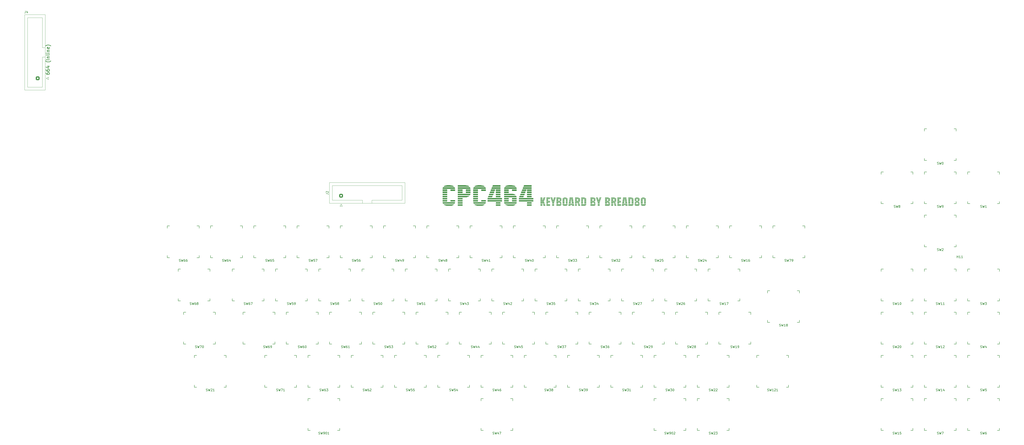
<source format=gto>
G04 #@! TF.GenerationSoftware,KiCad,Pcbnew,8.0.2*
G04 #@! TF.CreationDate,2025-03-09T11:26:09+00:00*
G04 #@! TF.ProjectId,Keyboard,4b657962-6f61-4726-942e-6b696361645f,rev?*
G04 #@! TF.SameCoordinates,Original*
G04 #@! TF.FileFunction,Legend,Top*
G04 #@! TF.FilePolarity,Positive*
%FSLAX46Y46*%
G04 Gerber Fmt 4.6, Leading zero omitted, Abs format (unit mm)*
G04 Created by KiCad (PCBNEW 8.0.2) date 2025-03-09 11:26:09*
%MOMM*%
%LPD*%
G01*
G04 APERTURE LIST*
G04 Aperture macros list*
%AMRoundRect*
0 Rectangle with rounded corners*
0 $1 Rounding radius*
0 $2 $3 $4 $5 $6 $7 $8 $9 X,Y pos of 4 corners*
0 Add a 4 corners polygon primitive as box body*
4,1,4,$2,$3,$4,$5,$6,$7,$8,$9,$2,$3,0*
0 Add four circle primitives for the rounded corners*
1,1,$1+$1,$2,$3*
1,1,$1+$1,$4,$5*
1,1,$1+$1,$6,$7*
1,1,$1+$1,$8,$9*
0 Add four rect primitives between the rounded corners*
20,1,$1+$1,$2,$3,$4,$5,0*
20,1,$1+$1,$4,$5,$6,$7,0*
20,1,$1+$1,$6,$7,$8,$9,0*
20,1,$1+$1,$8,$9,$2,$3,0*%
G04 Aperture macros list end*
%ADD10C,0.250000*%
%ADD11C,0.625000*%
%ADD12C,0.150000*%
%ADD13C,0.120000*%
%ADD14O,5.500000X5.200000*%
%ADD15C,4.300000*%
%ADD16C,3.200000*%
%ADD17C,2.200000*%
%ADD18RoundRect,0.250000X0.600000X-0.600000X0.600000X0.600000X-0.600000X0.600000X-0.600000X-0.600000X0*%
%ADD19C,1.700000*%
%ADD20RoundRect,0.250000X0.600000X0.600000X-0.600000X0.600000X-0.600000X-0.600000X0.600000X-0.600000X0*%
%ADD21C,1.701800*%
%ADD22C,3.000000*%
%ADD23C,3.987800*%
%ADD24C,2.286000*%
%ADD25C,3.048000*%
%ADD26R,1.700000X1.700000*%
%ADD27O,1.700000X1.700000*%
G04 APERTURE END LIST*
D10*
G36*
X258550398Y-123607186D02*
G01*
X258641256Y-123357082D01*
X259529323Y-123357082D01*
X259431626Y-123607186D01*
X258550398Y-123607186D01*
G37*
G36*
X257306713Y-123607186D02*
G01*
X257306713Y-123357082D01*
X258129323Y-123357082D01*
X258129323Y-123607186D01*
X257306713Y-123607186D01*
G37*
G36*
X258411668Y-123982343D02*
G01*
X258512296Y-123732239D01*
X259384732Y-123732239D01*
X259283127Y-123982343D01*
X258411668Y-123982343D01*
G37*
G36*
X257306713Y-123982343D02*
G01*
X257306713Y-123732239D01*
X258129323Y-123732239D01*
X258129323Y-123982343D01*
X257306713Y-123982343D01*
G37*
G36*
X258276846Y-124357500D02*
G01*
X258378451Y-124107396D01*
X259245025Y-124107396D01*
X259144397Y-124357500D01*
X258276846Y-124357500D01*
G37*
G36*
X257306713Y-124357500D02*
G01*
X257306713Y-124107396D01*
X258129323Y-124107396D01*
X258129323Y-124357500D01*
X257306713Y-124357500D01*
G37*
G36*
X258148863Y-124732657D02*
G01*
X258241675Y-124482553D01*
X259106295Y-124482553D01*
X259004690Y-124732657D01*
X258148863Y-124732657D01*
G37*
G36*
X257306713Y-124732657D02*
G01*
X257306713Y-124482553D01*
X258129323Y-124482553D01*
X258129323Y-124732657D01*
X257306713Y-124732657D01*
G37*
G36*
X257306713Y-125107814D02*
G01*
X257306713Y-124857710D01*
X258960726Y-124857710D01*
X258860098Y-125107814D01*
X257306713Y-125107814D01*
G37*
G36*
X257306713Y-125482971D02*
G01*
X257306713Y-125232867D01*
X258892338Y-125232867D01*
X258993943Y-125482971D01*
X257306713Y-125482971D01*
G37*
G36*
X258252422Y-125858128D02*
G01*
X258148863Y-125608024D01*
X259026183Y-125608024D01*
X259133650Y-125858128D01*
X258252422Y-125858128D01*
G37*
G36*
X257306713Y-125858128D02*
G01*
X257306713Y-125608024D01*
X258129323Y-125608024D01*
X258129323Y-125858128D01*
X257306713Y-125858128D01*
G37*
G36*
X258399944Y-126233285D02*
G01*
X258293455Y-125983181D01*
X259165890Y-125983181D01*
X259272380Y-126233285D01*
X258399944Y-126233285D01*
G37*
G36*
X257306713Y-126233285D02*
G01*
X257306713Y-125983181D01*
X258129323Y-125983181D01*
X258129323Y-126233285D01*
X257306713Y-126233285D01*
G37*
G36*
X258539651Y-126608442D02*
G01*
X258433162Y-126358338D01*
X259305597Y-126358338D01*
X259412087Y-126608442D01*
X258539651Y-126608442D01*
G37*
G36*
X257306713Y-126608442D02*
G01*
X257306713Y-126358338D01*
X258129323Y-126358338D01*
X258129323Y-126608442D01*
X257306713Y-126608442D01*
G37*
G36*
X258679358Y-126983600D02*
G01*
X258577753Y-126733495D01*
X259447258Y-126733495D01*
X259548863Y-126983600D01*
X258679358Y-126983600D01*
G37*
G36*
X257306713Y-126983600D02*
G01*
X257306713Y-126733495D01*
X258129323Y-126733495D01*
X258129323Y-126983600D01*
X257306713Y-126983600D01*
G37*
G36*
X259896665Y-123607186D02*
G01*
X259896665Y-123357082D01*
X261515506Y-123357082D01*
X261515506Y-123607186D01*
X259896665Y-123607186D01*
G37*
G36*
X259896665Y-123982343D02*
G01*
X259896665Y-123732239D01*
X261515506Y-123732239D01*
X261515506Y-123982343D01*
X259896665Y-123982343D01*
G37*
G36*
X259896665Y-124357500D02*
G01*
X259896665Y-124107396D01*
X260722205Y-124107396D01*
X260722205Y-124357500D01*
X259896665Y-124357500D01*
G37*
G36*
X259896665Y-124732657D02*
G01*
X259896665Y-124482553D01*
X260722205Y-124482553D01*
X260722205Y-124732657D01*
X259896665Y-124732657D01*
G37*
G36*
X259896665Y-125107814D02*
G01*
X259896665Y-124857710D01*
X261515506Y-124857710D01*
X261515506Y-125107814D01*
X259896665Y-125107814D01*
G37*
G36*
X259896665Y-125482971D02*
G01*
X259896665Y-125232867D01*
X261515506Y-125232867D01*
X261515506Y-125482971D01*
X259896665Y-125482971D01*
G37*
G36*
X259896665Y-125858128D02*
G01*
X259896665Y-125608024D01*
X260722205Y-125608024D01*
X260722205Y-125858128D01*
X259896665Y-125858128D01*
G37*
G36*
X259896665Y-126233285D02*
G01*
X259896665Y-125983181D01*
X260722205Y-125983181D01*
X260722205Y-126233285D01*
X259896665Y-126233285D01*
G37*
G36*
X259896665Y-126608442D02*
G01*
X259896665Y-126358338D01*
X261515506Y-126358338D01*
X261515506Y-126608442D01*
X259896665Y-126608442D01*
G37*
G36*
X259896665Y-126983600D02*
G01*
X259896665Y-126733495D01*
X261515506Y-126733495D01*
X261515506Y-126983600D01*
X259896665Y-126983600D01*
G37*
G36*
X263183196Y-123607186D02*
G01*
X263256469Y-123357082D01*
X264118158Y-123357082D01*
X264016553Y-123607186D01*
X263183196Y-123607186D01*
G37*
G36*
X261818367Y-123607186D02*
G01*
X261733371Y-123357082D01*
X262551096Y-123357082D01*
X262636092Y-123607186D01*
X261818367Y-123607186D01*
G37*
G36*
X263070845Y-123982343D02*
G01*
X263149979Y-123732239D01*
X263989198Y-123732239D01*
X263882708Y-123982343D01*
X263070845Y-123982343D01*
G37*
G36*
X261947328Y-123982343D02*
G01*
X261851584Y-123732239D01*
X262668332Y-123732239D01*
X262748444Y-123982343D01*
X261947328Y-123982343D01*
G37*
G36*
X262964355Y-124357500D02*
G01*
X263032743Y-124107396D01*
X263861215Y-124107396D01*
X263748863Y-124357500D01*
X262964355Y-124357500D01*
G37*
G36*
X262081173Y-124357500D02*
G01*
X261990314Y-124107396D01*
X262808039Y-124107396D01*
X262887174Y-124357500D01*
X262081173Y-124357500D01*
G37*
G36*
X262215018Y-124732657D02*
G01*
X262119275Y-124482553D01*
X263721508Y-124482553D01*
X263619903Y-124732657D01*
X262215018Y-124732657D01*
G37*
G36*
X262343001Y-125107814D02*
G01*
X262242373Y-124857710D01*
X263587663Y-124857710D01*
X263496804Y-125107814D01*
X262343001Y-125107814D01*
G37*
G36*
X262482708Y-125482971D02*
G01*
X262382080Y-125232867D01*
X263469449Y-125232867D01*
X263362959Y-125482971D01*
X262482708Y-125482971D01*
G37*
G36*
X262499316Y-125858128D02*
G01*
X262499316Y-125608024D01*
X263330719Y-125608024D01*
X263330719Y-125858128D01*
X262499316Y-125858128D01*
G37*
G36*
X262499316Y-126233285D02*
G01*
X262499316Y-125983181D01*
X263330719Y-125983181D01*
X263330719Y-126233285D01*
X262499316Y-126233285D01*
G37*
G36*
X262499316Y-126608442D02*
G01*
X262499316Y-126358338D01*
X263330719Y-126358338D01*
X263330719Y-126608442D01*
X262499316Y-126608442D01*
G37*
G36*
X262499316Y-126983600D02*
G01*
X262499316Y-126733495D01*
X263330719Y-126733495D01*
X263330719Y-126983600D01*
X262499316Y-126983600D01*
G37*
G36*
X264356539Y-123607186D02*
G01*
X264356539Y-123357082D01*
X265616832Y-123357082D01*
X265821295Y-123367401D01*
X266015880Y-123401595D01*
X266078940Y-123419608D01*
X266261145Y-123497277D01*
X266413064Y-123607186D01*
X264356539Y-123607186D01*
G37*
G36*
X264356539Y-123982343D02*
G01*
X264356539Y-123732239D01*
X266481452Y-123732239D01*
X266547886Y-123831890D01*
X266579149Y-123982343D01*
X264356539Y-123982343D01*
G37*
G36*
X265756539Y-124357500D02*
G01*
X265756539Y-124107396D01*
X266579149Y-124107396D01*
X266579149Y-124357500D01*
X265756539Y-124357500D01*
G37*
G36*
X264356539Y-124357500D02*
G01*
X264356539Y-124107396D01*
X265179149Y-124107396D01*
X265179149Y-124357500D01*
X264356539Y-124357500D01*
G37*
G36*
X265756539Y-124732657D02*
G01*
X265756539Y-124482553D01*
X266579149Y-124482553D01*
X266547886Y-124632029D01*
X266481452Y-124732657D01*
X265756539Y-124732657D01*
G37*
G36*
X264356539Y-124732657D02*
G01*
X264356539Y-124482553D01*
X265179149Y-124482553D01*
X265179149Y-124732657D01*
X264356539Y-124732657D01*
G37*
G36*
X264356539Y-125107814D02*
G01*
X264356539Y-124857710D01*
X266413064Y-124857710D01*
X266250644Y-124973694D01*
X266078940Y-125046265D01*
X265879600Y-125090444D01*
X265682182Y-125106853D01*
X265616832Y-125107814D01*
X264356539Y-125107814D01*
G37*
G36*
X264356539Y-125482971D02*
G01*
X264356539Y-125232867D01*
X265616832Y-125232867D01*
X265821295Y-125243025D01*
X266015880Y-125276685D01*
X266078940Y-125294416D01*
X266261145Y-125372329D01*
X266413064Y-125482971D01*
X264356539Y-125482971D01*
G37*
G36*
X265756539Y-125858128D02*
G01*
X265756539Y-125608024D01*
X266481452Y-125608024D01*
X266547886Y-125708652D01*
X266579149Y-125856175D01*
X265756539Y-125858128D01*
G37*
G36*
X264356539Y-125858128D02*
G01*
X264356539Y-125608024D01*
X265179149Y-125608024D01*
X265179149Y-125858128D01*
X264356539Y-125858128D01*
G37*
G36*
X265756539Y-126233285D02*
G01*
X265756539Y-125983181D01*
X266579149Y-125983181D01*
X266579149Y-126233285D01*
X265756539Y-126233285D01*
G37*
G36*
X264356539Y-126233285D02*
G01*
X264356539Y-125983181D01*
X265179149Y-125983181D01*
X265179149Y-126233285D01*
X264356539Y-126233285D01*
G37*
G36*
X264356539Y-126608442D02*
G01*
X264356539Y-126358338D01*
X266579149Y-126358338D01*
X266547886Y-126508791D01*
X266481452Y-126608442D01*
X264356539Y-126608442D01*
G37*
G36*
X264356539Y-126983600D02*
G01*
X264356539Y-126733495D01*
X266413064Y-126733495D01*
X266250644Y-126849479D01*
X266078940Y-126922050D01*
X265879600Y-126966229D01*
X265682182Y-126982638D01*
X265616832Y-126983600D01*
X264356539Y-126983600D01*
G37*
G36*
X267206365Y-123607186D02*
G01*
X267371641Y-123487076D01*
X267532673Y-123420585D01*
X267734231Y-123375004D01*
X267929751Y-123358074D01*
X267993804Y-123357082D01*
X268314250Y-123357082D01*
X268518229Y-123367401D01*
X268711212Y-123401595D01*
X268773427Y-123419608D01*
X268953434Y-123497277D01*
X269104620Y-123607186D01*
X267206365Y-123607186D01*
G37*
G36*
X267051026Y-123982343D02*
G01*
X267086197Y-123823097D01*
X267143838Y-123732239D01*
X269177893Y-123732239D01*
X269239442Y-123827005D01*
X269271682Y-123982343D01*
X267051026Y-123982343D01*
G37*
G36*
X268448095Y-124357500D02*
G01*
X268448095Y-124107396D01*
X269271682Y-124107396D01*
X269271682Y-124357500D01*
X268448095Y-124357500D01*
G37*
G36*
X267048095Y-124357500D02*
G01*
X267048095Y-124107396D01*
X267871682Y-124107396D01*
X267871682Y-124357500D01*
X267048095Y-124357500D01*
G37*
G36*
X268448095Y-124732657D02*
G01*
X268448095Y-124482553D01*
X269271682Y-124482553D01*
X269271682Y-124732657D01*
X268448095Y-124732657D01*
G37*
G36*
X267048095Y-124732657D02*
G01*
X267048095Y-124482553D01*
X267871682Y-124482553D01*
X267871682Y-124732657D01*
X267048095Y-124732657D01*
G37*
G36*
X268448095Y-125107814D02*
G01*
X268448095Y-124857710D01*
X269271682Y-124857710D01*
X269271682Y-125107814D01*
X268448095Y-125107814D01*
G37*
G36*
X267048095Y-125107814D02*
G01*
X267048095Y-124857710D01*
X267871682Y-124857710D01*
X267871682Y-125107814D01*
X267048095Y-125107814D01*
G37*
G36*
X268448095Y-125482971D02*
G01*
X268448095Y-125232867D01*
X269271682Y-125232867D01*
X269271682Y-125482971D01*
X268448095Y-125482971D01*
G37*
G36*
X267048095Y-125482971D02*
G01*
X267048095Y-125232867D01*
X267871682Y-125232867D01*
X267871682Y-125482971D01*
X267048095Y-125482971D01*
G37*
G36*
X268448095Y-125858128D02*
G01*
X268448095Y-125608024D01*
X269271682Y-125608024D01*
X269271682Y-125858128D01*
X268448095Y-125858128D01*
G37*
G36*
X267048095Y-125858128D02*
G01*
X267048095Y-125608024D01*
X267871682Y-125608024D01*
X267871682Y-125858128D01*
X267048095Y-125858128D01*
G37*
G36*
X268448095Y-126233285D02*
G01*
X268448095Y-125983181D01*
X269271682Y-125983181D01*
X269271682Y-126233285D01*
X268448095Y-126233285D01*
G37*
G36*
X267048095Y-126233285D02*
G01*
X267048095Y-125983181D01*
X267871682Y-125983181D01*
X267871682Y-126233285D01*
X267048095Y-126233285D01*
G37*
G36*
X267143838Y-126608442D02*
G01*
X267086197Y-126516607D01*
X267051026Y-126358338D01*
X269271682Y-126358338D01*
X269239442Y-126512699D01*
X269177893Y-126606489D01*
X267143838Y-126608442D01*
G37*
G36*
X267206365Y-126733495D02*
G01*
X269104620Y-126733495D01*
X268943028Y-126849479D01*
X268773427Y-126922050D01*
X268576191Y-126966229D01*
X268379555Y-126982638D01*
X268314250Y-126983600D01*
X267993804Y-126983600D01*
X267792330Y-126973280D01*
X267596997Y-126939086D01*
X267532673Y-126921073D01*
X267350956Y-126842427D01*
X267206365Y-126733495D01*
G37*
G36*
X270119693Y-123607186D02*
G01*
X270172450Y-123357082D01*
X271588081Y-123357082D01*
X271632045Y-123607186D01*
X270119693Y-123607186D01*
G37*
G36*
X270070845Y-123982343D02*
G01*
X270114808Y-123732239D01*
X271648653Y-123732239D01*
X271689686Y-123982343D01*
X270070845Y-123982343D01*
G37*
G36*
X270948165Y-124357500D02*
G01*
X270920810Y-124107396D01*
X271706295Y-124107396D01*
X271755143Y-124357500D01*
X270948165Y-124357500D01*
G37*
G36*
X270008319Y-124357500D02*
G01*
X270054236Y-124107396D01*
X270836790Y-124107396D01*
X270803573Y-124357500D01*
X270008319Y-124357500D01*
G37*
G36*
X270995060Y-124732657D02*
G01*
X270964774Y-124482553D01*
X271765890Y-124482553D01*
X271812785Y-124732657D01*
X270995060Y-124732657D01*
G37*
G36*
X269953608Y-124732657D02*
G01*
X269996595Y-124482553D01*
X270792827Y-124482553D01*
X270765471Y-124732657D01*
X269953608Y-124732657D01*
G37*
G36*
X271039023Y-125107814D02*
G01*
X271005806Y-124857710D01*
X271829393Y-124857710D01*
X271867495Y-125107814D01*
X271039023Y-125107814D01*
G37*
G36*
X269895967Y-125107814D02*
G01*
X269937000Y-124857710D01*
X270754725Y-124857710D01*
X270718577Y-125107814D01*
X269895967Y-125107814D01*
G37*
G36*
X271082987Y-125482971D02*
G01*
X271049770Y-125232867D01*
X271888988Y-125232867D01*
X271935883Y-125482971D01*
X271082987Y-125482971D01*
G37*
G36*
X269835395Y-125482971D02*
G01*
X269879358Y-125232867D01*
X270701968Y-125232867D01*
X270675590Y-125482971D01*
X269835395Y-125482971D01*
G37*
G36*
X271128905Y-125858128D02*
G01*
X271098619Y-125608024D01*
X271935883Y-125608024D01*
X271979847Y-125858128D01*
X271128905Y-125858128D01*
G37*
G36*
X269772868Y-125858128D02*
G01*
X269824648Y-125608024D01*
X270658981Y-125608024D01*
X270628695Y-125858128D01*
X269772868Y-125858128D01*
G37*
G36*
X269718158Y-126233285D02*
G01*
X269762122Y-125983181D01*
X272001340Y-125983181D01*
X272048235Y-126233285D01*
X269718158Y-126233285D01*
G37*
G36*
X269655632Y-126608442D02*
G01*
X269698619Y-126358338D01*
X272058981Y-126358338D01*
X272101968Y-126608442D01*
X269655632Y-126608442D01*
G37*
G36*
X271262750Y-126983600D02*
G01*
X271230510Y-126733495D01*
X272113692Y-126733495D01*
X272159610Y-126983600D01*
X271262750Y-126983600D01*
G37*
G36*
X269605806Y-126983600D02*
G01*
X269643908Y-126733495D01*
X270530021Y-126733495D01*
X270499735Y-126983600D01*
X269605806Y-126983600D01*
G37*
G36*
X272515227Y-123607186D02*
G01*
X272515227Y-123357082D01*
X273775520Y-123357082D01*
X273979983Y-123367401D01*
X274174568Y-123401595D01*
X274237628Y-123419608D01*
X274419833Y-123497277D01*
X274571752Y-123607186D01*
X272515227Y-123607186D01*
G37*
G36*
X272515227Y-123982343D02*
G01*
X272515227Y-123732239D01*
X274645025Y-123732239D01*
X274707551Y-123827005D01*
X274740768Y-123982343D01*
X272515227Y-123982343D01*
G37*
G36*
X273915227Y-124357500D02*
G01*
X273915227Y-124107396D01*
X274740768Y-124107396D01*
X274740768Y-124357500D01*
X273915227Y-124357500D01*
G37*
G36*
X272515227Y-124357500D02*
G01*
X272515227Y-124107396D01*
X273340768Y-124107396D01*
X273340768Y-124357500D01*
X272515227Y-124357500D01*
G37*
G36*
X273915227Y-124732657D02*
G01*
X273915227Y-124482553D01*
X274740768Y-124482553D01*
X274740768Y-124732657D01*
X273915227Y-124732657D01*
G37*
G36*
X272515227Y-124732657D02*
G01*
X272515227Y-124482553D01*
X273340768Y-124482553D01*
X273340768Y-124732657D01*
X272515227Y-124732657D01*
G37*
G36*
X272515227Y-125107814D02*
G01*
X272515227Y-124857710D01*
X274740768Y-124857710D01*
X274707551Y-125013048D01*
X274645025Y-125105860D01*
X272515227Y-125107814D01*
G37*
G36*
X272515227Y-125482971D02*
G01*
X272515227Y-125232867D01*
X274571752Y-125232867D01*
X274409332Y-125348851D01*
X274237628Y-125421422D01*
X274038288Y-125465601D01*
X273840870Y-125482010D01*
X273775520Y-125482971D01*
X272515227Y-125482971D01*
G37*
G36*
X273669030Y-125858128D02*
G01*
X273597711Y-125608024D01*
X274432045Y-125608024D01*
X274511180Y-125858128D01*
X273669030Y-125858128D01*
G37*
G36*
X272515227Y-125858128D02*
G01*
X272515227Y-125608024D01*
X273340768Y-125608024D01*
X273340768Y-125858128D01*
X272515227Y-125858128D01*
G37*
G36*
X273770635Y-126233285D02*
G01*
X273699316Y-125983181D01*
X274538535Y-125983181D01*
X274609854Y-126233285D01*
X273770635Y-126233285D01*
G37*
G36*
X272515227Y-126233285D02*
G01*
X272515227Y-125983181D01*
X273340768Y-125983181D01*
X273340768Y-126233285D01*
X272515227Y-126233285D01*
G37*
G36*
X273877125Y-126608442D02*
G01*
X273802875Y-126358338D01*
X274634278Y-126358338D01*
X274716344Y-126608442D01*
X273877125Y-126608442D01*
G37*
G36*
X272515227Y-126608442D02*
G01*
X272515227Y-126358338D01*
X273340768Y-126358338D01*
X273340768Y-126608442D01*
X272515227Y-126608442D01*
G37*
G36*
X273983615Y-126983600D02*
G01*
X273909365Y-126733495D01*
X274746630Y-126733495D01*
X274828695Y-126983600D01*
X273983615Y-126983600D01*
G37*
G36*
X272515227Y-126983600D02*
G01*
X272515227Y-126733495D01*
X273340768Y-126733495D01*
X273340768Y-126983600D01*
X272515227Y-126983600D01*
G37*
G36*
X275236092Y-123607186D02*
G01*
X275236092Y-123357082D01*
X276496386Y-123357082D01*
X276700848Y-123367401D01*
X276895433Y-123401595D01*
X276958493Y-123419608D01*
X277140698Y-123497277D01*
X277292617Y-123607186D01*
X275236092Y-123607186D01*
G37*
G36*
X275236092Y-123982343D02*
G01*
X275236092Y-123732239D01*
X277361005Y-123732239D01*
X277427439Y-123831890D01*
X277458702Y-123982343D01*
X275236092Y-123982343D01*
G37*
G36*
X276636092Y-124357500D02*
G01*
X276636092Y-124107396D01*
X277458702Y-124107396D01*
X277458702Y-124357500D01*
X276636092Y-124357500D01*
G37*
G36*
X275236092Y-124357500D02*
G01*
X275236092Y-124107396D01*
X276058702Y-124107396D01*
X276058702Y-124357500D01*
X275236092Y-124357500D01*
G37*
G36*
X276636092Y-124732657D02*
G01*
X276636092Y-124482553D01*
X277458702Y-124482553D01*
X277458702Y-124732657D01*
X276636092Y-124732657D01*
G37*
G36*
X275236092Y-124732657D02*
G01*
X275236092Y-124482553D01*
X276058702Y-124482553D01*
X276058702Y-124732657D01*
X275236092Y-124732657D01*
G37*
G36*
X276636092Y-125107814D02*
G01*
X276636092Y-124857710D01*
X277458702Y-124857710D01*
X277458702Y-125107814D01*
X276636092Y-125107814D01*
G37*
G36*
X275236092Y-125107814D02*
G01*
X275236092Y-124857710D01*
X276058702Y-124857710D01*
X276058702Y-125107814D01*
X275236092Y-125107814D01*
G37*
G36*
X276636092Y-125489810D02*
G01*
X276636092Y-125239706D01*
X277458702Y-125239706D01*
X277458702Y-125489810D01*
X276636092Y-125489810D01*
G37*
G36*
X275236092Y-125482971D02*
G01*
X275236092Y-125232867D01*
X276058702Y-125232867D01*
X276058702Y-125482971D01*
X275236092Y-125482971D01*
G37*
G36*
X276636092Y-125858128D02*
G01*
X276636092Y-125608024D01*
X277458702Y-125608024D01*
X277458702Y-125858128D01*
X276636092Y-125858128D01*
G37*
G36*
X275236092Y-125858128D02*
G01*
X275236092Y-125608024D01*
X276058702Y-125608024D01*
X276058702Y-125858128D01*
X275236092Y-125858128D01*
G37*
G36*
X276636092Y-126233285D02*
G01*
X276636092Y-125983181D01*
X277458702Y-125983181D01*
X277458702Y-126233285D01*
X276636092Y-126233285D01*
G37*
G36*
X275236092Y-126233285D02*
G01*
X275236092Y-125983181D01*
X276058702Y-125983181D01*
X276058702Y-126233285D01*
X275236092Y-126233285D01*
G37*
G36*
X275236092Y-126608442D02*
G01*
X275236092Y-126358338D01*
X277458702Y-126358338D01*
X277427439Y-126508791D01*
X277361005Y-126608442D01*
X275236092Y-126608442D01*
G37*
G36*
X275236092Y-126983600D02*
G01*
X275236092Y-126733495D01*
X277292617Y-126733495D01*
X277130198Y-126849479D01*
X276958493Y-126922050D01*
X276759154Y-126966229D01*
X276561736Y-126982638D01*
X276496386Y-126983600D01*
X275236092Y-126983600D01*
G37*
G36*
X279343280Y-123607186D02*
G01*
X279343280Y-123357082D01*
X280603573Y-123357082D01*
X280808036Y-123367401D01*
X281002621Y-123401595D01*
X281065681Y-123419608D01*
X281247886Y-123497277D01*
X281399805Y-123607186D01*
X279343280Y-123607186D01*
G37*
G36*
X279343280Y-123982343D02*
G01*
X279343280Y-123732239D01*
X281468193Y-123732239D01*
X281534627Y-123831890D01*
X281565890Y-123982343D01*
X279343280Y-123982343D01*
G37*
G36*
X280743280Y-124357500D02*
G01*
X280743280Y-124107396D01*
X281565890Y-124107396D01*
X281565890Y-124357500D01*
X280743280Y-124357500D01*
G37*
G36*
X279343280Y-124357500D02*
G01*
X279343280Y-124107396D01*
X280165890Y-124107396D01*
X280165890Y-124357500D01*
X279343280Y-124357500D01*
G37*
G36*
X280743280Y-124732657D02*
G01*
X280743280Y-124482553D01*
X281565890Y-124482553D01*
X281534627Y-124632029D01*
X281468193Y-124732657D01*
X280743280Y-124732657D01*
G37*
G36*
X279343280Y-124732657D02*
G01*
X279343280Y-124482553D01*
X280165890Y-124482553D01*
X280165890Y-124732657D01*
X279343280Y-124732657D01*
G37*
G36*
X279343280Y-125107814D02*
G01*
X279343280Y-124857710D01*
X281399805Y-124857710D01*
X281237385Y-124973694D01*
X281065681Y-125046265D01*
X280866341Y-125090444D01*
X280668923Y-125106853D01*
X280603573Y-125107814D01*
X279343280Y-125107814D01*
G37*
G36*
X279343280Y-125482971D02*
G01*
X279343280Y-125232867D01*
X280603573Y-125232867D01*
X280808036Y-125243025D01*
X281002621Y-125276685D01*
X281065681Y-125294416D01*
X281247886Y-125372329D01*
X281399805Y-125482971D01*
X279343280Y-125482971D01*
G37*
G36*
X280743280Y-125858128D02*
G01*
X280743280Y-125608024D01*
X281468193Y-125608024D01*
X281534627Y-125708652D01*
X281565890Y-125856175D01*
X280743280Y-125858128D01*
G37*
G36*
X279343280Y-125858128D02*
G01*
X279343280Y-125608024D01*
X280165890Y-125608024D01*
X280165890Y-125858128D01*
X279343280Y-125858128D01*
G37*
G36*
X280743280Y-126233285D02*
G01*
X280743280Y-125983181D01*
X281565890Y-125983181D01*
X281565890Y-126233285D01*
X280743280Y-126233285D01*
G37*
G36*
X279343280Y-126233285D02*
G01*
X279343280Y-125983181D01*
X280165890Y-125983181D01*
X280165890Y-126233285D01*
X279343280Y-126233285D01*
G37*
G36*
X279343280Y-126608442D02*
G01*
X279343280Y-126358338D01*
X281565890Y-126358338D01*
X281534627Y-126508791D01*
X281468193Y-126608442D01*
X279343280Y-126608442D01*
G37*
G36*
X279343280Y-126983600D02*
G01*
X279343280Y-126733495D01*
X281399805Y-126733495D01*
X281237385Y-126849479D01*
X281065681Y-126922050D01*
X280866341Y-126966229D01*
X280668923Y-126982638D01*
X280603573Y-126983600D01*
X279343280Y-126983600D01*
G37*
G36*
X283211110Y-123607186D02*
G01*
X283284383Y-123357082D01*
X284146071Y-123357082D01*
X284044466Y-123607186D01*
X283211110Y-123607186D01*
G37*
G36*
X281846281Y-123607186D02*
G01*
X281761284Y-123357082D01*
X282579009Y-123357082D01*
X282664006Y-123607186D01*
X281846281Y-123607186D01*
G37*
G36*
X283098758Y-123982343D02*
G01*
X283177893Y-123732239D01*
X284017111Y-123732239D01*
X283910621Y-123982343D01*
X283098758Y-123982343D01*
G37*
G36*
X281975241Y-123982343D02*
G01*
X281879498Y-123732239D01*
X282696246Y-123732239D01*
X282776358Y-123982343D01*
X281975241Y-123982343D01*
G37*
G36*
X282992268Y-124357500D02*
G01*
X283060656Y-124107396D01*
X283889128Y-124107396D01*
X283776776Y-124357500D01*
X282992268Y-124357500D01*
G37*
G36*
X282109086Y-124357500D02*
G01*
X282018228Y-124107396D01*
X282835953Y-124107396D01*
X282915088Y-124357500D01*
X282109086Y-124357500D01*
G37*
G36*
X282242931Y-124732657D02*
G01*
X282147188Y-124482553D01*
X283749421Y-124482553D01*
X283647816Y-124732657D01*
X282242931Y-124732657D01*
G37*
G36*
X282370914Y-125107814D02*
G01*
X282270286Y-124857710D01*
X283615576Y-124857710D01*
X283524718Y-125107814D01*
X282370914Y-125107814D01*
G37*
G36*
X282510621Y-125482971D02*
G01*
X282409993Y-125232867D01*
X283497362Y-125232867D01*
X283390873Y-125482971D01*
X282510621Y-125482971D01*
G37*
G36*
X282527230Y-125858128D02*
G01*
X282527230Y-125608024D01*
X283358633Y-125608024D01*
X283358633Y-125858128D01*
X282527230Y-125858128D01*
G37*
G36*
X282527230Y-126233285D02*
G01*
X282527230Y-125983181D01*
X283358633Y-125983181D01*
X283358633Y-126233285D01*
X282527230Y-126233285D01*
G37*
G36*
X282527230Y-126608442D02*
G01*
X282527230Y-126358338D01*
X283358633Y-126358338D01*
X283358633Y-126608442D01*
X282527230Y-126608442D01*
G37*
G36*
X282527230Y-126983600D02*
G01*
X282527230Y-126733495D01*
X283358633Y-126733495D01*
X283358633Y-126983600D01*
X282527230Y-126983600D01*
G37*
G36*
X285756120Y-123607186D02*
G01*
X285756120Y-123357082D01*
X287016413Y-123357082D01*
X287220876Y-123367401D01*
X287415461Y-123401595D01*
X287478521Y-123419608D01*
X287660726Y-123497277D01*
X287812645Y-123607186D01*
X285756120Y-123607186D01*
G37*
G36*
X285756120Y-123982343D02*
G01*
X285756120Y-123732239D01*
X287881033Y-123732239D01*
X287947467Y-123831890D01*
X287978730Y-123982343D01*
X285756120Y-123982343D01*
G37*
G36*
X287156120Y-124357500D02*
G01*
X287156120Y-124107396D01*
X287978730Y-124107396D01*
X287978730Y-124357500D01*
X287156120Y-124357500D01*
G37*
G36*
X285756120Y-124357500D02*
G01*
X285756120Y-124107396D01*
X286578730Y-124107396D01*
X286578730Y-124357500D01*
X285756120Y-124357500D01*
G37*
G36*
X287156120Y-124732657D02*
G01*
X287156120Y-124482553D01*
X287978730Y-124482553D01*
X287947467Y-124632029D01*
X287881033Y-124732657D01*
X287156120Y-124732657D01*
G37*
G36*
X285756120Y-124732657D02*
G01*
X285756120Y-124482553D01*
X286578730Y-124482553D01*
X286578730Y-124732657D01*
X285756120Y-124732657D01*
G37*
G36*
X285756120Y-125107814D02*
G01*
X285756120Y-124857710D01*
X287812645Y-124857710D01*
X287650226Y-124973694D01*
X287478521Y-125046265D01*
X287279182Y-125090444D01*
X287081764Y-125106853D01*
X287016413Y-125107814D01*
X285756120Y-125107814D01*
G37*
G36*
X285756120Y-125482971D02*
G01*
X285756120Y-125232867D01*
X287016413Y-125232867D01*
X287220876Y-125243025D01*
X287415461Y-125276685D01*
X287478521Y-125294416D01*
X287660726Y-125372329D01*
X287812645Y-125482971D01*
X285756120Y-125482971D01*
G37*
G36*
X287156120Y-125858128D02*
G01*
X287156120Y-125608024D01*
X287881033Y-125608024D01*
X287947467Y-125708652D01*
X287978730Y-125856175D01*
X287156120Y-125858128D01*
G37*
G36*
X285756120Y-125858128D02*
G01*
X285756120Y-125608024D01*
X286578730Y-125608024D01*
X286578730Y-125858128D01*
X285756120Y-125858128D01*
G37*
G36*
X287156120Y-126233285D02*
G01*
X287156120Y-125983181D01*
X287978730Y-125983181D01*
X287978730Y-126233285D01*
X287156120Y-126233285D01*
G37*
G36*
X285756120Y-126233285D02*
G01*
X285756120Y-125983181D01*
X286578730Y-125983181D01*
X286578730Y-126233285D01*
X285756120Y-126233285D01*
G37*
G36*
X285756120Y-126608442D02*
G01*
X285756120Y-126358338D01*
X287978730Y-126358338D01*
X287947467Y-126508791D01*
X287881033Y-126608442D01*
X285756120Y-126608442D01*
G37*
G36*
X285756120Y-126983600D02*
G01*
X285756120Y-126733495D01*
X287812645Y-126733495D01*
X287650226Y-126849479D01*
X287478521Y-126922050D01*
X287279182Y-126966229D01*
X287081764Y-126982638D01*
X287016413Y-126983600D01*
X285756120Y-126983600D01*
G37*
G36*
X288475032Y-123607186D02*
G01*
X288475032Y-123357082D01*
X289735325Y-123357082D01*
X289939788Y-123367401D01*
X290134373Y-123401595D01*
X290197432Y-123419608D01*
X290379637Y-123497277D01*
X290531556Y-123607186D01*
X288475032Y-123607186D01*
G37*
G36*
X288475032Y-123982343D02*
G01*
X288475032Y-123732239D01*
X290604829Y-123732239D01*
X290667355Y-123827005D01*
X290700573Y-123982343D01*
X288475032Y-123982343D01*
G37*
G36*
X289875032Y-124357500D02*
G01*
X289875032Y-124107396D01*
X290700573Y-124107396D01*
X290700573Y-124357500D01*
X289875032Y-124357500D01*
G37*
G36*
X288475032Y-124357500D02*
G01*
X288475032Y-124107396D01*
X289300573Y-124107396D01*
X289300573Y-124357500D01*
X288475032Y-124357500D01*
G37*
G36*
X289875032Y-124732657D02*
G01*
X289875032Y-124482553D01*
X290700573Y-124482553D01*
X290700573Y-124732657D01*
X289875032Y-124732657D01*
G37*
G36*
X288475032Y-124732657D02*
G01*
X288475032Y-124482553D01*
X289300573Y-124482553D01*
X289300573Y-124732657D01*
X288475032Y-124732657D01*
G37*
G36*
X288475032Y-125107814D02*
G01*
X288475032Y-124857710D01*
X290700573Y-124857710D01*
X290667355Y-125013048D01*
X290604829Y-125105860D01*
X288475032Y-125107814D01*
G37*
G36*
X288475032Y-125482971D02*
G01*
X288475032Y-125232867D01*
X290531556Y-125232867D01*
X290369137Y-125348851D01*
X290197432Y-125421422D01*
X289998093Y-125465601D01*
X289800675Y-125482010D01*
X289735325Y-125482971D01*
X288475032Y-125482971D01*
G37*
G36*
X289628835Y-125858128D02*
G01*
X289557516Y-125608024D01*
X290391850Y-125608024D01*
X290470984Y-125858128D01*
X289628835Y-125858128D01*
G37*
G36*
X288475032Y-125858128D02*
G01*
X288475032Y-125608024D01*
X289300573Y-125608024D01*
X289300573Y-125858128D01*
X288475032Y-125858128D01*
G37*
G36*
X289730440Y-126233285D02*
G01*
X289659121Y-125983181D01*
X290498339Y-125983181D01*
X290569658Y-126233285D01*
X289730440Y-126233285D01*
G37*
G36*
X288475032Y-126233285D02*
G01*
X288475032Y-125983181D01*
X289300573Y-125983181D01*
X289300573Y-126233285D01*
X288475032Y-126233285D01*
G37*
G36*
X289836930Y-126608442D02*
G01*
X289762680Y-126358338D01*
X290594083Y-126358338D01*
X290676148Y-126608442D01*
X289836930Y-126608442D01*
G37*
G36*
X288475032Y-126608442D02*
G01*
X288475032Y-126358338D01*
X289300573Y-126358338D01*
X289300573Y-126608442D01*
X288475032Y-126608442D01*
G37*
G36*
X289943420Y-126983600D02*
G01*
X289869170Y-126733495D01*
X290706434Y-126733495D01*
X290788500Y-126983600D01*
X289943420Y-126983600D01*
G37*
G36*
X288475032Y-126983600D02*
G01*
X288475032Y-126733495D01*
X289300573Y-126733495D01*
X289300573Y-126983600D01*
X288475032Y-126983600D01*
G37*
G36*
X291206644Y-123607186D02*
G01*
X291206644Y-123357082D01*
X292825485Y-123357082D01*
X292825485Y-123607186D01*
X291206644Y-123607186D01*
G37*
G36*
X291206644Y-123982343D02*
G01*
X291206644Y-123732239D01*
X292825485Y-123732239D01*
X292825485Y-123982343D01*
X291206644Y-123982343D01*
G37*
G36*
X291206644Y-124357500D02*
G01*
X291206644Y-124107396D01*
X292032185Y-124107396D01*
X292032185Y-124357500D01*
X291206644Y-124357500D01*
G37*
G36*
X291206644Y-124732657D02*
G01*
X291206644Y-124482553D01*
X292032185Y-124482553D01*
X292032185Y-124732657D01*
X291206644Y-124732657D01*
G37*
G36*
X291206644Y-125107814D02*
G01*
X291206644Y-124857710D01*
X292825485Y-124857710D01*
X292825485Y-125107814D01*
X291206644Y-125107814D01*
G37*
G36*
X291206644Y-125482971D02*
G01*
X291206644Y-125232867D01*
X292825485Y-125232867D01*
X292825485Y-125482971D01*
X291206644Y-125482971D01*
G37*
G36*
X291206644Y-125858128D02*
G01*
X291206644Y-125608024D01*
X292032185Y-125608024D01*
X292032185Y-125858128D01*
X291206644Y-125858128D01*
G37*
G36*
X291206644Y-126233285D02*
G01*
X291206644Y-125983181D01*
X292032185Y-125983181D01*
X292032185Y-126233285D01*
X291206644Y-126233285D01*
G37*
G36*
X291206644Y-126608442D02*
G01*
X291206644Y-126358338D01*
X292825485Y-126358338D01*
X292825485Y-126608442D01*
X291206644Y-126608442D01*
G37*
G36*
X291206644Y-126983600D02*
G01*
X291206644Y-126733495D01*
X292825485Y-126733495D01*
X292825485Y-126983600D01*
X291206644Y-126983600D01*
G37*
G36*
X293652980Y-123607186D02*
G01*
X293705737Y-123357082D01*
X295121368Y-123357082D01*
X295165332Y-123607186D01*
X293652980Y-123607186D01*
G37*
G36*
X293604131Y-123982343D02*
G01*
X293648095Y-123732239D01*
X295181940Y-123732239D01*
X295222973Y-123982343D01*
X293604131Y-123982343D01*
G37*
G36*
X294481452Y-124357500D02*
G01*
X294454097Y-124107396D01*
X295239582Y-124107396D01*
X295288430Y-124357500D01*
X294481452Y-124357500D01*
G37*
G36*
X293541605Y-124357500D02*
G01*
X293587523Y-124107396D01*
X294370077Y-124107396D01*
X294336860Y-124357500D01*
X293541605Y-124357500D01*
G37*
G36*
X294528346Y-124732657D02*
G01*
X294498060Y-124482553D01*
X295299177Y-124482553D01*
X295346071Y-124732657D01*
X294528346Y-124732657D01*
G37*
G36*
X293486895Y-124732657D02*
G01*
X293529882Y-124482553D01*
X294326113Y-124482553D01*
X294298758Y-124732657D01*
X293486895Y-124732657D01*
G37*
G36*
X294572310Y-125107814D02*
G01*
X294539093Y-124857710D01*
X295362680Y-124857710D01*
X295400782Y-125107814D01*
X294572310Y-125107814D01*
G37*
G36*
X293429254Y-125107814D02*
G01*
X293470286Y-124857710D01*
X294288011Y-124857710D01*
X294251864Y-125107814D01*
X293429254Y-125107814D01*
G37*
G36*
X294616274Y-125482971D02*
G01*
X294583057Y-125232867D01*
X295422275Y-125232867D01*
X295469170Y-125482971D01*
X294616274Y-125482971D01*
G37*
G36*
X293368681Y-125482971D02*
G01*
X293412645Y-125232867D01*
X294235255Y-125232867D01*
X294208877Y-125482971D01*
X293368681Y-125482971D01*
G37*
G36*
X294662192Y-125858128D02*
G01*
X294631905Y-125608024D01*
X295469170Y-125608024D01*
X295513134Y-125858128D01*
X294662192Y-125858128D01*
G37*
G36*
X293306155Y-125858128D02*
G01*
X293357935Y-125608024D01*
X294192268Y-125608024D01*
X294161982Y-125858128D01*
X293306155Y-125858128D01*
G37*
G36*
X293251445Y-126233285D02*
G01*
X293295409Y-125983181D01*
X295534627Y-125983181D01*
X295581522Y-126233285D01*
X293251445Y-126233285D01*
G37*
G36*
X293188919Y-126608442D02*
G01*
X293231905Y-126358338D01*
X295592268Y-126358338D01*
X295635255Y-126608442D01*
X293188919Y-126608442D01*
G37*
G36*
X294796037Y-126983600D02*
G01*
X294763797Y-126733495D01*
X295646979Y-126733495D01*
X295692896Y-126983600D01*
X294796037Y-126983600D01*
G37*
G36*
X293139093Y-126983600D02*
G01*
X293177195Y-126733495D01*
X294063308Y-126733495D01*
X294033022Y-126983600D01*
X293139093Y-126983600D01*
G37*
G36*
X296037767Y-123607186D02*
G01*
X296037767Y-123357082D01*
X297298060Y-123357082D01*
X297502523Y-123367401D01*
X297697108Y-123401595D01*
X297760168Y-123419608D01*
X297942373Y-123497277D01*
X298094292Y-123607186D01*
X296037767Y-123607186D01*
G37*
G36*
X296037767Y-123982343D02*
G01*
X296037767Y-123732239D01*
X298162680Y-123732239D01*
X298229114Y-123831890D01*
X298260377Y-123982343D01*
X296037767Y-123982343D01*
G37*
G36*
X297437767Y-124357500D02*
G01*
X297437767Y-124107396D01*
X298260377Y-124107396D01*
X298260377Y-124357500D01*
X297437767Y-124357500D01*
G37*
G36*
X296037767Y-124357500D02*
G01*
X296037767Y-124107396D01*
X296860377Y-124107396D01*
X296860377Y-124357500D01*
X296037767Y-124357500D01*
G37*
G36*
X297437767Y-124732657D02*
G01*
X297437767Y-124482553D01*
X298260377Y-124482553D01*
X298260377Y-124732657D01*
X297437767Y-124732657D01*
G37*
G36*
X296037767Y-124732657D02*
G01*
X296037767Y-124482553D01*
X296860377Y-124482553D01*
X296860377Y-124732657D01*
X296037767Y-124732657D01*
G37*
G36*
X297437767Y-125107814D02*
G01*
X297437767Y-124857710D01*
X298260377Y-124857710D01*
X298260377Y-125107814D01*
X297437767Y-125107814D01*
G37*
G36*
X296037767Y-125107814D02*
G01*
X296037767Y-124857710D01*
X296860377Y-124857710D01*
X296860377Y-125107814D01*
X296037767Y-125107814D01*
G37*
G36*
X297437767Y-125489810D02*
G01*
X297437767Y-125239706D01*
X298260377Y-125239706D01*
X298260377Y-125489810D01*
X297437767Y-125489810D01*
G37*
G36*
X296037767Y-125482971D02*
G01*
X296037767Y-125232867D01*
X296860377Y-125232867D01*
X296860377Y-125482971D01*
X296037767Y-125482971D01*
G37*
G36*
X297437767Y-125858128D02*
G01*
X297437767Y-125608024D01*
X298260377Y-125608024D01*
X298260377Y-125858128D01*
X297437767Y-125858128D01*
G37*
G36*
X296037767Y-125858128D02*
G01*
X296037767Y-125608024D01*
X296860377Y-125608024D01*
X296860377Y-125858128D01*
X296037767Y-125858128D01*
G37*
G36*
X297437767Y-126233285D02*
G01*
X297437767Y-125983181D01*
X298260377Y-125983181D01*
X298260377Y-126233285D01*
X297437767Y-126233285D01*
G37*
G36*
X296037767Y-126233285D02*
G01*
X296037767Y-125983181D01*
X296860377Y-125983181D01*
X296860377Y-126233285D01*
X296037767Y-126233285D01*
G37*
G36*
X296037767Y-126608442D02*
G01*
X296037767Y-126358338D01*
X298260377Y-126358338D01*
X298229114Y-126508791D01*
X298162680Y-126608442D01*
X296037767Y-126608442D01*
G37*
G36*
X296037767Y-126983600D02*
G01*
X296037767Y-126733495D01*
X298094292Y-126733495D01*
X297931872Y-126849479D01*
X297760168Y-126922050D01*
X297560828Y-126966229D01*
X297363411Y-126982638D01*
X297298060Y-126983600D01*
X296037767Y-126983600D01*
G37*
G36*
X298920810Y-123607186D02*
G01*
X299085159Y-123487076D01*
X299244187Y-123420585D01*
X299443641Y-123375004D01*
X299638380Y-123358074D01*
X299702387Y-123357082D01*
X300022834Y-123357082D01*
X300226664Y-123367401D01*
X300420928Y-123401595D01*
X300483964Y-123419608D01*
X300666169Y-123497277D01*
X300818088Y-123607186D01*
X298920810Y-123607186D01*
G37*
G36*
X298764494Y-123982343D02*
G01*
X298799665Y-123823097D01*
X298858284Y-123732239D01*
X300884522Y-123732239D01*
X300953887Y-123831890D01*
X300985150Y-123982343D01*
X298764494Y-123982343D01*
G37*
G36*
X300162540Y-124357500D02*
G01*
X300162540Y-124107396D01*
X300985150Y-124107396D01*
X300985150Y-124357500D01*
X300162540Y-124357500D01*
G37*
G36*
X298762540Y-124357500D02*
G01*
X298762540Y-124107396D01*
X299585150Y-124107396D01*
X299585150Y-124357500D01*
X298762540Y-124357500D01*
G37*
G36*
X300162540Y-124732657D02*
G01*
X300162540Y-124482553D01*
X300985150Y-124482553D01*
X300953887Y-124632029D01*
X300884522Y-124732657D01*
X300162540Y-124732657D01*
G37*
G36*
X298858284Y-124732657D02*
G01*
X298799665Y-124639845D01*
X298762540Y-124482553D01*
X299585150Y-124482553D01*
X299585150Y-124732657D01*
X298858284Y-124732657D01*
G37*
G36*
X298920810Y-124857710D02*
G01*
X300818088Y-124857710D01*
X300655669Y-124973694D01*
X300483964Y-125046265D01*
X300284839Y-125090444D01*
X300087955Y-125106853D01*
X300022834Y-125107814D01*
X299702387Y-125107814D01*
X299501397Y-125097495D01*
X299307667Y-125063301D01*
X299244187Y-125045288D01*
X299064669Y-124966642D01*
X298920810Y-124857710D01*
G37*
G36*
X298920810Y-125482971D02*
G01*
X299085159Y-125362071D01*
X299244187Y-125295393D01*
X299443641Y-125250513D01*
X299638380Y-125233844D01*
X299702387Y-125232867D01*
X300022834Y-125232867D01*
X300226664Y-125243025D01*
X300420928Y-125276685D01*
X300483964Y-125294416D01*
X300666169Y-125372329D01*
X300818088Y-125482971D01*
X298920810Y-125482971D01*
G37*
G36*
X300162540Y-125858128D02*
G01*
X300162540Y-125608024D01*
X300884522Y-125608024D01*
X300948025Y-125704744D01*
X300985150Y-125856175D01*
X300162540Y-125858128D01*
G37*
G36*
X298762540Y-125858128D02*
G01*
X298794780Y-125701813D01*
X298860238Y-125608024D01*
X299585150Y-125608024D01*
X299585150Y-125858128D01*
X298762540Y-125858128D01*
G37*
G36*
X300162540Y-126233285D02*
G01*
X300162540Y-125983181D01*
X300985150Y-125983181D01*
X300985150Y-126233285D01*
X300162540Y-126233285D01*
G37*
G36*
X298762540Y-126233285D02*
G01*
X298762540Y-125983181D01*
X299585150Y-125983181D01*
X299585150Y-126233285D01*
X298762540Y-126233285D01*
G37*
G36*
X298858284Y-126608442D02*
G01*
X298799665Y-126516607D01*
X298764494Y-126358338D01*
X300985150Y-126358338D01*
X300953887Y-126508791D01*
X300884522Y-126608442D01*
X298858284Y-126608442D01*
G37*
G36*
X298920810Y-126733495D02*
G01*
X300818088Y-126733495D01*
X300655669Y-126849479D01*
X300483964Y-126922050D01*
X300284839Y-126966229D01*
X300087955Y-126982638D01*
X300022834Y-126983600D01*
X299702387Y-126983600D01*
X299501397Y-126973280D01*
X299307667Y-126939086D01*
X299244187Y-126921073D01*
X299064669Y-126842427D01*
X298920810Y-126733495D01*
G37*
G36*
X301671961Y-123607186D02*
G01*
X301836310Y-123487076D01*
X301995339Y-123420585D01*
X302194793Y-123375004D01*
X302389531Y-123358074D01*
X302453538Y-123357082D01*
X302773985Y-123357082D01*
X302977815Y-123367401D01*
X303172080Y-123401595D01*
X303235115Y-123419608D01*
X303417321Y-123497277D01*
X303569240Y-123607186D01*
X301671961Y-123607186D01*
G37*
G36*
X301515646Y-123982343D02*
G01*
X301550817Y-123823097D01*
X301609435Y-123732239D01*
X303635674Y-123732239D01*
X303705039Y-123831890D01*
X303736302Y-123982343D01*
X301515646Y-123982343D01*
G37*
G36*
X302913692Y-124357500D02*
G01*
X302913692Y-124107396D01*
X303736302Y-124107396D01*
X303736302Y-124357500D01*
X302913692Y-124357500D01*
G37*
G36*
X301513692Y-124357500D02*
G01*
X301513692Y-124107396D01*
X302336302Y-124107396D01*
X302336302Y-124357500D01*
X301513692Y-124357500D01*
G37*
G36*
X302913692Y-124732657D02*
G01*
X302913692Y-124482553D01*
X303736302Y-124482553D01*
X303736302Y-124732657D01*
X302913692Y-124732657D01*
G37*
G36*
X301513692Y-124732657D02*
G01*
X301513692Y-124482553D01*
X302336302Y-124482553D01*
X302336302Y-124732657D01*
X301513692Y-124732657D01*
G37*
G36*
X302913692Y-125107814D02*
G01*
X302913692Y-124857710D01*
X303736302Y-124857710D01*
X303736302Y-125107814D01*
X302913692Y-125107814D01*
G37*
G36*
X301513692Y-125107814D02*
G01*
X301513692Y-124857710D01*
X302336302Y-124857710D01*
X302336302Y-125107814D01*
X301513692Y-125107814D01*
G37*
G36*
X302913692Y-125482971D02*
G01*
X302913692Y-125232867D01*
X303736302Y-125232867D01*
X303736302Y-125482971D01*
X302913692Y-125482971D01*
G37*
G36*
X301513692Y-125482971D02*
G01*
X301513692Y-125232867D01*
X302336302Y-125232867D01*
X302336302Y-125482971D01*
X301513692Y-125482971D01*
G37*
G36*
X302913692Y-125858128D02*
G01*
X302913692Y-125608024D01*
X303736302Y-125608024D01*
X303736302Y-125858128D01*
X302913692Y-125858128D01*
G37*
G36*
X301513692Y-125858128D02*
G01*
X301513692Y-125608024D01*
X302336302Y-125608024D01*
X302336302Y-125858128D01*
X301513692Y-125858128D01*
G37*
G36*
X302913692Y-126233285D02*
G01*
X302913692Y-125983181D01*
X303736302Y-125983181D01*
X303736302Y-126233285D01*
X302913692Y-126233285D01*
G37*
G36*
X301513692Y-126233285D02*
G01*
X301513692Y-125983181D01*
X302336302Y-125983181D01*
X302336302Y-126233285D01*
X301513692Y-126233285D01*
G37*
G36*
X301609435Y-126608442D02*
G01*
X301550817Y-126516607D01*
X301515646Y-126358338D01*
X303736302Y-126358338D01*
X303705039Y-126508791D01*
X303635674Y-126608442D01*
X301609435Y-126608442D01*
G37*
G36*
X301671961Y-126733495D02*
G01*
X303569240Y-126733495D01*
X303406820Y-126849479D01*
X303235115Y-126922050D01*
X303035991Y-126966229D01*
X302839106Y-126982638D01*
X302773985Y-126983600D01*
X302453538Y-126983600D01*
X302252548Y-126973280D01*
X302058818Y-126939086D01*
X301995339Y-126921073D01*
X301815820Y-126842427D01*
X301671961Y-126733495D01*
G37*
D11*
G36*
X214578730Y-118543367D02*
G01*
X214991920Y-118243091D01*
X215394501Y-118076863D01*
X215898395Y-117962911D01*
X216387196Y-117920586D01*
X216547328Y-117918105D01*
X217333789Y-117918105D01*
X217843365Y-117943903D01*
X218329027Y-118029388D01*
X218486616Y-118074420D01*
X218942129Y-118268593D01*
X219321926Y-118543367D01*
X214578730Y-118543367D01*
G37*
G36*
X214187942Y-119481259D02*
G01*
X214275869Y-119083143D01*
X214422415Y-118855998D01*
X219507551Y-118855998D01*
X219661424Y-119092913D01*
X219739582Y-119481259D01*
X214187942Y-119481259D01*
G37*
G36*
X217683057Y-120419152D02*
G01*
X217683057Y-119793890D01*
X219739582Y-119793890D01*
X219739582Y-120419152D01*
X217683057Y-120419152D01*
G37*
G36*
X214183057Y-120419152D02*
G01*
X214183057Y-119793890D01*
X216239582Y-119793890D01*
X216239582Y-120419152D01*
X214183057Y-120419152D01*
G37*
G36*
X214183057Y-121357044D02*
G01*
X214183057Y-120731783D01*
X216239582Y-120731783D01*
X216239582Y-121357044D01*
X214183057Y-121357044D01*
G37*
G36*
X214183057Y-122294937D02*
G01*
X214183057Y-121669675D01*
X216239582Y-121669675D01*
X216239582Y-122294937D01*
X214183057Y-122294937D01*
G37*
G36*
X214183057Y-123232829D02*
G01*
X214183057Y-122607568D01*
X216239582Y-122607568D01*
X216239582Y-123232829D01*
X214183057Y-123232829D01*
G37*
G36*
X214183057Y-124170722D02*
G01*
X214183057Y-123545460D01*
X216239582Y-123545460D01*
X216239582Y-124170722D01*
X214183057Y-124170722D01*
G37*
G36*
X217683057Y-125108614D02*
G01*
X217683057Y-124483353D01*
X219739582Y-124483353D01*
X219739582Y-125108614D01*
X217683057Y-125108614D01*
G37*
G36*
X214183057Y-125108614D02*
G01*
X214183057Y-124483353D01*
X216239582Y-124483353D01*
X216239582Y-125108614D01*
X214183057Y-125108614D01*
G37*
G36*
X214422415Y-126046507D02*
G01*
X214275869Y-125816919D01*
X214187942Y-125421245D01*
X219739582Y-125421245D01*
X219661424Y-125807149D01*
X219507551Y-126041622D01*
X214422415Y-126046507D01*
G37*
G36*
X214578730Y-126359138D02*
G01*
X219321926Y-126359138D01*
X218915877Y-126649097D01*
X218486616Y-126830527D01*
X217988804Y-126940972D01*
X217496593Y-126981995D01*
X217333789Y-126984400D01*
X216547328Y-126984400D01*
X216043643Y-126958601D01*
X215555310Y-126873116D01*
X215394501Y-126828084D01*
X214940210Y-126631469D01*
X214578730Y-126359138D01*
G37*
G36*
X220938814Y-118543367D02*
G01*
X220938814Y-117918105D01*
X224089547Y-117918105D01*
X224600704Y-117943903D01*
X225087167Y-118029388D01*
X225244815Y-118074420D01*
X225700328Y-118268593D01*
X226080126Y-118543367D01*
X220938814Y-118543367D01*
G37*
G36*
X220938814Y-119481259D02*
G01*
X220938814Y-118855998D01*
X226263308Y-118855998D01*
X226419623Y-119092913D01*
X226502666Y-119481259D01*
X220938814Y-119481259D01*
G37*
G36*
X224438814Y-120419152D02*
G01*
X224438814Y-119793890D01*
X226502666Y-119793890D01*
X226502666Y-120419152D01*
X224438814Y-120419152D01*
G37*
G36*
X220938814Y-120419152D02*
G01*
X220938814Y-119793890D01*
X223002666Y-119793890D01*
X223002666Y-120419152D01*
X220938814Y-120419152D01*
G37*
G36*
X224438814Y-121357044D02*
G01*
X224438814Y-120731783D01*
X226502666Y-120731783D01*
X226502666Y-121357044D01*
X224438814Y-121357044D01*
G37*
G36*
X220938814Y-121357044D02*
G01*
X220938814Y-120731783D01*
X223002666Y-120731783D01*
X223002666Y-121357044D01*
X220938814Y-121357044D01*
G37*
G36*
X220938814Y-122294937D02*
G01*
X220938814Y-121669675D01*
X226502666Y-121669675D01*
X226419623Y-122058021D01*
X226263308Y-122290052D01*
X220938814Y-122294937D01*
G37*
G36*
X220938814Y-123232829D02*
G01*
X220938814Y-122607568D01*
X226080126Y-122607568D01*
X225674077Y-122897527D01*
X225244815Y-123078956D01*
X224746467Y-123189402D01*
X224252922Y-123230425D01*
X224089547Y-123232829D01*
X220938814Y-123232829D01*
G37*
G36*
X220938814Y-124170722D02*
G01*
X220938814Y-123545460D01*
X223002666Y-123545460D01*
X223002666Y-124170722D01*
X220938814Y-124170722D01*
G37*
G36*
X220938814Y-125108614D02*
G01*
X220938814Y-124483353D01*
X223002666Y-124483353D01*
X223002666Y-125108614D01*
X220938814Y-125108614D01*
G37*
G36*
X220938814Y-126046507D02*
G01*
X220938814Y-125421245D01*
X223002666Y-125421245D01*
X223002666Y-126046507D01*
X220938814Y-126046507D01*
G37*
G36*
X220938814Y-126984400D02*
G01*
X220938814Y-126359138D01*
X223002666Y-126359138D01*
X223002666Y-126984400D01*
X220938814Y-126984400D01*
G37*
G36*
X228109784Y-118543367D02*
G01*
X228522974Y-118243091D01*
X228925555Y-118076863D01*
X229429449Y-117962911D01*
X229918250Y-117920586D01*
X230078381Y-117918105D01*
X230864843Y-117918105D01*
X231374419Y-117943903D01*
X231860080Y-118029388D01*
X232017669Y-118074420D01*
X232473182Y-118268593D01*
X232852980Y-118543367D01*
X228109784Y-118543367D01*
G37*
G36*
X227718995Y-119481259D02*
G01*
X227806923Y-119083143D01*
X227953468Y-118855998D01*
X233038605Y-118855998D01*
X233192478Y-119092913D01*
X233270635Y-119481259D01*
X227718995Y-119481259D01*
G37*
G36*
X231214110Y-120419152D02*
G01*
X231214110Y-119793890D01*
X233270635Y-119793890D01*
X233270635Y-120419152D01*
X231214110Y-120419152D01*
G37*
G36*
X227714110Y-120419152D02*
G01*
X227714110Y-119793890D01*
X229770635Y-119793890D01*
X229770635Y-120419152D01*
X227714110Y-120419152D01*
G37*
G36*
X227714110Y-121357044D02*
G01*
X227714110Y-120731783D01*
X229770635Y-120731783D01*
X229770635Y-121357044D01*
X227714110Y-121357044D01*
G37*
G36*
X227714110Y-122294937D02*
G01*
X227714110Y-121669675D01*
X229770635Y-121669675D01*
X229770635Y-122294937D01*
X227714110Y-122294937D01*
G37*
G36*
X227714110Y-123232829D02*
G01*
X227714110Y-122607568D01*
X229770635Y-122607568D01*
X229770635Y-123232829D01*
X227714110Y-123232829D01*
G37*
G36*
X227714110Y-124170722D02*
G01*
X227714110Y-123545460D01*
X229770635Y-123545460D01*
X229770635Y-124170722D01*
X227714110Y-124170722D01*
G37*
G36*
X231214110Y-125108614D02*
G01*
X231214110Y-124483353D01*
X233270635Y-124483353D01*
X233270635Y-125108614D01*
X231214110Y-125108614D01*
G37*
G36*
X227714110Y-125108614D02*
G01*
X227714110Y-124483353D01*
X229770635Y-124483353D01*
X229770635Y-125108614D01*
X227714110Y-125108614D01*
G37*
G36*
X227953468Y-126046507D02*
G01*
X227806923Y-125816919D01*
X227718995Y-125421245D01*
X233270635Y-125421245D01*
X233192478Y-125807149D01*
X233038605Y-126041622D01*
X227953468Y-126046507D01*
G37*
G36*
X228109784Y-126359138D02*
G01*
X232852980Y-126359138D01*
X232446931Y-126649097D01*
X232017669Y-126830527D01*
X231519858Y-126940972D01*
X231027646Y-126981995D01*
X230864843Y-126984400D01*
X230078381Y-126984400D01*
X229574697Y-126958601D01*
X229086364Y-126873116D01*
X228925555Y-126828084D01*
X228471263Y-126631469D01*
X228109784Y-126359138D01*
G37*
G36*
X236055004Y-118543367D02*
G01*
X236362750Y-117918105D01*
X239691780Y-117918105D01*
X239691780Y-118543367D01*
X236055004Y-118543367D01*
G37*
G36*
X235666658Y-119481259D02*
G01*
X235974404Y-118855998D01*
X239691780Y-118855998D01*
X239691780Y-119481259D01*
X235666658Y-119481259D01*
G37*
G36*
X237635255Y-120419152D02*
G01*
X237635255Y-119793890D01*
X239691780Y-119793890D01*
X239691780Y-120419152D01*
X237635255Y-120419152D01*
G37*
G36*
X235283196Y-120419152D02*
G01*
X235564076Y-119793890D01*
X237456958Y-119793890D01*
X237176078Y-120419152D01*
X235283196Y-120419152D01*
G37*
G36*
X237635255Y-121357044D02*
G01*
X237635255Y-120731783D01*
X239691780Y-120731783D01*
X239691780Y-121357044D01*
X237635255Y-121357044D01*
G37*
G36*
X234894850Y-121357044D02*
G01*
X235202596Y-120731783D01*
X237073496Y-120731783D01*
X236780405Y-121357044D01*
X234894850Y-121357044D01*
G37*
G36*
X237635255Y-122294937D02*
G01*
X237635255Y-121669675D01*
X239691780Y-121669675D01*
X239691780Y-122294937D01*
X237635255Y-122294937D01*
G37*
G36*
X234504062Y-122294937D02*
G01*
X234797153Y-121669675D01*
X236697362Y-121669675D01*
X236404271Y-122294937D01*
X234504062Y-122294937D01*
G37*
G36*
X237635255Y-123232829D02*
G01*
X237635255Y-122607568D01*
X239691780Y-122607568D01*
X239691780Y-123232829D01*
X237635255Y-123232829D01*
G37*
G36*
X234135255Y-123232829D02*
G01*
X234416134Y-122607568D01*
X236294362Y-122607568D01*
X236001270Y-123232829D01*
X234135255Y-123232829D01*
G37*
G36*
X234066867Y-124170722D02*
G01*
X234066867Y-123545460D01*
X240409854Y-123545460D01*
X240409854Y-124170722D01*
X234066867Y-124170722D01*
G37*
G36*
X234066867Y-125108614D02*
G01*
X234066867Y-124483353D01*
X240409854Y-124483353D01*
X240409854Y-125108614D01*
X234066867Y-125108614D01*
G37*
G36*
X237635255Y-126046507D02*
G01*
X237635255Y-125421245D01*
X239691780Y-125421245D01*
X239691780Y-126046507D01*
X237635255Y-126046507D01*
G37*
G36*
X237635255Y-126984400D02*
G01*
X237635255Y-126359138D01*
X239691780Y-126359138D01*
X239691780Y-126984400D01*
X237635255Y-126984400D01*
G37*
G36*
X241689686Y-118543367D02*
G01*
X242100558Y-118243091D01*
X242498130Y-118076863D01*
X242996765Y-117962911D01*
X243483612Y-117920586D01*
X243643629Y-117918105D01*
X244444746Y-117918105D01*
X244954321Y-117943903D01*
X245439983Y-118029388D01*
X245597572Y-118074420D01*
X246053085Y-118268593D01*
X246432882Y-118543367D01*
X241689686Y-118543367D01*
G37*
G36*
X241298898Y-119481259D02*
G01*
X241386825Y-119083143D01*
X241533371Y-118855998D01*
X246598967Y-118855998D01*
X246772380Y-119105125D01*
X246850538Y-119481259D01*
X241298898Y-119481259D01*
G37*
G36*
X244794013Y-120419152D02*
G01*
X244794013Y-119793890D01*
X246850538Y-119793890D01*
X246850538Y-120419152D01*
X244794013Y-120419152D01*
G37*
G36*
X241294013Y-120419152D02*
G01*
X241294013Y-119793890D01*
X243350538Y-119793890D01*
X243350538Y-120419152D01*
X241294013Y-120419152D01*
G37*
G36*
X241294013Y-121357044D02*
G01*
X241294013Y-120731783D01*
X243350538Y-120731783D01*
X243350538Y-121357044D01*
X241294013Y-121357044D01*
G37*
G36*
X241294013Y-122294937D02*
G01*
X241294013Y-121669675D01*
X244444746Y-121669675D01*
X244954321Y-121695473D01*
X245439983Y-121780958D01*
X245597572Y-121825991D01*
X246053085Y-122020164D01*
X246432882Y-122294937D01*
X241294013Y-122294937D01*
G37*
G36*
X241294013Y-123232829D02*
G01*
X241294013Y-122607568D01*
X246603852Y-122612453D01*
X246765053Y-122854253D01*
X246850538Y-123232829D01*
X241294013Y-123232829D01*
G37*
G36*
X244794013Y-124170722D02*
G01*
X244794013Y-123545460D01*
X246850538Y-123545460D01*
X246850538Y-124170722D01*
X244794013Y-124170722D01*
G37*
G36*
X241294013Y-124170722D02*
G01*
X241294013Y-123545460D01*
X243350538Y-123545460D01*
X243350538Y-124170722D01*
X241294013Y-124170722D01*
G37*
G36*
X244794013Y-125108614D02*
G01*
X244794013Y-124483353D01*
X246850538Y-124483353D01*
X246850538Y-125108614D01*
X244794013Y-125108614D01*
G37*
G36*
X241294013Y-125108614D02*
G01*
X241294013Y-124483353D01*
X243350538Y-124483353D01*
X243350538Y-125108614D01*
X241294013Y-125108614D01*
G37*
G36*
X241533371Y-126046507D02*
G01*
X241386825Y-125816919D01*
X241298898Y-125421245D01*
X246850538Y-125421245D01*
X246772380Y-125797379D01*
X246598967Y-126046507D01*
X241533371Y-126046507D01*
G37*
G36*
X241689686Y-126359138D02*
G01*
X246432882Y-126359138D01*
X246026833Y-126649097D01*
X245597572Y-126830527D01*
X245099760Y-126940972D01*
X244607549Y-126981995D01*
X244444746Y-126984400D01*
X243643629Y-126984400D01*
X243141154Y-126958601D01*
X242656828Y-126873116D01*
X242498130Y-126828084D01*
X242049334Y-126631469D01*
X241689686Y-126359138D01*
G37*
G36*
X249810761Y-118543367D02*
G01*
X250118507Y-117918105D01*
X253447537Y-117918105D01*
X253447537Y-118543367D01*
X249810761Y-118543367D01*
G37*
G36*
X249422415Y-119481259D02*
G01*
X249730161Y-118855998D01*
X253447537Y-118855998D01*
X253447537Y-119481259D01*
X249422415Y-119481259D01*
G37*
G36*
X251391012Y-120419152D02*
G01*
X251391012Y-119793890D01*
X253447537Y-119793890D01*
X253447537Y-120419152D01*
X251391012Y-120419152D01*
G37*
G36*
X249038953Y-120419152D02*
G01*
X249319833Y-119793890D01*
X251212715Y-119793890D01*
X250931836Y-120419152D01*
X249038953Y-120419152D01*
G37*
G36*
X251391012Y-121357044D02*
G01*
X251391012Y-120731783D01*
X253447537Y-120731783D01*
X253447537Y-121357044D01*
X251391012Y-121357044D01*
G37*
G36*
X248650607Y-121357044D02*
G01*
X248958353Y-120731783D01*
X250829254Y-120731783D01*
X250536162Y-121357044D01*
X248650607Y-121357044D01*
G37*
G36*
X251391012Y-122294937D02*
G01*
X251391012Y-121669675D01*
X253447537Y-121669675D01*
X253447537Y-122294937D01*
X251391012Y-122294937D01*
G37*
G36*
X248259819Y-122294937D02*
G01*
X248552910Y-121669675D01*
X250453120Y-121669675D01*
X250160028Y-122294937D01*
X248259819Y-122294937D01*
G37*
G36*
X251391012Y-123232829D02*
G01*
X251391012Y-122607568D01*
X253447537Y-122607568D01*
X253447537Y-123232829D01*
X251391012Y-123232829D01*
G37*
G36*
X247891012Y-123232829D02*
G01*
X248171891Y-122607568D01*
X250050119Y-122607568D01*
X249757027Y-123232829D01*
X247891012Y-123232829D01*
G37*
G36*
X247822624Y-124170722D02*
G01*
X247822624Y-123545460D01*
X254165611Y-123545460D01*
X254165611Y-124170722D01*
X247822624Y-124170722D01*
G37*
G36*
X247822624Y-125108614D02*
G01*
X247822624Y-124483353D01*
X254165611Y-124483353D01*
X254165611Y-125108614D01*
X247822624Y-125108614D01*
G37*
G36*
X251391012Y-126046507D02*
G01*
X251391012Y-125421245D01*
X253447537Y-125421245D01*
X253447537Y-126046507D01*
X251391012Y-126046507D01*
G37*
G36*
X251391012Y-126984400D02*
G01*
X251391012Y-126359138D01*
X253447537Y-126359138D01*
X253447537Y-126984400D01*
X251391012Y-126984400D01*
G37*
D12*
X162899819Y-121618333D02*
X163614104Y-121618333D01*
X163614104Y-121618333D02*
X163756961Y-121665952D01*
X163756961Y-121665952D02*
X163852200Y-121761190D01*
X163852200Y-121761190D02*
X163899819Y-121904047D01*
X163899819Y-121904047D02*
X163899819Y-121999285D01*
X162995057Y-121189761D02*
X162947438Y-121142142D01*
X162947438Y-121142142D02*
X162899819Y-121046904D01*
X162899819Y-121046904D02*
X162899819Y-120808809D01*
X162899819Y-120808809D02*
X162947438Y-120713571D01*
X162947438Y-120713571D02*
X162995057Y-120665952D01*
X162995057Y-120665952D02*
X163090295Y-120618333D01*
X163090295Y-120618333D02*
X163185533Y-120618333D01*
X163185533Y-120618333D02*
X163328390Y-120665952D01*
X163328390Y-120665952D02*
X163899819Y-121237380D01*
X163899819Y-121237380D02*
X163899819Y-120618333D01*
X30527666Y-40958419D02*
X30527666Y-41672704D01*
X30527666Y-41672704D02*
X30480047Y-41815561D01*
X30480047Y-41815561D02*
X30384809Y-41910800D01*
X30384809Y-41910800D02*
X30241952Y-41958419D01*
X30241952Y-41958419D02*
X30146714Y-41958419D01*
X31432428Y-41291752D02*
X31432428Y-41958419D01*
X31194333Y-40910800D02*
X30956238Y-41625085D01*
X30956238Y-41625085D02*
X31575285Y-41625085D01*
D10*
X39566928Y-68280028D02*
X39566928Y-68565742D01*
X39566928Y-68565742D02*
X39638357Y-68708599D01*
X39638357Y-68708599D02*
X39709785Y-68780028D01*
X39709785Y-68780028D02*
X39924071Y-68922885D01*
X39924071Y-68922885D02*
X40209785Y-68994313D01*
X40209785Y-68994313D02*
X40781214Y-68994313D01*
X40781214Y-68994313D02*
X40924071Y-68922885D01*
X40924071Y-68922885D02*
X40995500Y-68851456D01*
X40995500Y-68851456D02*
X41066928Y-68708599D01*
X41066928Y-68708599D02*
X41066928Y-68422885D01*
X41066928Y-68422885D02*
X40995500Y-68280028D01*
X40995500Y-68280028D02*
X40924071Y-68208599D01*
X40924071Y-68208599D02*
X40781214Y-68137170D01*
X40781214Y-68137170D02*
X40424071Y-68137170D01*
X40424071Y-68137170D02*
X40281214Y-68208599D01*
X40281214Y-68208599D02*
X40209785Y-68280028D01*
X40209785Y-68280028D02*
X40138357Y-68422885D01*
X40138357Y-68422885D02*
X40138357Y-68708599D01*
X40138357Y-68708599D02*
X40209785Y-68851456D01*
X40209785Y-68851456D02*
X40281214Y-68922885D01*
X40281214Y-68922885D02*
X40424071Y-68994313D01*
X39566928Y-66851457D02*
X39566928Y-67137171D01*
X39566928Y-67137171D02*
X39638357Y-67280028D01*
X39638357Y-67280028D02*
X39709785Y-67351457D01*
X39709785Y-67351457D02*
X39924071Y-67494314D01*
X39924071Y-67494314D02*
X40209785Y-67565742D01*
X40209785Y-67565742D02*
X40781214Y-67565742D01*
X40781214Y-67565742D02*
X40924071Y-67494314D01*
X40924071Y-67494314D02*
X40995500Y-67422885D01*
X40995500Y-67422885D02*
X41066928Y-67280028D01*
X41066928Y-67280028D02*
X41066928Y-66994314D01*
X41066928Y-66994314D02*
X40995500Y-66851457D01*
X40995500Y-66851457D02*
X40924071Y-66780028D01*
X40924071Y-66780028D02*
X40781214Y-66708599D01*
X40781214Y-66708599D02*
X40424071Y-66708599D01*
X40424071Y-66708599D02*
X40281214Y-66780028D01*
X40281214Y-66780028D02*
X40209785Y-66851457D01*
X40209785Y-66851457D02*
X40138357Y-66994314D01*
X40138357Y-66994314D02*
X40138357Y-67280028D01*
X40138357Y-67280028D02*
X40209785Y-67422885D01*
X40209785Y-67422885D02*
X40281214Y-67494314D01*
X40281214Y-67494314D02*
X40424071Y-67565742D01*
X40066928Y-65422886D02*
X41066928Y-65422886D01*
X39495500Y-65780028D02*
X40566928Y-66137171D01*
X40566928Y-66137171D02*
X40566928Y-65208600D01*
X41638357Y-63065743D02*
X41566928Y-63137172D01*
X41566928Y-63137172D02*
X41352642Y-63280029D01*
X41352642Y-63280029D02*
X41209785Y-63351458D01*
X41209785Y-63351458D02*
X40995500Y-63422886D01*
X40995500Y-63422886D02*
X40638357Y-63494315D01*
X40638357Y-63494315D02*
X40352642Y-63494315D01*
X40352642Y-63494315D02*
X39995500Y-63422886D01*
X39995500Y-63422886D02*
X39781214Y-63351458D01*
X39781214Y-63351458D02*
X39638357Y-63280029D01*
X39638357Y-63280029D02*
X39424071Y-63137172D01*
X39424071Y-63137172D02*
X39352642Y-63065743D01*
X41066928Y-62494315D02*
X39566928Y-62494315D01*
X40066928Y-61780029D02*
X41066928Y-61780029D01*
X40209785Y-61780029D02*
X40138357Y-61708600D01*
X40138357Y-61708600D02*
X40066928Y-61565743D01*
X40066928Y-61565743D02*
X40066928Y-61351457D01*
X40066928Y-61351457D02*
X40138357Y-61208600D01*
X40138357Y-61208600D02*
X40281214Y-61137172D01*
X40281214Y-61137172D02*
X41066928Y-61137172D01*
X41066928Y-60208600D02*
X40995500Y-60351457D01*
X40995500Y-60351457D02*
X40852642Y-60422886D01*
X40852642Y-60422886D02*
X39566928Y-60422886D01*
X41066928Y-59637172D02*
X40066928Y-59637172D01*
X39566928Y-59637172D02*
X39638357Y-59708600D01*
X39638357Y-59708600D02*
X39709785Y-59637172D01*
X39709785Y-59637172D02*
X39638357Y-59565743D01*
X39638357Y-59565743D02*
X39566928Y-59637172D01*
X39566928Y-59637172D02*
X39709785Y-59637172D01*
X40066928Y-58922886D02*
X41066928Y-58922886D01*
X40209785Y-58922886D02*
X40138357Y-58851457D01*
X40138357Y-58851457D02*
X40066928Y-58708600D01*
X40066928Y-58708600D02*
X40066928Y-58494314D01*
X40066928Y-58494314D02*
X40138357Y-58351457D01*
X40138357Y-58351457D02*
X40281214Y-58280029D01*
X40281214Y-58280029D02*
X41066928Y-58280029D01*
X40995500Y-56994314D02*
X41066928Y-57137171D01*
X41066928Y-57137171D02*
X41066928Y-57422886D01*
X41066928Y-57422886D02*
X40995500Y-57565743D01*
X40995500Y-57565743D02*
X40852642Y-57637171D01*
X40852642Y-57637171D02*
X40281214Y-57637171D01*
X40281214Y-57637171D02*
X40138357Y-57565743D01*
X40138357Y-57565743D02*
X40066928Y-57422886D01*
X40066928Y-57422886D02*
X40066928Y-57137171D01*
X40066928Y-57137171D02*
X40138357Y-56994314D01*
X40138357Y-56994314D02*
X40281214Y-56922886D01*
X40281214Y-56922886D02*
X40424071Y-56922886D01*
X40424071Y-56922886D02*
X40566928Y-57637171D01*
X41638357Y-56422886D02*
X41566928Y-56351457D01*
X41566928Y-56351457D02*
X41352642Y-56208600D01*
X41352642Y-56208600D02*
X41209785Y-56137172D01*
X41209785Y-56137172D02*
X40995500Y-56065743D01*
X40995500Y-56065743D02*
X40638357Y-55994314D01*
X40638357Y-55994314D02*
X40352642Y-55994314D01*
X40352642Y-55994314D02*
X39995500Y-56065743D01*
X39995500Y-56065743D02*
X39781214Y-56137172D01*
X39781214Y-56137172D02*
X39638357Y-56208600D01*
X39638357Y-56208600D02*
X39424071Y-56351457D01*
X39424071Y-56351457D02*
X39352642Y-56422886D01*
D12*
X336327976Y-170587200D02*
X336470833Y-170634819D01*
X336470833Y-170634819D02*
X336708928Y-170634819D01*
X336708928Y-170634819D02*
X336804166Y-170587200D01*
X336804166Y-170587200D02*
X336851785Y-170539580D01*
X336851785Y-170539580D02*
X336899404Y-170444342D01*
X336899404Y-170444342D02*
X336899404Y-170349104D01*
X336899404Y-170349104D02*
X336851785Y-170253866D01*
X336851785Y-170253866D02*
X336804166Y-170206247D01*
X336804166Y-170206247D02*
X336708928Y-170158628D01*
X336708928Y-170158628D02*
X336518452Y-170111009D01*
X336518452Y-170111009D02*
X336423214Y-170063390D01*
X336423214Y-170063390D02*
X336375595Y-170015771D01*
X336375595Y-170015771D02*
X336327976Y-169920533D01*
X336327976Y-169920533D02*
X336327976Y-169825295D01*
X336327976Y-169825295D02*
X336375595Y-169730057D01*
X336375595Y-169730057D02*
X336423214Y-169682438D01*
X336423214Y-169682438D02*
X336518452Y-169634819D01*
X336518452Y-169634819D02*
X336756547Y-169634819D01*
X336756547Y-169634819D02*
X336899404Y-169682438D01*
X337232738Y-169634819D02*
X337470833Y-170634819D01*
X337470833Y-170634819D02*
X337661309Y-169920533D01*
X337661309Y-169920533D02*
X337851785Y-170634819D01*
X337851785Y-170634819D02*
X338089881Y-169634819D01*
X338994642Y-170634819D02*
X338423214Y-170634819D01*
X338708928Y-170634819D02*
X338708928Y-169634819D01*
X338708928Y-169634819D02*
X338613690Y-169777676D01*
X338613690Y-169777676D02*
X338518452Y-169872914D01*
X338518452Y-169872914D02*
X338423214Y-169920533D01*
X339327976Y-169634819D02*
X339994642Y-169634819D01*
X339994642Y-169634819D02*
X339566071Y-170634819D01*
X432054167Y-127724700D02*
X432197024Y-127772319D01*
X432197024Y-127772319D02*
X432435119Y-127772319D01*
X432435119Y-127772319D02*
X432530357Y-127724700D01*
X432530357Y-127724700D02*
X432577976Y-127677080D01*
X432577976Y-127677080D02*
X432625595Y-127581842D01*
X432625595Y-127581842D02*
X432625595Y-127486604D01*
X432625595Y-127486604D02*
X432577976Y-127391366D01*
X432577976Y-127391366D02*
X432530357Y-127343747D01*
X432530357Y-127343747D02*
X432435119Y-127296128D01*
X432435119Y-127296128D02*
X432244643Y-127248509D01*
X432244643Y-127248509D02*
X432149405Y-127200890D01*
X432149405Y-127200890D02*
X432101786Y-127153271D01*
X432101786Y-127153271D02*
X432054167Y-127058033D01*
X432054167Y-127058033D02*
X432054167Y-126962795D01*
X432054167Y-126962795D02*
X432101786Y-126867557D01*
X432101786Y-126867557D02*
X432149405Y-126819938D01*
X432149405Y-126819938D02*
X432244643Y-126772319D01*
X432244643Y-126772319D02*
X432482738Y-126772319D01*
X432482738Y-126772319D02*
X432625595Y-126819938D01*
X432958929Y-126772319D02*
X433197024Y-127772319D01*
X433197024Y-127772319D02*
X433387500Y-127058033D01*
X433387500Y-127058033D02*
X433577976Y-127772319D01*
X433577976Y-127772319D02*
X433816072Y-126772319D01*
X434244643Y-127772319D02*
X434435119Y-127772319D01*
X434435119Y-127772319D02*
X434530357Y-127724700D01*
X434530357Y-127724700D02*
X434577976Y-127677080D01*
X434577976Y-127677080D02*
X434673214Y-127534223D01*
X434673214Y-127534223D02*
X434720833Y-127343747D01*
X434720833Y-127343747D02*
X434720833Y-126962795D01*
X434720833Y-126962795D02*
X434673214Y-126867557D01*
X434673214Y-126867557D02*
X434625595Y-126819938D01*
X434625595Y-126819938D02*
X434530357Y-126772319D01*
X434530357Y-126772319D02*
X434339881Y-126772319D01*
X434339881Y-126772319D02*
X434244643Y-126819938D01*
X434244643Y-126819938D02*
X434197024Y-126867557D01*
X434197024Y-126867557D02*
X434149405Y-126962795D01*
X434149405Y-126962795D02*
X434149405Y-127200890D01*
X434149405Y-127200890D02*
X434197024Y-127296128D01*
X434197024Y-127296128D02*
X434244643Y-127343747D01*
X434244643Y-127343747D02*
X434339881Y-127391366D01*
X434339881Y-127391366D02*
X434530357Y-127391366D01*
X434530357Y-127391366D02*
X434625595Y-127343747D01*
X434625595Y-127343747D02*
X434673214Y-127296128D01*
X434673214Y-127296128D02*
X434720833Y-127200890D01*
X150590476Y-189637200D02*
X150733333Y-189684819D01*
X150733333Y-189684819D02*
X150971428Y-189684819D01*
X150971428Y-189684819D02*
X151066666Y-189637200D01*
X151066666Y-189637200D02*
X151114285Y-189589580D01*
X151114285Y-189589580D02*
X151161904Y-189494342D01*
X151161904Y-189494342D02*
X151161904Y-189399104D01*
X151161904Y-189399104D02*
X151114285Y-189303866D01*
X151114285Y-189303866D02*
X151066666Y-189256247D01*
X151066666Y-189256247D02*
X150971428Y-189208628D01*
X150971428Y-189208628D02*
X150780952Y-189161009D01*
X150780952Y-189161009D02*
X150685714Y-189113390D01*
X150685714Y-189113390D02*
X150638095Y-189065771D01*
X150638095Y-189065771D02*
X150590476Y-188970533D01*
X150590476Y-188970533D02*
X150590476Y-188875295D01*
X150590476Y-188875295D02*
X150638095Y-188780057D01*
X150638095Y-188780057D02*
X150685714Y-188732438D01*
X150685714Y-188732438D02*
X150780952Y-188684819D01*
X150780952Y-188684819D02*
X151019047Y-188684819D01*
X151019047Y-188684819D02*
X151161904Y-188732438D01*
X151495238Y-188684819D02*
X151733333Y-189684819D01*
X151733333Y-189684819D02*
X151923809Y-188970533D01*
X151923809Y-188970533D02*
X152114285Y-189684819D01*
X152114285Y-189684819D02*
X152352381Y-188684819D01*
X153161904Y-188684819D02*
X152971428Y-188684819D01*
X152971428Y-188684819D02*
X152876190Y-188732438D01*
X152876190Y-188732438D02*
X152828571Y-188780057D01*
X152828571Y-188780057D02*
X152733333Y-188922914D01*
X152733333Y-188922914D02*
X152685714Y-189113390D01*
X152685714Y-189113390D02*
X152685714Y-189494342D01*
X152685714Y-189494342D02*
X152733333Y-189589580D01*
X152733333Y-189589580D02*
X152780952Y-189637200D01*
X152780952Y-189637200D02*
X152876190Y-189684819D01*
X152876190Y-189684819D02*
X153066666Y-189684819D01*
X153066666Y-189684819D02*
X153161904Y-189637200D01*
X153161904Y-189637200D02*
X153209523Y-189589580D01*
X153209523Y-189589580D02*
X153257142Y-189494342D01*
X153257142Y-189494342D02*
X153257142Y-189256247D01*
X153257142Y-189256247D02*
X153209523Y-189161009D01*
X153209523Y-189161009D02*
X153161904Y-189113390D01*
X153161904Y-189113390D02*
X153066666Y-189065771D01*
X153066666Y-189065771D02*
X152876190Y-189065771D01*
X152876190Y-189065771D02*
X152780952Y-189113390D01*
X152780952Y-189113390D02*
X152733333Y-189161009D01*
X152733333Y-189161009D02*
X152685714Y-189256247D01*
X153876190Y-188684819D02*
X153971428Y-188684819D01*
X153971428Y-188684819D02*
X154066666Y-188732438D01*
X154066666Y-188732438D02*
X154114285Y-188780057D01*
X154114285Y-188780057D02*
X154161904Y-188875295D01*
X154161904Y-188875295D02*
X154209523Y-189065771D01*
X154209523Y-189065771D02*
X154209523Y-189303866D01*
X154209523Y-189303866D02*
X154161904Y-189494342D01*
X154161904Y-189494342D02*
X154114285Y-189589580D01*
X154114285Y-189589580D02*
X154066666Y-189637200D01*
X154066666Y-189637200D02*
X153971428Y-189684819D01*
X153971428Y-189684819D02*
X153876190Y-189684819D01*
X153876190Y-189684819D02*
X153780952Y-189637200D01*
X153780952Y-189637200D02*
X153733333Y-189589580D01*
X153733333Y-189589580D02*
X153685714Y-189494342D01*
X153685714Y-189494342D02*
X153638095Y-189303866D01*
X153638095Y-189303866D02*
X153638095Y-189065771D01*
X153638095Y-189065771D02*
X153685714Y-188875295D01*
X153685714Y-188875295D02*
X153733333Y-188780057D01*
X153733333Y-188780057D02*
X153780952Y-188732438D01*
X153780952Y-188732438D02*
X153876190Y-188684819D01*
X298227976Y-170587200D02*
X298370833Y-170634819D01*
X298370833Y-170634819D02*
X298608928Y-170634819D01*
X298608928Y-170634819D02*
X298704166Y-170587200D01*
X298704166Y-170587200D02*
X298751785Y-170539580D01*
X298751785Y-170539580D02*
X298799404Y-170444342D01*
X298799404Y-170444342D02*
X298799404Y-170349104D01*
X298799404Y-170349104D02*
X298751785Y-170253866D01*
X298751785Y-170253866D02*
X298704166Y-170206247D01*
X298704166Y-170206247D02*
X298608928Y-170158628D01*
X298608928Y-170158628D02*
X298418452Y-170111009D01*
X298418452Y-170111009D02*
X298323214Y-170063390D01*
X298323214Y-170063390D02*
X298275595Y-170015771D01*
X298275595Y-170015771D02*
X298227976Y-169920533D01*
X298227976Y-169920533D02*
X298227976Y-169825295D01*
X298227976Y-169825295D02*
X298275595Y-169730057D01*
X298275595Y-169730057D02*
X298323214Y-169682438D01*
X298323214Y-169682438D02*
X298418452Y-169634819D01*
X298418452Y-169634819D02*
X298656547Y-169634819D01*
X298656547Y-169634819D02*
X298799404Y-169682438D01*
X299132738Y-169634819D02*
X299370833Y-170634819D01*
X299370833Y-170634819D02*
X299561309Y-169920533D01*
X299561309Y-169920533D02*
X299751785Y-170634819D01*
X299751785Y-170634819D02*
X299989881Y-169634819D01*
X300323214Y-169730057D02*
X300370833Y-169682438D01*
X300370833Y-169682438D02*
X300466071Y-169634819D01*
X300466071Y-169634819D02*
X300704166Y-169634819D01*
X300704166Y-169634819D02*
X300799404Y-169682438D01*
X300799404Y-169682438D02*
X300847023Y-169730057D01*
X300847023Y-169730057D02*
X300894642Y-169825295D01*
X300894642Y-169825295D02*
X300894642Y-169920533D01*
X300894642Y-169920533D02*
X300847023Y-170063390D01*
X300847023Y-170063390D02*
X300275595Y-170634819D01*
X300275595Y-170634819D02*
X300894642Y-170634819D01*
X301227976Y-169634819D02*
X301894642Y-169634819D01*
X301894642Y-169634819D02*
X301466071Y-170634819D01*
X331565476Y-208687200D02*
X331708333Y-208734819D01*
X331708333Y-208734819D02*
X331946428Y-208734819D01*
X331946428Y-208734819D02*
X332041666Y-208687200D01*
X332041666Y-208687200D02*
X332089285Y-208639580D01*
X332089285Y-208639580D02*
X332136904Y-208544342D01*
X332136904Y-208544342D02*
X332136904Y-208449104D01*
X332136904Y-208449104D02*
X332089285Y-208353866D01*
X332089285Y-208353866D02*
X332041666Y-208306247D01*
X332041666Y-208306247D02*
X331946428Y-208258628D01*
X331946428Y-208258628D02*
X331755952Y-208211009D01*
X331755952Y-208211009D02*
X331660714Y-208163390D01*
X331660714Y-208163390D02*
X331613095Y-208115771D01*
X331613095Y-208115771D02*
X331565476Y-208020533D01*
X331565476Y-208020533D02*
X331565476Y-207925295D01*
X331565476Y-207925295D02*
X331613095Y-207830057D01*
X331613095Y-207830057D02*
X331660714Y-207782438D01*
X331660714Y-207782438D02*
X331755952Y-207734819D01*
X331755952Y-207734819D02*
X331994047Y-207734819D01*
X331994047Y-207734819D02*
X332136904Y-207782438D01*
X332470238Y-207734819D02*
X332708333Y-208734819D01*
X332708333Y-208734819D02*
X332898809Y-208020533D01*
X332898809Y-208020533D02*
X333089285Y-208734819D01*
X333089285Y-208734819D02*
X333327381Y-207734819D01*
X333660714Y-207830057D02*
X333708333Y-207782438D01*
X333708333Y-207782438D02*
X333803571Y-207734819D01*
X333803571Y-207734819D02*
X334041666Y-207734819D01*
X334041666Y-207734819D02*
X334136904Y-207782438D01*
X334136904Y-207782438D02*
X334184523Y-207830057D01*
X334184523Y-207830057D02*
X334232142Y-207925295D01*
X334232142Y-207925295D02*
X334232142Y-208020533D01*
X334232142Y-208020533D02*
X334184523Y-208163390D01*
X334184523Y-208163390D02*
X333613095Y-208734819D01*
X333613095Y-208734819D02*
X334232142Y-208734819D01*
X334613095Y-207830057D02*
X334660714Y-207782438D01*
X334660714Y-207782438D02*
X334755952Y-207734819D01*
X334755952Y-207734819D02*
X334994047Y-207734819D01*
X334994047Y-207734819D02*
X335089285Y-207782438D01*
X335089285Y-207782438D02*
X335136904Y-207830057D01*
X335136904Y-207830057D02*
X335184523Y-207925295D01*
X335184523Y-207925295D02*
X335184523Y-208020533D01*
X335184523Y-208020533D02*
X335136904Y-208163390D01*
X335136904Y-208163390D02*
X334565476Y-208734819D01*
X334565476Y-208734819D02*
X335184523Y-208734819D01*
X135350476Y-189637200D02*
X135493333Y-189684819D01*
X135493333Y-189684819D02*
X135731428Y-189684819D01*
X135731428Y-189684819D02*
X135826666Y-189637200D01*
X135826666Y-189637200D02*
X135874285Y-189589580D01*
X135874285Y-189589580D02*
X135921904Y-189494342D01*
X135921904Y-189494342D02*
X135921904Y-189399104D01*
X135921904Y-189399104D02*
X135874285Y-189303866D01*
X135874285Y-189303866D02*
X135826666Y-189256247D01*
X135826666Y-189256247D02*
X135731428Y-189208628D01*
X135731428Y-189208628D02*
X135540952Y-189161009D01*
X135540952Y-189161009D02*
X135445714Y-189113390D01*
X135445714Y-189113390D02*
X135398095Y-189065771D01*
X135398095Y-189065771D02*
X135350476Y-188970533D01*
X135350476Y-188970533D02*
X135350476Y-188875295D01*
X135350476Y-188875295D02*
X135398095Y-188780057D01*
X135398095Y-188780057D02*
X135445714Y-188732438D01*
X135445714Y-188732438D02*
X135540952Y-188684819D01*
X135540952Y-188684819D02*
X135779047Y-188684819D01*
X135779047Y-188684819D02*
X135921904Y-188732438D01*
X136255238Y-188684819D02*
X136493333Y-189684819D01*
X136493333Y-189684819D02*
X136683809Y-188970533D01*
X136683809Y-188970533D02*
X136874285Y-189684819D01*
X136874285Y-189684819D02*
X137112381Y-188684819D01*
X137921904Y-188684819D02*
X137731428Y-188684819D01*
X137731428Y-188684819D02*
X137636190Y-188732438D01*
X137636190Y-188732438D02*
X137588571Y-188780057D01*
X137588571Y-188780057D02*
X137493333Y-188922914D01*
X137493333Y-188922914D02*
X137445714Y-189113390D01*
X137445714Y-189113390D02*
X137445714Y-189494342D01*
X137445714Y-189494342D02*
X137493333Y-189589580D01*
X137493333Y-189589580D02*
X137540952Y-189637200D01*
X137540952Y-189637200D02*
X137636190Y-189684819D01*
X137636190Y-189684819D02*
X137826666Y-189684819D01*
X137826666Y-189684819D02*
X137921904Y-189637200D01*
X137921904Y-189637200D02*
X137969523Y-189589580D01*
X137969523Y-189589580D02*
X138017142Y-189494342D01*
X138017142Y-189494342D02*
X138017142Y-189256247D01*
X138017142Y-189256247D02*
X137969523Y-189161009D01*
X137969523Y-189161009D02*
X137921904Y-189113390D01*
X137921904Y-189113390D02*
X137826666Y-189065771D01*
X137826666Y-189065771D02*
X137636190Y-189065771D01*
X137636190Y-189065771D02*
X137540952Y-189113390D01*
X137540952Y-189113390D02*
X137493333Y-189161009D01*
X137493333Y-189161009D02*
X137445714Y-189256247D01*
X138493333Y-189684819D02*
X138683809Y-189684819D01*
X138683809Y-189684819D02*
X138779047Y-189637200D01*
X138779047Y-189637200D02*
X138826666Y-189589580D01*
X138826666Y-189589580D02*
X138921904Y-189446723D01*
X138921904Y-189446723D02*
X138969523Y-189256247D01*
X138969523Y-189256247D02*
X138969523Y-188875295D01*
X138969523Y-188875295D02*
X138921904Y-188780057D01*
X138921904Y-188780057D02*
X138874285Y-188732438D01*
X138874285Y-188732438D02*
X138779047Y-188684819D01*
X138779047Y-188684819D02*
X138588571Y-188684819D01*
X138588571Y-188684819D02*
X138493333Y-188732438D01*
X138493333Y-188732438D02*
X138445714Y-188780057D01*
X138445714Y-188780057D02*
X138398095Y-188875295D01*
X138398095Y-188875295D02*
X138398095Y-189113390D01*
X138398095Y-189113390D02*
X138445714Y-189208628D01*
X138445714Y-189208628D02*
X138493333Y-189256247D01*
X138493333Y-189256247D02*
X138588571Y-189303866D01*
X138588571Y-189303866D02*
X138779047Y-189303866D01*
X138779047Y-189303866D02*
X138874285Y-189256247D01*
X138874285Y-189256247D02*
X138921904Y-189208628D01*
X138921904Y-189208628D02*
X138969523Y-189113390D01*
X269652976Y-151537200D02*
X269795833Y-151584819D01*
X269795833Y-151584819D02*
X270033928Y-151584819D01*
X270033928Y-151584819D02*
X270129166Y-151537200D01*
X270129166Y-151537200D02*
X270176785Y-151489580D01*
X270176785Y-151489580D02*
X270224404Y-151394342D01*
X270224404Y-151394342D02*
X270224404Y-151299104D01*
X270224404Y-151299104D02*
X270176785Y-151203866D01*
X270176785Y-151203866D02*
X270129166Y-151156247D01*
X270129166Y-151156247D02*
X270033928Y-151108628D01*
X270033928Y-151108628D02*
X269843452Y-151061009D01*
X269843452Y-151061009D02*
X269748214Y-151013390D01*
X269748214Y-151013390D02*
X269700595Y-150965771D01*
X269700595Y-150965771D02*
X269652976Y-150870533D01*
X269652976Y-150870533D02*
X269652976Y-150775295D01*
X269652976Y-150775295D02*
X269700595Y-150680057D01*
X269700595Y-150680057D02*
X269748214Y-150632438D01*
X269748214Y-150632438D02*
X269843452Y-150584819D01*
X269843452Y-150584819D02*
X270081547Y-150584819D01*
X270081547Y-150584819D02*
X270224404Y-150632438D01*
X270557738Y-150584819D02*
X270795833Y-151584819D01*
X270795833Y-151584819D02*
X270986309Y-150870533D01*
X270986309Y-150870533D02*
X271176785Y-151584819D01*
X271176785Y-151584819D02*
X271414881Y-150584819D01*
X271700595Y-150584819D02*
X272319642Y-150584819D01*
X272319642Y-150584819D02*
X271986309Y-150965771D01*
X271986309Y-150965771D02*
X272129166Y-150965771D01*
X272129166Y-150965771D02*
X272224404Y-151013390D01*
X272224404Y-151013390D02*
X272272023Y-151061009D01*
X272272023Y-151061009D02*
X272319642Y-151156247D01*
X272319642Y-151156247D02*
X272319642Y-151394342D01*
X272319642Y-151394342D02*
X272272023Y-151489580D01*
X272272023Y-151489580D02*
X272224404Y-151537200D01*
X272224404Y-151537200D02*
X272129166Y-151584819D01*
X272129166Y-151584819D02*
X271843452Y-151584819D01*
X271843452Y-151584819D02*
X271748214Y-151537200D01*
X271748214Y-151537200D02*
X271700595Y-151489580D01*
X272652976Y-150584819D02*
X273272023Y-150584819D01*
X273272023Y-150584819D02*
X272938690Y-150965771D01*
X272938690Y-150965771D02*
X273081547Y-150965771D01*
X273081547Y-150965771D02*
X273176785Y-151013390D01*
X273176785Y-151013390D02*
X273224404Y-151061009D01*
X273224404Y-151061009D02*
X273272023Y-151156247D01*
X273272023Y-151156247D02*
X273272023Y-151394342D01*
X273272023Y-151394342D02*
X273224404Y-151489580D01*
X273224404Y-151489580D02*
X273176785Y-151537200D01*
X273176785Y-151537200D02*
X273081547Y-151584819D01*
X273081547Y-151584819D02*
X272795833Y-151584819D01*
X272795833Y-151584819D02*
X272700595Y-151537200D01*
X272700595Y-151537200D02*
X272652976Y-151489580D01*
X160115476Y-208687200D02*
X160258333Y-208734819D01*
X160258333Y-208734819D02*
X160496428Y-208734819D01*
X160496428Y-208734819D02*
X160591666Y-208687200D01*
X160591666Y-208687200D02*
X160639285Y-208639580D01*
X160639285Y-208639580D02*
X160686904Y-208544342D01*
X160686904Y-208544342D02*
X160686904Y-208449104D01*
X160686904Y-208449104D02*
X160639285Y-208353866D01*
X160639285Y-208353866D02*
X160591666Y-208306247D01*
X160591666Y-208306247D02*
X160496428Y-208258628D01*
X160496428Y-208258628D02*
X160305952Y-208211009D01*
X160305952Y-208211009D02*
X160210714Y-208163390D01*
X160210714Y-208163390D02*
X160163095Y-208115771D01*
X160163095Y-208115771D02*
X160115476Y-208020533D01*
X160115476Y-208020533D02*
X160115476Y-207925295D01*
X160115476Y-207925295D02*
X160163095Y-207830057D01*
X160163095Y-207830057D02*
X160210714Y-207782438D01*
X160210714Y-207782438D02*
X160305952Y-207734819D01*
X160305952Y-207734819D02*
X160544047Y-207734819D01*
X160544047Y-207734819D02*
X160686904Y-207782438D01*
X161020238Y-207734819D02*
X161258333Y-208734819D01*
X161258333Y-208734819D02*
X161448809Y-208020533D01*
X161448809Y-208020533D02*
X161639285Y-208734819D01*
X161639285Y-208734819D02*
X161877381Y-207734819D01*
X162686904Y-207734819D02*
X162496428Y-207734819D01*
X162496428Y-207734819D02*
X162401190Y-207782438D01*
X162401190Y-207782438D02*
X162353571Y-207830057D01*
X162353571Y-207830057D02*
X162258333Y-207972914D01*
X162258333Y-207972914D02*
X162210714Y-208163390D01*
X162210714Y-208163390D02*
X162210714Y-208544342D01*
X162210714Y-208544342D02*
X162258333Y-208639580D01*
X162258333Y-208639580D02*
X162305952Y-208687200D01*
X162305952Y-208687200D02*
X162401190Y-208734819D01*
X162401190Y-208734819D02*
X162591666Y-208734819D01*
X162591666Y-208734819D02*
X162686904Y-208687200D01*
X162686904Y-208687200D02*
X162734523Y-208639580D01*
X162734523Y-208639580D02*
X162782142Y-208544342D01*
X162782142Y-208544342D02*
X162782142Y-208306247D01*
X162782142Y-208306247D02*
X162734523Y-208211009D01*
X162734523Y-208211009D02*
X162686904Y-208163390D01*
X162686904Y-208163390D02*
X162591666Y-208115771D01*
X162591666Y-208115771D02*
X162401190Y-208115771D01*
X162401190Y-208115771D02*
X162305952Y-208163390D01*
X162305952Y-208163390D02*
X162258333Y-208211009D01*
X162258333Y-208211009D02*
X162210714Y-208306247D01*
X163115476Y-207734819D02*
X163734523Y-207734819D01*
X163734523Y-207734819D02*
X163401190Y-208115771D01*
X163401190Y-208115771D02*
X163544047Y-208115771D01*
X163544047Y-208115771D02*
X163639285Y-208163390D01*
X163639285Y-208163390D02*
X163686904Y-208211009D01*
X163686904Y-208211009D02*
X163734523Y-208306247D01*
X163734523Y-208306247D02*
X163734523Y-208544342D01*
X163734523Y-208544342D02*
X163686904Y-208639580D01*
X163686904Y-208639580D02*
X163639285Y-208687200D01*
X163639285Y-208687200D02*
X163544047Y-208734819D01*
X163544047Y-208734819D02*
X163258333Y-208734819D01*
X163258333Y-208734819D02*
X163163095Y-208687200D01*
X163163095Y-208687200D02*
X163115476Y-208639580D01*
X432054167Y-227737200D02*
X432197024Y-227784819D01*
X432197024Y-227784819D02*
X432435119Y-227784819D01*
X432435119Y-227784819D02*
X432530357Y-227737200D01*
X432530357Y-227737200D02*
X432577976Y-227689580D01*
X432577976Y-227689580D02*
X432625595Y-227594342D01*
X432625595Y-227594342D02*
X432625595Y-227499104D01*
X432625595Y-227499104D02*
X432577976Y-227403866D01*
X432577976Y-227403866D02*
X432530357Y-227356247D01*
X432530357Y-227356247D02*
X432435119Y-227308628D01*
X432435119Y-227308628D02*
X432244643Y-227261009D01*
X432244643Y-227261009D02*
X432149405Y-227213390D01*
X432149405Y-227213390D02*
X432101786Y-227165771D01*
X432101786Y-227165771D02*
X432054167Y-227070533D01*
X432054167Y-227070533D02*
X432054167Y-226975295D01*
X432054167Y-226975295D02*
X432101786Y-226880057D01*
X432101786Y-226880057D02*
X432149405Y-226832438D01*
X432149405Y-226832438D02*
X432244643Y-226784819D01*
X432244643Y-226784819D02*
X432482738Y-226784819D01*
X432482738Y-226784819D02*
X432625595Y-226832438D01*
X432958929Y-226784819D02*
X433197024Y-227784819D01*
X433197024Y-227784819D02*
X433387500Y-227070533D01*
X433387500Y-227070533D02*
X433577976Y-227784819D01*
X433577976Y-227784819D02*
X433816072Y-226784819D01*
X434101786Y-226784819D02*
X434768452Y-226784819D01*
X434768452Y-226784819D02*
X434339881Y-227784819D01*
X283940476Y-189637200D02*
X284083333Y-189684819D01*
X284083333Y-189684819D02*
X284321428Y-189684819D01*
X284321428Y-189684819D02*
X284416666Y-189637200D01*
X284416666Y-189637200D02*
X284464285Y-189589580D01*
X284464285Y-189589580D02*
X284511904Y-189494342D01*
X284511904Y-189494342D02*
X284511904Y-189399104D01*
X284511904Y-189399104D02*
X284464285Y-189303866D01*
X284464285Y-189303866D02*
X284416666Y-189256247D01*
X284416666Y-189256247D02*
X284321428Y-189208628D01*
X284321428Y-189208628D02*
X284130952Y-189161009D01*
X284130952Y-189161009D02*
X284035714Y-189113390D01*
X284035714Y-189113390D02*
X283988095Y-189065771D01*
X283988095Y-189065771D02*
X283940476Y-188970533D01*
X283940476Y-188970533D02*
X283940476Y-188875295D01*
X283940476Y-188875295D02*
X283988095Y-188780057D01*
X283988095Y-188780057D02*
X284035714Y-188732438D01*
X284035714Y-188732438D02*
X284130952Y-188684819D01*
X284130952Y-188684819D02*
X284369047Y-188684819D01*
X284369047Y-188684819D02*
X284511904Y-188732438D01*
X284845238Y-188684819D02*
X285083333Y-189684819D01*
X285083333Y-189684819D02*
X285273809Y-188970533D01*
X285273809Y-188970533D02*
X285464285Y-189684819D01*
X285464285Y-189684819D02*
X285702381Y-188684819D01*
X285988095Y-188684819D02*
X286607142Y-188684819D01*
X286607142Y-188684819D02*
X286273809Y-189065771D01*
X286273809Y-189065771D02*
X286416666Y-189065771D01*
X286416666Y-189065771D02*
X286511904Y-189113390D01*
X286511904Y-189113390D02*
X286559523Y-189161009D01*
X286559523Y-189161009D02*
X286607142Y-189256247D01*
X286607142Y-189256247D02*
X286607142Y-189494342D01*
X286607142Y-189494342D02*
X286559523Y-189589580D01*
X286559523Y-189589580D02*
X286511904Y-189637200D01*
X286511904Y-189637200D02*
X286416666Y-189684819D01*
X286416666Y-189684819D02*
X286130952Y-189684819D01*
X286130952Y-189684819D02*
X286035714Y-189637200D01*
X286035714Y-189637200D02*
X285988095Y-189589580D01*
X287464285Y-188684819D02*
X287273809Y-188684819D01*
X287273809Y-188684819D02*
X287178571Y-188732438D01*
X287178571Y-188732438D02*
X287130952Y-188780057D01*
X287130952Y-188780057D02*
X287035714Y-188922914D01*
X287035714Y-188922914D02*
X286988095Y-189113390D01*
X286988095Y-189113390D02*
X286988095Y-189494342D01*
X286988095Y-189494342D02*
X287035714Y-189589580D01*
X287035714Y-189589580D02*
X287083333Y-189637200D01*
X287083333Y-189637200D02*
X287178571Y-189684819D01*
X287178571Y-189684819D02*
X287369047Y-189684819D01*
X287369047Y-189684819D02*
X287464285Y-189637200D01*
X287464285Y-189637200D02*
X287511904Y-189589580D01*
X287511904Y-189589580D02*
X287559523Y-189494342D01*
X287559523Y-189494342D02*
X287559523Y-189256247D01*
X287559523Y-189256247D02*
X287511904Y-189161009D01*
X287511904Y-189161009D02*
X287464285Y-189113390D01*
X287464285Y-189113390D02*
X287369047Y-189065771D01*
X287369047Y-189065771D02*
X287178571Y-189065771D01*
X287178571Y-189065771D02*
X287083333Y-189113390D01*
X287083333Y-189113390D02*
X287035714Y-189161009D01*
X287035714Y-189161009D02*
X286988095Y-189256247D01*
X183927976Y-170587200D02*
X184070833Y-170634819D01*
X184070833Y-170634819D02*
X184308928Y-170634819D01*
X184308928Y-170634819D02*
X184404166Y-170587200D01*
X184404166Y-170587200D02*
X184451785Y-170539580D01*
X184451785Y-170539580D02*
X184499404Y-170444342D01*
X184499404Y-170444342D02*
X184499404Y-170349104D01*
X184499404Y-170349104D02*
X184451785Y-170253866D01*
X184451785Y-170253866D02*
X184404166Y-170206247D01*
X184404166Y-170206247D02*
X184308928Y-170158628D01*
X184308928Y-170158628D02*
X184118452Y-170111009D01*
X184118452Y-170111009D02*
X184023214Y-170063390D01*
X184023214Y-170063390D02*
X183975595Y-170015771D01*
X183975595Y-170015771D02*
X183927976Y-169920533D01*
X183927976Y-169920533D02*
X183927976Y-169825295D01*
X183927976Y-169825295D02*
X183975595Y-169730057D01*
X183975595Y-169730057D02*
X184023214Y-169682438D01*
X184023214Y-169682438D02*
X184118452Y-169634819D01*
X184118452Y-169634819D02*
X184356547Y-169634819D01*
X184356547Y-169634819D02*
X184499404Y-169682438D01*
X184832738Y-169634819D02*
X185070833Y-170634819D01*
X185070833Y-170634819D02*
X185261309Y-169920533D01*
X185261309Y-169920533D02*
X185451785Y-170634819D01*
X185451785Y-170634819D02*
X185689881Y-169634819D01*
X186547023Y-169634819D02*
X186070833Y-169634819D01*
X186070833Y-169634819D02*
X186023214Y-170111009D01*
X186023214Y-170111009D02*
X186070833Y-170063390D01*
X186070833Y-170063390D02*
X186166071Y-170015771D01*
X186166071Y-170015771D02*
X186404166Y-170015771D01*
X186404166Y-170015771D02*
X186499404Y-170063390D01*
X186499404Y-170063390D02*
X186547023Y-170111009D01*
X186547023Y-170111009D02*
X186594642Y-170206247D01*
X186594642Y-170206247D02*
X186594642Y-170444342D01*
X186594642Y-170444342D02*
X186547023Y-170539580D01*
X186547023Y-170539580D02*
X186499404Y-170587200D01*
X186499404Y-170587200D02*
X186404166Y-170634819D01*
X186404166Y-170634819D02*
X186166071Y-170634819D01*
X186166071Y-170634819D02*
X186070833Y-170587200D01*
X186070833Y-170587200D02*
X186023214Y-170539580D01*
X187213690Y-169634819D02*
X187308928Y-169634819D01*
X187308928Y-169634819D02*
X187404166Y-169682438D01*
X187404166Y-169682438D02*
X187451785Y-169730057D01*
X187451785Y-169730057D02*
X187499404Y-169825295D01*
X187499404Y-169825295D02*
X187547023Y-170015771D01*
X187547023Y-170015771D02*
X187547023Y-170253866D01*
X187547023Y-170253866D02*
X187499404Y-170444342D01*
X187499404Y-170444342D02*
X187451785Y-170539580D01*
X187451785Y-170539580D02*
X187404166Y-170587200D01*
X187404166Y-170587200D02*
X187308928Y-170634819D01*
X187308928Y-170634819D02*
X187213690Y-170634819D01*
X187213690Y-170634819D02*
X187118452Y-170587200D01*
X187118452Y-170587200D02*
X187070833Y-170539580D01*
X187070833Y-170539580D02*
X187023214Y-170444342D01*
X187023214Y-170444342D02*
X186975595Y-170253866D01*
X186975595Y-170253866D02*
X186975595Y-170015771D01*
X186975595Y-170015771D02*
X187023214Y-169825295D01*
X187023214Y-169825295D02*
X187070833Y-169730057D01*
X187070833Y-169730057D02*
X187118452Y-169682438D01*
X187118452Y-169682438D02*
X187213690Y-169634819D01*
X412527976Y-170587200D02*
X412670833Y-170634819D01*
X412670833Y-170634819D02*
X412908928Y-170634819D01*
X412908928Y-170634819D02*
X413004166Y-170587200D01*
X413004166Y-170587200D02*
X413051785Y-170539580D01*
X413051785Y-170539580D02*
X413099404Y-170444342D01*
X413099404Y-170444342D02*
X413099404Y-170349104D01*
X413099404Y-170349104D02*
X413051785Y-170253866D01*
X413051785Y-170253866D02*
X413004166Y-170206247D01*
X413004166Y-170206247D02*
X412908928Y-170158628D01*
X412908928Y-170158628D02*
X412718452Y-170111009D01*
X412718452Y-170111009D02*
X412623214Y-170063390D01*
X412623214Y-170063390D02*
X412575595Y-170015771D01*
X412575595Y-170015771D02*
X412527976Y-169920533D01*
X412527976Y-169920533D02*
X412527976Y-169825295D01*
X412527976Y-169825295D02*
X412575595Y-169730057D01*
X412575595Y-169730057D02*
X412623214Y-169682438D01*
X412623214Y-169682438D02*
X412718452Y-169634819D01*
X412718452Y-169634819D02*
X412956547Y-169634819D01*
X412956547Y-169634819D02*
X413099404Y-169682438D01*
X413432738Y-169634819D02*
X413670833Y-170634819D01*
X413670833Y-170634819D02*
X413861309Y-169920533D01*
X413861309Y-169920533D02*
X414051785Y-170634819D01*
X414051785Y-170634819D02*
X414289881Y-169634819D01*
X415194642Y-170634819D02*
X414623214Y-170634819D01*
X414908928Y-170634819D02*
X414908928Y-169634819D01*
X414908928Y-169634819D02*
X414813690Y-169777676D01*
X414813690Y-169777676D02*
X414718452Y-169872914D01*
X414718452Y-169872914D02*
X414623214Y-169920533D01*
X415813690Y-169634819D02*
X415908928Y-169634819D01*
X415908928Y-169634819D02*
X416004166Y-169682438D01*
X416004166Y-169682438D02*
X416051785Y-169730057D01*
X416051785Y-169730057D02*
X416099404Y-169825295D01*
X416099404Y-169825295D02*
X416147023Y-170015771D01*
X416147023Y-170015771D02*
X416147023Y-170253866D01*
X416147023Y-170253866D02*
X416099404Y-170444342D01*
X416099404Y-170444342D02*
X416051785Y-170539580D01*
X416051785Y-170539580D02*
X416004166Y-170587200D01*
X416004166Y-170587200D02*
X415908928Y-170634819D01*
X415908928Y-170634819D02*
X415813690Y-170634819D01*
X415813690Y-170634819D02*
X415718452Y-170587200D01*
X415718452Y-170587200D02*
X415670833Y-170539580D01*
X415670833Y-170539580D02*
X415623214Y-170444342D01*
X415623214Y-170444342D02*
X415575595Y-170253866D01*
X415575595Y-170253866D02*
X415575595Y-170015771D01*
X415575595Y-170015771D02*
X415623214Y-169825295D01*
X415623214Y-169825295D02*
X415670833Y-169730057D01*
X415670833Y-169730057D02*
X415718452Y-169682438D01*
X415718452Y-169682438D02*
X415813690Y-169634819D01*
X451104167Y-127724700D02*
X451247024Y-127772319D01*
X451247024Y-127772319D02*
X451485119Y-127772319D01*
X451485119Y-127772319D02*
X451580357Y-127724700D01*
X451580357Y-127724700D02*
X451627976Y-127677080D01*
X451627976Y-127677080D02*
X451675595Y-127581842D01*
X451675595Y-127581842D02*
X451675595Y-127486604D01*
X451675595Y-127486604D02*
X451627976Y-127391366D01*
X451627976Y-127391366D02*
X451580357Y-127343747D01*
X451580357Y-127343747D02*
X451485119Y-127296128D01*
X451485119Y-127296128D02*
X451294643Y-127248509D01*
X451294643Y-127248509D02*
X451199405Y-127200890D01*
X451199405Y-127200890D02*
X451151786Y-127153271D01*
X451151786Y-127153271D02*
X451104167Y-127058033D01*
X451104167Y-127058033D02*
X451104167Y-126962795D01*
X451104167Y-126962795D02*
X451151786Y-126867557D01*
X451151786Y-126867557D02*
X451199405Y-126819938D01*
X451199405Y-126819938D02*
X451294643Y-126772319D01*
X451294643Y-126772319D02*
X451532738Y-126772319D01*
X451532738Y-126772319D02*
X451675595Y-126819938D01*
X452008929Y-126772319D02*
X452247024Y-127772319D01*
X452247024Y-127772319D02*
X452437500Y-127058033D01*
X452437500Y-127058033D02*
X452627976Y-127772319D01*
X452627976Y-127772319D02*
X452866072Y-126772319D01*
X453770833Y-127772319D02*
X453199405Y-127772319D01*
X453485119Y-127772319D02*
X453485119Y-126772319D01*
X453485119Y-126772319D02*
X453389881Y-126915176D01*
X453389881Y-126915176D02*
X453294643Y-127010414D01*
X453294643Y-127010414D02*
X453199405Y-127058033D01*
X412527976Y-208687200D02*
X412670833Y-208734819D01*
X412670833Y-208734819D02*
X412908928Y-208734819D01*
X412908928Y-208734819D02*
X413004166Y-208687200D01*
X413004166Y-208687200D02*
X413051785Y-208639580D01*
X413051785Y-208639580D02*
X413099404Y-208544342D01*
X413099404Y-208544342D02*
X413099404Y-208449104D01*
X413099404Y-208449104D02*
X413051785Y-208353866D01*
X413051785Y-208353866D02*
X413004166Y-208306247D01*
X413004166Y-208306247D02*
X412908928Y-208258628D01*
X412908928Y-208258628D02*
X412718452Y-208211009D01*
X412718452Y-208211009D02*
X412623214Y-208163390D01*
X412623214Y-208163390D02*
X412575595Y-208115771D01*
X412575595Y-208115771D02*
X412527976Y-208020533D01*
X412527976Y-208020533D02*
X412527976Y-207925295D01*
X412527976Y-207925295D02*
X412575595Y-207830057D01*
X412575595Y-207830057D02*
X412623214Y-207782438D01*
X412623214Y-207782438D02*
X412718452Y-207734819D01*
X412718452Y-207734819D02*
X412956547Y-207734819D01*
X412956547Y-207734819D02*
X413099404Y-207782438D01*
X413432738Y-207734819D02*
X413670833Y-208734819D01*
X413670833Y-208734819D02*
X413861309Y-208020533D01*
X413861309Y-208020533D02*
X414051785Y-208734819D01*
X414051785Y-208734819D02*
X414289881Y-207734819D01*
X415194642Y-208734819D02*
X414623214Y-208734819D01*
X414908928Y-208734819D02*
X414908928Y-207734819D01*
X414908928Y-207734819D02*
X414813690Y-207877676D01*
X414813690Y-207877676D02*
X414718452Y-207972914D01*
X414718452Y-207972914D02*
X414623214Y-208020533D01*
X415527976Y-207734819D02*
X416147023Y-207734819D01*
X416147023Y-207734819D02*
X415813690Y-208115771D01*
X415813690Y-208115771D02*
X415956547Y-208115771D01*
X415956547Y-208115771D02*
X416051785Y-208163390D01*
X416051785Y-208163390D02*
X416099404Y-208211009D01*
X416099404Y-208211009D02*
X416147023Y-208306247D01*
X416147023Y-208306247D02*
X416147023Y-208544342D01*
X416147023Y-208544342D02*
X416099404Y-208639580D01*
X416099404Y-208639580D02*
X416051785Y-208687200D01*
X416051785Y-208687200D02*
X415956547Y-208734819D01*
X415956547Y-208734819D02*
X415670833Y-208734819D01*
X415670833Y-208734819D02*
X415575595Y-208687200D01*
X415575595Y-208687200D02*
X415527976Y-208639580D01*
X241077976Y-170587200D02*
X241220833Y-170634819D01*
X241220833Y-170634819D02*
X241458928Y-170634819D01*
X241458928Y-170634819D02*
X241554166Y-170587200D01*
X241554166Y-170587200D02*
X241601785Y-170539580D01*
X241601785Y-170539580D02*
X241649404Y-170444342D01*
X241649404Y-170444342D02*
X241649404Y-170349104D01*
X241649404Y-170349104D02*
X241601785Y-170253866D01*
X241601785Y-170253866D02*
X241554166Y-170206247D01*
X241554166Y-170206247D02*
X241458928Y-170158628D01*
X241458928Y-170158628D02*
X241268452Y-170111009D01*
X241268452Y-170111009D02*
X241173214Y-170063390D01*
X241173214Y-170063390D02*
X241125595Y-170015771D01*
X241125595Y-170015771D02*
X241077976Y-169920533D01*
X241077976Y-169920533D02*
X241077976Y-169825295D01*
X241077976Y-169825295D02*
X241125595Y-169730057D01*
X241125595Y-169730057D02*
X241173214Y-169682438D01*
X241173214Y-169682438D02*
X241268452Y-169634819D01*
X241268452Y-169634819D02*
X241506547Y-169634819D01*
X241506547Y-169634819D02*
X241649404Y-169682438D01*
X241982738Y-169634819D02*
X242220833Y-170634819D01*
X242220833Y-170634819D02*
X242411309Y-169920533D01*
X242411309Y-169920533D02*
X242601785Y-170634819D01*
X242601785Y-170634819D02*
X242839881Y-169634819D01*
X243649404Y-169968152D02*
X243649404Y-170634819D01*
X243411309Y-169587200D02*
X243173214Y-170301485D01*
X243173214Y-170301485D02*
X243792261Y-170301485D01*
X244125595Y-169730057D02*
X244173214Y-169682438D01*
X244173214Y-169682438D02*
X244268452Y-169634819D01*
X244268452Y-169634819D02*
X244506547Y-169634819D01*
X244506547Y-169634819D02*
X244601785Y-169682438D01*
X244601785Y-169682438D02*
X244649404Y-169730057D01*
X244649404Y-169730057D02*
X244697023Y-169825295D01*
X244697023Y-169825295D02*
X244697023Y-169920533D01*
X244697023Y-169920533D02*
X244649404Y-170063390D01*
X244649404Y-170063390D02*
X244077976Y-170634819D01*
X244077976Y-170634819D02*
X244697023Y-170634819D01*
X440721905Y-149954819D02*
X440721905Y-148954819D01*
X440721905Y-149431009D02*
X441293333Y-149431009D01*
X441293333Y-149954819D02*
X441293333Y-148954819D01*
X442293333Y-149954819D02*
X441721905Y-149954819D01*
X442007619Y-149954819D02*
X442007619Y-148954819D01*
X442007619Y-148954819D02*
X441912381Y-149097676D01*
X441912381Y-149097676D02*
X441817143Y-149192914D01*
X441817143Y-149192914D02*
X441721905Y-149240533D01*
X443245714Y-149954819D02*
X442674286Y-149954819D01*
X442960000Y-149954819D02*
X442960000Y-148954819D01*
X442960000Y-148954819D02*
X442864762Y-149097676D01*
X442864762Y-149097676D02*
X442769524Y-149192914D01*
X442769524Y-149192914D02*
X442674286Y-149240533D01*
X312515476Y-208687200D02*
X312658333Y-208734819D01*
X312658333Y-208734819D02*
X312896428Y-208734819D01*
X312896428Y-208734819D02*
X312991666Y-208687200D01*
X312991666Y-208687200D02*
X313039285Y-208639580D01*
X313039285Y-208639580D02*
X313086904Y-208544342D01*
X313086904Y-208544342D02*
X313086904Y-208449104D01*
X313086904Y-208449104D02*
X313039285Y-208353866D01*
X313039285Y-208353866D02*
X312991666Y-208306247D01*
X312991666Y-208306247D02*
X312896428Y-208258628D01*
X312896428Y-208258628D02*
X312705952Y-208211009D01*
X312705952Y-208211009D02*
X312610714Y-208163390D01*
X312610714Y-208163390D02*
X312563095Y-208115771D01*
X312563095Y-208115771D02*
X312515476Y-208020533D01*
X312515476Y-208020533D02*
X312515476Y-207925295D01*
X312515476Y-207925295D02*
X312563095Y-207830057D01*
X312563095Y-207830057D02*
X312610714Y-207782438D01*
X312610714Y-207782438D02*
X312705952Y-207734819D01*
X312705952Y-207734819D02*
X312944047Y-207734819D01*
X312944047Y-207734819D02*
X313086904Y-207782438D01*
X313420238Y-207734819D02*
X313658333Y-208734819D01*
X313658333Y-208734819D02*
X313848809Y-208020533D01*
X313848809Y-208020533D02*
X314039285Y-208734819D01*
X314039285Y-208734819D02*
X314277381Y-207734819D01*
X314563095Y-207734819D02*
X315182142Y-207734819D01*
X315182142Y-207734819D02*
X314848809Y-208115771D01*
X314848809Y-208115771D02*
X314991666Y-208115771D01*
X314991666Y-208115771D02*
X315086904Y-208163390D01*
X315086904Y-208163390D02*
X315134523Y-208211009D01*
X315134523Y-208211009D02*
X315182142Y-208306247D01*
X315182142Y-208306247D02*
X315182142Y-208544342D01*
X315182142Y-208544342D02*
X315134523Y-208639580D01*
X315134523Y-208639580D02*
X315086904Y-208687200D01*
X315086904Y-208687200D02*
X314991666Y-208734819D01*
X314991666Y-208734819D02*
X314705952Y-208734819D01*
X314705952Y-208734819D02*
X314610714Y-208687200D01*
X314610714Y-208687200D02*
X314563095Y-208639580D01*
X315801190Y-207734819D02*
X315896428Y-207734819D01*
X315896428Y-207734819D02*
X315991666Y-207782438D01*
X315991666Y-207782438D02*
X316039285Y-207830057D01*
X316039285Y-207830057D02*
X316086904Y-207925295D01*
X316086904Y-207925295D02*
X316134523Y-208115771D01*
X316134523Y-208115771D02*
X316134523Y-208353866D01*
X316134523Y-208353866D02*
X316086904Y-208544342D01*
X316086904Y-208544342D02*
X316039285Y-208639580D01*
X316039285Y-208639580D02*
X315991666Y-208687200D01*
X315991666Y-208687200D02*
X315896428Y-208734819D01*
X315896428Y-208734819D02*
X315801190Y-208734819D01*
X315801190Y-208734819D02*
X315705952Y-208687200D01*
X315705952Y-208687200D02*
X315658333Y-208639580D01*
X315658333Y-208639580D02*
X315610714Y-208544342D01*
X315610714Y-208544342D02*
X315563095Y-208353866D01*
X315563095Y-208353866D02*
X315563095Y-208115771D01*
X315563095Y-208115771D02*
X315610714Y-207925295D01*
X315610714Y-207925295D02*
X315658333Y-207830057D01*
X315658333Y-207830057D02*
X315705952Y-207782438D01*
X315705952Y-207782438D02*
X315801190Y-207734819D01*
X179165476Y-208687200D02*
X179308333Y-208734819D01*
X179308333Y-208734819D02*
X179546428Y-208734819D01*
X179546428Y-208734819D02*
X179641666Y-208687200D01*
X179641666Y-208687200D02*
X179689285Y-208639580D01*
X179689285Y-208639580D02*
X179736904Y-208544342D01*
X179736904Y-208544342D02*
X179736904Y-208449104D01*
X179736904Y-208449104D02*
X179689285Y-208353866D01*
X179689285Y-208353866D02*
X179641666Y-208306247D01*
X179641666Y-208306247D02*
X179546428Y-208258628D01*
X179546428Y-208258628D02*
X179355952Y-208211009D01*
X179355952Y-208211009D02*
X179260714Y-208163390D01*
X179260714Y-208163390D02*
X179213095Y-208115771D01*
X179213095Y-208115771D02*
X179165476Y-208020533D01*
X179165476Y-208020533D02*
X179165476Y-207925295D01*
X179165476Y-207925295D02*
X179213095Y-207830057D01*
X179213095Y-207830057D02*
X179260714Y-207782438D01*
X179260714Y-207782438D02*
X179355952Y-207734819D01*
X179355952Y-207734819D02*
X179594047Y-207734819D01*
X179594047Y-207734819D02*
X179736904Y-207782438D01*
X180070238Y-207734819D02*
X180308333Y-208734819D01*
X180308333Y-208734819D02*
X180498809Y-208020533D01*
X180498809Y-208020533D02*
X180689285Y-208734819D01*
X180689285Y-208734819D02*
X180927381Y-207734819D01*
X181736904Y-207734819D02*
X181546428Y-207734819D01*
X181546428Y-207734819D02*
X181451190Y-207782438D01*
X181451190Y-207782438D02*
X181403571Y-207830057D01*
X181403571Y-207830057D02*
X181308333Y-207972914D01*
X181308333Y-207972914D02*
X181260714Y-208163390D01*
X181260714Y-208163390D02*
X181260714Y-208544342D01*
X181260714Y-208544342D02*
X181308333Y-208639580D01*
X181308333Y-208639580D02*
X181355952Y-208687200D01*
X181355952Y-208687200D02*
X181451190Y-208734819D01*
X181451190Y-208734819D02*
X181641666Y-208734819D01*
X181641666Y-208734819D02*
X181736904Y-208687200D01*
X181736904Y-208687200D02*
X181784523Y-208639580D01*
X181784523Y-208639580D02*
X181832142Y-208544342D01*
X181832142Y-208544342D02*
X181832142Y-208306247D01*
X181832142Y-208306247D02*
X181784523Y-208211009D01*
X181784523Y-208211009D02*
X181736904Y-208163390D01*
X181736904Y-208163390D02*
X181641666Y-208115771D01*
X181641666Y-208115771D02*
X181451190Y-208115771D01*
X181451190Y-208115771D02*
X181355952Y-208163390D01*
X181355952Y-208163390D02*
X181308333Y-208211009D01*
X181308333Y-208211009D02*
X181260714Y-208306247D01*
X182213095Y-207830057D02*
X182260714Y-207782438D01*
X182260714Y-207782438D02*
X182355952Y-207734819D01*
X182355952Y-207734819D02*
X182594047Y-207734819D01*
X182594047Y-207734819D02*
X182689285Y-207782438D01*
X182689285Y-207782438D02*
X182736904Y-207830057D01*
X182736904Y-207830057D02*
X182784523Y-207925295D01*
X182784523Y-207925295D02*
X182784523Y-208020533D01*
X182784523Y-208020533D02*
X182736904Y-208163390D01*
X182736904Y-208163390D02*
X182165476Y-208734819D01*
X182165476Y-208734819D02*
X182784523Y-208734819D01*
X188690476Y-189637200D02*
X188833333Y-189684819D01*
X188833333Y-189684819D02*
X189071428Y-189684819D01*
X189071428Y-189684819D02*
X189166666Y-189637200D01*
X189166666Y-189637200D02*
X189214285Y-189589580D01*
X189214285Y-189589580D02*
X189261904Y-189494342D01*
X189261904Y-189494342D02*
X189261904Y-189399104D01*
X189261904Y-189399104D02*
X189214285Y-189303866D01*
X189214285Y-189303866D02*
X189166666Y-189256247D01*
X189166666Y-189256247D02*
X189071428Y-189208628D01*
X189071428Y-189208628D02*
X188880952Y-189161009D01*
X188880952Y-189161009D02*
X188785714Y-189113390D01*
X188785714Y-189113390D02*
X188738095Y-189065771D01*
X188738095Y-189065771D02*
X188690476Y-188970533D01*
X188690476Y-188970533D02*
X188690476Y-188875295D01*
X188690476Y-188875295D02*
X188738095Y-188780057D01*
X188738095Y-188780057D02*
X188785714Y-188732438D01*
X188785714Y-188732438D02*
X188880952Y-188684819D01*
X188880952Y-188684819D02*
X189119047Y-188684819D01*
X189119047Y-188684819D02*
X189261904Y-188732438D01*
X189595238Y-188684819D02*
X189833333Y-189684819D01*
X189833333Y-189684819D02*
X190023809Y-188970533D01*
X190023809Y-188970533D02*
X190214285Y-189684819D01*
X190214285Y-189684819D02*
X190452381Y-188684819D01*
X191309523Y-188684819D02*
X190833333Y-188684819D01*
X190833333Y-188684819D02*
X190785714Y-189161009D01*
X190785714Y-189161009D02*
X190833333Y-189113390D01*
X190833333Y-189113390D02*
X190928571Y-189065771D01*
X190928571Y-189065771D02*
X191166666Y-189065771D01*
X191166666Y-189065771D02*
X191261904Y-189113390D01*
X191261904Y-189113390D02*
X191309523Y-189161009D01*
X191309523Y-189161009D02*
X191357142Y-189256247D01*
X191357142Y-189256247D02*
X191357142Y-189494342D01*
X191357142Y-189494342D02*
X191309523Y-189589580D01*
X191309523Y-189589580D02*
X191261904Y-189637200D01*
X191261904Y-189637200D02*
X191166666Y-189684819D01*
X191166666Y-189684819D02*
X190928571Y-189684819D01*
X190928571Y-189684819D02*
X190833333Y-189637200D01*
X190833333Y-189637200D02*
X190785714Y-189589580D01*
X191690476Y-188684819D02*
X192309523Y-188684819D01*
X192309523Y-188684819D02*
X191976190Y-189065771D01*
X191976190Y-189065771D02*
X192119047Y-189065771D01*
X192119047Y-189065771D02*
X192214285Y-189113390D01*
X192214285Y-189113390D02*
X192261904Y-189161009D01*
X192261904Y-189161009D02*
X192309523Y-189256247D01*
X192309523Y-189256247D02*
X192309523Y-189494342D01*
X192309523Y-189494342D02*
X192261904Y-189589580D01*
X192261904Y-189589580D02*
X192214285Y-189637200D01*
X192214285Y-189637200D02*
X192119047Y-189684819D01*
X192119047Y-189684819D02*
X191833333Y-189684819D01*
X191833333Y-189684819D02*
X191738095Y-189637200D01*
X191738095Y-189637200D02*
X191690476Y-189589580D01*
X364902976Y-151537200D02*
X365045833Y-151584819D01*
X365045833Y-151584819D02*
X365283928Y-151584819D01*
X365283928Y-151584819D02*
X365379166Y-151537200D01*
X365379166Y-151537200D02*
X365426785Y-151489580D01*
X365426785Y-151489580D02*
X365474404Y-151394342D01*
X365474404Y-151394342D02*
X365474404Y-151299104D01*
X365474404Y-151299104D02*
X365426785Y-151203866D01*
X365426785Y-151203866D02*
X365379166Y-151156247D01*
X365379166Y-151156247D02*
X365283928Y-151108628D01*
X365283928Y-151108628D02*
X365093452Y-151061009D01*
X365093452Y-151061009D02*
X364998214Y-151013390D01*
X364998214Y-151013390D02*
X364950595Y-150965771D01*
X364950595Y-150965771D02*
X364902976Y-150870533D01*
X364902976Y-150870533D02*
X364902976Y-150775295D01*
X364902976Y-150775295D02*
X364950595Y-150680057D01*
X364950595Y-150680057D02*
X364998214Y-150632438D01*
X364998214Y-150632438D02*
X365093452Y-150584819D01*
X365093452Y-150584819D02*
X365331547Y-150584819D01*
X365331547Y-150584819D02*
X365474404Y-150632438D01*
X365807738Y-150584819D02*
X366045833Y-151584819D01*
X366045833Y-151584819D02*
X366236309Y-150870533D01*
X366236309Y-150870533D02*
X366426785Y-151584819D01*
X366426785Y-151584819D02*
X366664881Y-150584819D01*
X366950595Y-150584819D02*
X367617261Y-150584819D01*
X367617261Y-150584819D02*
X367188690Y-151584819D01*
X368045833Y-151584819D02*
X368236309Y-151584819D01*
X368236309Y-151584819D02*
X368331547Y-151537200D01*
X368331547Y-151537200D02*
X368379166Y-151489580D01*
X368379166Y-151489580D02*
X368474404Y-151346723D01*
X368474404Y-151346723D02*
X368522023Y-151156247D01*
X368522023Y-151156247D02*
X368522023Y-150775295D01*
X368522023Y-150775295D02*
X368474404Y-150680057D01*
X368474404Y-150680057D02*
X368426785Y-150632438D01*
X368426785Y-150632438D02*
X368331547Y-150584819D01*
X368331547Y-150584819D02*
X368141071Y-150584819D01*
X368141071Y-150584819D02*
X368045833Y-150632438D01*
X368045833Y-150632438D02*
X367998214Y-150680057D01*
X367998214Y-150680057D02*
X367950595Y-150775295D01*
X367950595Y-150775295D02*
X367950595Y-151013390D01*
X367950595Y-151013390D02*
X367998214Y-151108628D01*
X367998214Y-151108628D02*
X368045833Y-151156247D01*
X368045833Y-151156247D02*
X368141071Y-151203866D01*
X368141071Y-151203866D02*
X368331547Y-151203866D01*
X368331547Y-151203866D02*
X368426785Y-151156247D01*
X368426785Y-151156247D02*
X368474404Y-151108628D01*
X368474404Y-151108628D02*
X368522023Y-151013390D01*
X431577976Y-208687200D02*
X431720833Y-208734819D01*
X431720833Y-208734819D02*
X431958928Y-208734819D01*
X431958928Y-208734819D02*
X432054166Y-208687200D01*
X432054166Y-208687200D02*
X432101785Y-208639580D01*
X432101785Y-208639580D02*
X432149404Y-208544342D01*
X432149404Y-208544342D02*
X432149404Y-208449104D01*
X432149404Y-208449104D02*
X432101785Y-208353866D01*
X432101785Y-208353866D02*
X432054166Y-208306247D01*
X432054166Y-208306247D02*
X431958928Y-208258628D01*
X431958928Y-208258628D02*
X431768452Y-208211009D01*
X431768452Y-208211009D02*
X431673214Y-208163390D01*
X431673214Y-208163390D02*
X431625595Y-208115771D01*
X431625595Y-208115771D02*
X431577976Y-208020533D01*
X431577976Y-208020533D02*
X431577976Y-207925295D01*
X431577976Y-207925295D02*
X431625595Y-207830057D01*
X431625595Y-207830057D02*
X431673214Y-207782438D01*
X431673214Y-207782438D02*
X431768452Y-207734819D01*
X431768452Y-207734819D02*
X432006547Y-207734819D01*
X432006547Y-207734819D02*
X432149404Y-207782438D01*
X432482738Y-207734819D02*
X432720833Y-208734819D01*
X432720833Y-208734819D02*
X432911309Y-208020533D01*
X432911309Y-208020533D02*
X433101785Y-208734819D01*
X433101785Y-208734819D02*
X433339881Y-207734819D01*
X434244642Y-208734819D02*
X433673214Y-208734819D01*
X433958928Y-208734819D02*
X433958928Y-207734819D01*
X433958928Y-207734819D02*
X433863690Y-207877676D01*
X433863690Y-207877676D02*
X433768452Y-207972914D01*
X433768452Y-207972914D02*
X433673214Y-208020533D01*
X435101785Y-208068152D02*
X435101785Y-208734819D01*
X434863690Y-207687200D02*
X434625595Y-208401485D01*
X434625595Y-208401485D02*
X435244642Y-208401485D01*
X136302976Y-151537200D02*
X136445833Y-151584819D01*
X136445833Y-151584819D02*
X136683928Y-151584819D01*
X136683928Y-151584819D02*
X136779166Y-151537200D01*
X136779166Y-151537200D02*
X136826785Y-151489580D01*
X136826785Y-151489580D02*
X136874404Y-151394342D01*
X136874404Y-151394342D02*
X136874404Y-151299104D01*
X136874404Y-151299104D02*
X136826785Y-151203866D01*
X136826785Y-151203866D02*
X136779166Y-151156247D01*
X136779166Y-151156247D02*
X136683928Y-151108628D01*
X136683928Y-151108628D02*
X136493452Y-151061009D01*
X136493452Y-151061009D02*
X136398214Y-151013390D01*
X136398214Y-151013390D02*
X136350595Y-150965771D01*
X136350595Y-150965771D02*
X136302976Y-150870533D01*
X136302976Y-150870533D02*
X136302976Y-150775295D01*
X136302976Y-150775295D02*
X136350595Y-150680057D01*
X136350595Y-150680057D02*
X136398214Y-150632438D01*
X136398214Y-150632438D02*
X136493452Y-150584819D01*
X136493452Y-150584819D02*
X136731547Y-150584819D01*
X136731547Y-150584819D02*
X136874404Y-150632438D01*
X137207738Y-150584819D02*
X137445833Y-151584819D01*
X137445833Y-151584819D02*
X137636309Y-150870533D01*
X137636309Y-150870533D02*
X137826785Y-151584819D01*
X137826785Y-151584819D02*
X138064881Y-150584819D01*
X138874404Y-150584819D02*
X138683928Y-150584819D01*
X138683928Y-150584819D02*
X138588690Y-150632438D01*
X138588690Y-150632438D02*
X138541071Y-150680057D01*
X138541071Y-150680057D02*
X138445833Y-150822914D01*
X138445833Y-150822914D02*
X138398214Y-151013390D01*
X138398214Y-151013390D02*
X138398214Y-151394342D01*
X138398214Y-151394342D02*
X138445833Y-151489580D01*
X138445833Y-151489580D02*
X138493452Y-151537200D01*
X138493452Y-151537200D02*
X138588690Y-151584819D01*
X138588690Y-151584819D02*
X138779166Y-151584819D01*
X138779166Y-151584819D02*
X138874404Y-151537200D01*
X138874404Y-151537200D02*
X138922023Y-151489580D01*
X138922023Y-151489580D02*
X138969642Y-151394342D01*
X138969642Y-151394342D02*
X138969642Y-151156247D01*
X138969642Y-151156247D02*
X138922023Y-151061009D01*
X138922023Y-151061009D02*
X138874404Y-151013390D01*
X138874404Y-151013390D02*
X138779166Y-150965771D01*
X138779166Y-150965771D02*
X138588690Y-150965771D01*
X138588690Y-150965771D02*
X138493452Y-151013390D01*
X138493452Y-151013390D02*
X138445833Y-151061009D01*
X138445833Y-151061009D02*
X138398214Y-151156247D01*
X139874404Y-150584819D02*
X139398214Y-150584819D01*
X139398214Y-150584819D02*
X139350595Y-151061009D01*
X139350595Y-151061009D02*
X139398214Y-151013390D01*
X139398214Y-151013390D02*
X139493452Y-150965771D01*
X139493452Y-150965771D02*
X139731547Y-150965771D01*
X139731547Y-150965771D02*
X139826785Y-151013390D01*
X139826785Y-151013390D02*
X139874404Y-151061009D01*
X139874404Y-151061009D02*
X139922023Y-151156247D01*
X139922023Y-151156247D02*
X139922023Y-151394342D01*
X139922023Y-151394342D02*
X139874404Y-151489580D01*
X139874404Y-151489580D02*
X139826785Y-151537200D01*
X139826785Y-151537200D02*
X139731547Y-151584819D01*
X139731547Y-151584819D02*
X139493452Y-151584819D01*
X139493452Y-151584819D02*
X139398214Y-151537200D01*
X139398214Y-151537200D02*
X139350595Y-151489580D01*
X293465476Y-208687200D02*
X293608333Y-208734819D01*
X293608333Y-208734819D02*
X293846428Y-208734819D01*
X293846428Y-208734819D02*
X293941666Y-208687200D01*
X293941666Y-208687200D02*
X293989285Y-208639580D01*
X293989285Y-208639580D02*
X294036904Y-208544342D01*
X294036904Y-208544342D02*
X294036904Y-208449104D01*
X294036904Y-208449104D02*
X293989285Y-208353866D01*
X293989285Y-208353866D02*
X293941666Y-208306247D01*
X293941666Y-208306247D02*
X293846428Y-208258628D01*
X293846428Y-208258628D02*
X293655952Y-208211009D01*
X293655952Y-208211009D02*
X293560714Y-208163390D01*
X293560714Y-208163390D02*
X293513095Y-208115771D01*
X293513095Y-208115771D02*
X293465476Y-208020533D01*
X293465476Y-208020533D02*
X293465476Y-207925295D01*
X293465476Y-207925295D02*
X293513095Y-207830057D01*
X293513095Y-207830057D02*
X293560714Y-207782438D01*
X293560714Y-207782438D02*
X293655952Y-207734819D01*
X293655952Y-207734819D02*
X293894047Y-207734819D01*
X293894047Y-207734819D02*
X294036904Y-207782438D01*
X294370238Y-207734819D02*
X294608333Y-208734819D01*
X294608333Y-208734819D02*
X294798809Y-208020533D01*
X294798809Y-208020533D02*
X294989285Y-208734819D01*
X294989285Y-208734819D02*
X295227381Y-207734819D01*
X295513095Y-207734819D02*
X296132142Y-207734819D01*
X296132142Y-207734819D02*
X295798809Y-208115771D01*
X295798809Y-208115771D02*
X295941666Y-208115771D01*
X295941666Y-208115771D02*
X296036904Y-208163390D01*
X296036904Y-208163390D02*
X296084523Y-208211009D01*
X296084523Y-208211009D02*
X296132142Y-208306247D01*
X296132142Y-208306247D02*
X296132142Y-208544342D01*
X296132142Y-208544342D02*
X296084523Y-208639580D01*
X296084523Y-208639580D02*
X296036904Y-208687200D01*
X296036904Y-208687200D02*
X295941666Y-208734819D01*
X295941666Y-208734819D02*
X295655952Y-208734819D01*
X295655952Y-208734819D02*
X295560714Y-208687200D01*
X295560714Y-208687200D02*
X295513095Y-208639580D01*
X297084523Y-208734819D02*
X296513095Y-208734819D01*
X296798809Y-208734819D02*
X296798809Y-207734819D01*
X296798809Y-207734819D02*
X296703571Y-207877676D01*
X296703571Y-207877676D02*
X296608333Y-207972914D01*
X296608333Y-207972914D02*
X296513095Y-208020533D01*
X264890476Y-189637200D02*
X265033333Y-189684819D01*
X265033333Y-189684819D02*
X265271428Y-189684819D01*
X265271428Y-189684819D02*
X265366666Y-189637200D01*
X265366666Y-189637200D02*
X265414285Y-189589580D01*
X265414285Y-189589580D02*
X265461904Y-189494342D01*
X265461904Y-189494342D02*
X265461904Y-189399104D01*
X265461904Y-189399104D02*
X265414285Y-189303866D01*
X265414285Y-189303866D02*
X265366666Y-189256247D01*
X265366666Y-189256247D02*
X265271428Y-189208628D01*
X265271428Y-189208628D02*
X265080952Y-189161009D01*
X265080952Y-189161009D02*
X264985714Y-189113390D01*
X264985714Y-189113390D02*
X264938095Y-189065771D01*
X264938095Y-189065771D02*
X264890476Y-188970533D01*
X264890476Y-188970533D02*
X264890476Y-188875295D01*
X264890476Y-188875295D02*
X264938095Y-188780057D01*
X264938095Y-188780057D02*
X264985714Y-188732438D01*
X264985714Y-188732438D02*
X265080952Y-188684819D01*
X265080952Y-188684819D02*
X265319047Y-188684819D01*
X265319047Y-188684819D02*
X265461904Y-188732438D01*
X265795238Y-188684819D02*
X266033333Y-189684819D01*
X266033333Y-189684819D02*
X266223809Y-188970533D01*
X266223809Y-188970533D02*
X266414285Y-189684819D01*
X266414285Y-189684819D02*
X266652381Y-188684819D01*
X266938095Y-188684819D02*
X267557142Y-188684819D01*
X267557142Y-188684819D02*
X267223809Y-189065771D01*
X267223809Y-189065771D02*
X267366666Y-189065771D01*
X267366666Y-189065771D02*
X267461904Y-189113390D01*
X267461904Y-189113390D02*
X267509523Y-189161009D01*
X267509523Y-189161009D02*
X267557142Y-189256247D01*
X267557142Y-189256247D02*
X267557142Y-189494342D01*
X267557142Y-189494342D02*
X267509523Y-189589580D01*
X267509523Y-189589580D02*
X267461904Y-189637200D01*
X267461904Y-189637200D02*
X267366666Y-189684819D01*
X267366666Y-189684819D02*
X267080952Y-189684819D01*
X267080952Y-189684819D02*
X266985714Y-189637200D01*
X266985714Y-189637200D02*
X266938095Y-189589580D01*
X267890476Y-188684819D02*
X268557142Y-188684819D01*
X268557142Y-188684819D02*
X268128571Y-189684819D01*
X105346726Y-189637200D02*
X105489583Y-189684819D01*
X105489583Y-189684819D02*
X105727678Y-189684819D01*
X105727678Y-189684819D02*
X105822916Y-189637200D01*
X105822916Y-189637200D02*
X105870535Y-189589580D01*
X105870535Y-189589580D02*
X105918154Y-189494342D01*
X105918154Y-189494342D02*
X105918154Y-189399104D01*
X105918154Y-189399104D02*
X105870535Y-189303866D01*
X105870535Y-189303866D02*
X105822916Y-189256247D01*
X105822916Y-189256247D02*
X105727678Y-189208628D01*
X105727678Y-189208628D02*
X105537202Y-189161009D01*
X105537202Y-189161009D02*
X105441964Y-189113390D01*
X105441964Y-189113390D02*
X105394345Y-189065771D01*
X105394345Y-189065771D02*
X105346726Y-188970533D01*
X105346726Y-188970533D02*
X105346726Y-188875295D01*
X105346726Y-188875295D02*
X105394345Y-188780057D01*
X105394345Y-188780057D02*
X105441964Y-188732438D01*
X105441964Y-188732438D02*
X105537202Y-188684819D01*
X105537202Y-188684819D02*
X105775297Y-188684819D01*
X105775297Y-188684819D02*
X105918154Y-188732438D01*
X106251488Y-188684819D02*
X106489583Y-189684819D01*
X106489583Y-189684819D02*
X106680059Y-188970533D01*
X106680059Y-188970533D02*
X106870535Y-189684819D01*
X106870535Y-189684819D02*
X107108631Y-188684819D01*
X107394345Y-188684819D02*
X108061011Y-188684819D01*
X108061011Y-188684819D02*
X107632440Y-189684819D01*
X108632440Y-188684819D02*
X108727678Y-188684819D01*
X108727678Y-188684819D02*
X108822916Y-188732438D01*
X108822916Y-188732438D02*
X108870535Y-188780057D01*
X108870535Y-188780057D02*
X108918154Y-188875295D01*
X108918154Y-188875295D02*
X108965773Y-189065771D01*
X108965773Y-189065771D02*
X108965773Y-189303866D01*
X108965773Y-189303866D02*
X108918154Y-189494342D01*
X108918154Y-189494342D02*
X108870535Y-189589580D01*
X108870535Y-189589580D02*
X108822916Y-189637200D01*
X108822916Y-189637200D02*
X108727678Y-189684819D01*
X108727678Y-189684819D02*
X108632440Y-189684819D01*
X108632440Y-189684819D02*
X108537202Y-189637200D01*
X108537202Y-189637200D02*
X108489583Y-189589580D01*
X108489583Y-189589580D02*
X108441964Y-189494342D01*
X108441964Y-189494342D02*
X108394345Y-189303866D01*
X108394345Y-189303866D02*
X108394345Y-189065771D01*
X108394345Y-189065771D02*
X108441964Y-188875295D01*
X108441964Y-188875295D02*
X108489583Y-188780057D01*
X108489583Y-188780057D02*
X108537202Y-188732438D01*
X108537202Y-188732438D02*
X108632440Y-188684819D01*
X274415476Y-208687200D02*
X274558333Y-208734819D01*
X274558333Y-208734819D02*
X274796428Y-208734819D01*
X274796428Y-208734819D02*
X274891666Y-208687200D01*
X274891666Y-208687200D02*
X274939285Y-208639580D01*
X274939285Y-208639580D02*
X274986904Y-208544342D01*
X274986904Y-208544342D02*
X274986904Y-208449104D01*
X274986904Y-208449104D02*
X274939285Y-208353866D01*
X274939285Y-208353866D02*
X274891666Y-208306247D01*
X274891666Y-208306247D02*
X274796428Y-208258628D01*
X274796428Y-208258628D02*
X274605952Y-208211009D01*
X274605952Y-208211009D02*
X274510714Y-208163390D01*
X274510714Y-208163390D02*
X274463095Y-208115771D01*
X274463095Y-208115771D02*
X274415476Y-208020533D01*
X274415476Y-208020533D02*
X274415476Y-207925295D01*
X274415476Y-207925295D02*
X274463095Y-207830057D01*
X274463095Y-207830057D02*
X274510714Y-207782438D01*
X274510714Y-207782438D02*
X274605952Y-207734819D01*
X274605952Y-207734819D02*
X274844047Y-207734819D01*
X274844047Y-207734819D02*
X274986904Y-207782438D01*
X275320238Y-207734819D02*
X275558333Y-208734819D01*
X275558333Y-208734819D02*
X275748809Y-208020533D01*
X275748809Y-208020533D02*
X275939285Y-208734819D01*
X275939285Y-208734819D02*
X276177381Y-207734819D01*
X276463095Y-207734819D02*
X277082142Y-207734819D01*
X277082142Y-207734819D02*
X276748809Y-208115771D01*
X276748809Y-208115771D02*
X276891666Y-208115771D01*
X276891666Y-208115771D02*
X276986904Y-208163390D01*
X276986904Y-208163390D02*
X277034523Y-208211009D01*
X277034523Y-208211009D02*
X277082142Y-208306247D01*
X277082142Y-208306247D02*
X277082142Y-208544342D01*
X277082142Y-208544342D02*
X277034523Y-208639580D01*
X277034523Y-208639580D02*
X276986904Y-208687200D01*
X276986904Y-208687200D02*
X276891666Y-208734819D01*
X276891666Y-208734819D02*
X276605952Y-208734819D01*
X276605952Y-208734819D02*
X276510714Y-208687200D01*
X276510714Y-208687200D02*
X276463095Y-208639580D01*
X277558333Y-208734819D02*
X277748809Y-208734819D01*
X277748809Y-208734819D02*
X277844047Y-208687200D01*
X277844047Y-208687200D02*
X277891666Y-208639580D01*
X277891666Y-208639580D02*
X277986904Y-208496723D01*
X277986904Y-208496723D02*
X278034523Y-208306247D01*
X278034523Y-208306247D02*
X278034523Y-207925295D01*
X278034523Y-207925295D02*
X277986904Y-207830057D01*
X277986904Y-207830057D02*
X277939285Y-207782438D01*
X277939285Y-207782438D02*
X277844047Y-207734819D01*
X277844047Y-207734819D02*
X277653571Y-207734819D01*
X277653571Y-207734819D02*
X277558333Y-207782438D01*
X277558333Y-207782438D02*
X277510714Y-207830057D01*
X277510714Y-207830057D02*
X277463095Y-207925295D01*
X277463095Y-207925295D02*
X277463095Y-208163390D01*
X277463095Y-208163390D02*
X277510714Y-208258628D01*
X277510714Y-208258628D02*
X277558333Y-208306247D01*
X277558333Y-208306247D02*
X277653571Y-208353866D01*
X277653571Y-208353866D02*
X277844047Y-208353866D01*
X277844047Y-208353866D02*
X277939285Y-208306247D01*
X277939285Y-208306247D02*
X277986904Y-208258628D01*
X277986904Y-208258628D02*
X278034523Y-208163390D01*
X451104167Y-227737200D02*
X451247024Y-227784819D01*
X451247024Y-227784819D02*
X451485119Y-227784819D01*
X451485119Y-227784819D02*
X451580357Y-227737200D01*
X451580357Y-227737200D02*
X451627976Y-227689580D01*
X451627976Y-227689580D02*
X451675595Y-227594342D01*
X451675595Y-227594342D02*
X451675595Y-227499104D01*
X451675595Y-227499104D02*
X451627976Y-227403866D01*
X451627976Y-227403866D02*
X451580357Y-227356247D01*
X451580357Y-227356247D02*
X451485119Y-227308628D01*
X451485119Y-227308628D02*
X451294643Y-227261009D01*
X451294643Y-227261009D02*
X451199405Y-227213390D01*
X451199405Y-227213390D02*
X451151786Y-227165771D01*
X451151786Y-227165771D02*
X451104167Y-227070533D01*
X451104167Y-227070533D02*
X451104167Y-226975295D01*
X451104167Y-226975295D02*
X451151786Y-226880057D01*
X451151786Y-226880057D02*
X451199405Y-226832438D01*
X451199405Y-226832438D02*
X451294643Y-226784819D01*
X451294643Y-226784819D02*
X451532738Y-226784819D01*
X451532738Y-226784819D02*
X451675595Y-226832438D01*
X452008929Y-226784819D02*
X452247024Y-227784819D01*
X452247024Y-227784819D02*
X452437500Y-227070533D01*
X452437500Y-227070533D02*
X452627976Y-227784819D01*
X452627976Y-227784819D02*
X452866072Y-226784819D01*
X453675595Y-226784819D02*
X453485119Y-226784819D01*
X453485119Y-226784819D02*
X453389881Y-226832438D01*
X453389881Y-226832438D02*
X453342262Y-226880057D01*
X453342262Y-226880057D02*
X453247024Y-227022914D01*
X453247024Y-227022914D02*
X453199405Y-227213390D01*
X453199405Y-227213390D02*
X453199405Y-227594342D01*
X453199405Y-227594342D02*
X453247024Y-227689580D01*
X453247024Y-227689580D02*
X453294643Y-227737200D01*
X453294643Y-227737200D02*
X453389881Y-227784819D01*
X453389881Y-227784819D02*
X453580357Y-227784819D01*
X453580357Y-227784819D02*
X453675595Y-227737200D01*
X453675595Y-227737200D02*
X453723214Y-227689580D01*
X453723214Y-227689580D02*
X453770833Y-227594342D01*
X453770833Y-227594342D02*
X453770833Y-227356247D01*
X453770833Y-227356247D02*
X453723214Y-227261009D01*
X453723214Y-227261009D02*
X453675595Y-227213390D01*
X453675595Y-227213390D02*
X453580357Y-227165771D01*
X453580357Y-227165771D02*
X453389881Y-227165771D01*
X453389881Y-227165771D02*
X453294643Y-227213390D01*
X453294643Y-227213390D02*
X453247024Y-227261009D01*
X453247024Y-227261009D02*
X453199405Y-227356247D01*
X412527976Y-189637200D02*
X412670833Y-189684819D01*
X412670833Y-189684819D02*
X412908928Y-189684819D01*
X412908928Y-189684819D02*
X413004166Y-189637200D01*
X413004166Y-189637200D02*
X413051785Y-189589580D01*
X413051785Y-189589580D02*
X413099404Y-189494342D01*
X413099404Y-189494342D02*
X413099404Y-189399104D01*
X413099404Y-189399104D02*
X413051785Y-189303866D01*
X413051785Y-189303866D02*
X413004166Y-189256247D01*
X413004166Y-189256247D02*
X412908928Y-189208628D01*
X412908928Y-189208628D02*
X412718452Y-189161009D01*
X412718452Y-189161009D02*
X412623214Y-189113390D01*
X412623214Y-189113390D02*
X412575595Y-189065771D01*
X412575595Y-189065771D02*
X412527976Y-188970533D01*
X412527976Y-188970533D02*
X412527976Y-188875295D01*
X412527976Y-188875295D02*
X412575595Y-188780057D01*
X412575595Y-188780057D02*
X412623214Y-188732438D01*
X412623214Y-188732438D02*
X412718452Y-188684819D01*
X412718452Y-188684819D02*
X412956547Y-188684819D01*
X412956547Y-188684819D02*
X413099404Y-188732438D01*
X413432738Y-188684819D02*
X413670833Y-189684819D01*
X413670833Y-189684819D02*
X413861309Y-188970533D01*
X413861309Y-188970533D02*
X414051785Y-189684819D01*
X414051785Y-189684819D02*
X414289881Y-188684819D01*
X414623214Y-188780057D02*
X414670833Y-188732438D01*
X414670833Y-188732438D02*
X414766071Y-188684819D01*
X414766071Y-188684819D02*
X415004166Y-188684819D01*
X415004166Y-188684819D02*
X415099404Y-188732438D01*
X415099404Y-188732438D02*
X415147023Y-188780057D01*
X415147023Y-188780057D02*
X415194642Y-188875295D01*
X415194642Y-188875295D02*
X415194642Y-188970533D01*
X415194642Y-188970533D02*
X415147023Y-189113390D01*
X415147023Y-189113390D02*
X414575595Y-189684819D01*
X414575595Y-189684819D02*
X415194642Y-189684819D01*
X415813690Y-188684819D02*
X415908928Y-188684819D01*
X415908928Y-188684819D02*
X416004166Y-188732438D01*
X416004166Y-188732438D02*
X416051785Y-188780057D01*
X416051785Y-188780057D02*
X416099404Y-188875295D01*
X416099404Y-188875295D02*
X416147023Y-189065771D01*
X416147023Y-189065771D02*
X416147023Y-189303866D01*
X416147023Y-189303866D02*
X416099404Y-189494342D01*
X416099404Y-189494342D02*
X416051785Y-189589580D01*
X416051785Y-189589580D02*
X416004166Y-189637200D01*
X416004166Y-189637200D02*
X415908928Y-189684819D01*
X415908928Y-189684819D02*
X415813690Y-189684819D01*
X415813690Y-189684819D02*
X415718452Y-189637200D01*
X415718452Y-189637200D02*
X415670833Y-189589580D01*
X415670833Y-189589580D02*
X415623214Y-189494342D01*
X415623214Y-189494342D02*
X415575595Y-189303866D01*
X415575595Y-189303866D02*
X415575595Y-189065771D01*
X415575595Y-189065771D02*
X415623214Y-188875295D01*
X415623214Y-188875295D02*
X415670833Y-188780057D01*
X415670833Y-188780057D02*
X415718452Y-188732438D01*
X415718452Y-188732438D02*
X415813690Y-188684819D01*
X110109226Y-208687200D02*
X110252083Y-208734819D01*
X110252083Y-208734819D02*
X110490178Y-208734819D01*
X110490178Y-208734819D02*
X110585416Y-208687200D01*
X110585416Y-208687200D02*
X110633035Y-208639580D01*
X110633035Y-208639580D02*
X110680654Y-208544342D01*
X110680654Y-208544342D02*
X110680654Y-208449104D01*
X110680654Y-208449104D02*
X110633035Y-208353866D01*
X110633035Y-208353866D02*
X110585416Y-208306247D01*
X110585416Y-208306247D02*
X110490178Y-208258628D01*
X110490178Y-208258628D02*
X110299702Y-208211009D01*
X110299702Y-208211009D02*
X110204464Y-208163390D01*
X110204464Y-208163390D02*
X110156845Y-208115771D01*
X110156845Y-208115771D02*
X110109226Y-208020533D01*
X110109226Y-208020533D02*
X110109226Y-207925295D01*
X110109226Y-207925295D02*
X110156845Y-207830057D01*
X110156845Y-207830057D02*
X110204464Y-207782438D01*
X110204464Y-207782438D02*
X110299702Y-207734819D01*
X110299702Y-207734819D02*
X110537797Y-207734819D01*
X110537797Y-207734819D02*
X110680654Y-207782438D01*
X111013988Y-207734819D02*
X111252083Y-208734819D01*
X111252083Y-208734819D02*
X111442559Y-208020533D01*
X111442559Y-208020533D02*
X111633035Y-208734819D01*
X111633035Y-208734819D02*
X111871131Y-207734819D01*
X112204464Y-207830057D02*
X112252083Y-207782438D01*
X112252083Y-207782438D02*
X112347321Y-207734819D01*
X112347321Y-207734819D02*
X112585416Y-207734819D01*
X112585416Y-207734819D02*
X112680654Y-207782438D01*
X112680654Y-207782438D02*
X112728273Y-207830057D01*
X112728273Y-207830057D02*
X112775892Y-207925295D01*
X112775892Y-207925295D02*
X112775892Y-208020533D01*
X112775892Y-208020533D02*
X112728273Y-208163390D01*
X112728273Y-208163390D02*
X112156845Y-208734819D01*
X112156845Y-208734819D02*
X112775892Y-208734819D01*
X113728273Y-208734819D02*
X113156845Y-208734819D01*
X113442559Y-208734819D02*
X113442559Y-207734819D01*
X113442559Y-207734819D02*
X113347321Y-207877676D01*
X113347321Y-207877676D02*
X113252083Y-207972914D01*
X113252083Y-207972914D02*
X113156845Y-208020533D01*
X259175476Y-208687200D02*
X259318333Y-208734819D01*
X259318333Y-208734819D02*
X259556428Y-208734819D01*
X259556428Y-208734819D02*
X259651666Y-208687200D01*
X259651666Y-208687200D02*
X259699285Y-208639580D01*
X259699285Y-208639580D02*
X259746904Y-208544342D01*
X259746904Y-208544342D02*
X259746904Y-208449104D01*
X259746904Y-208449104D02*
X259699285Y-208353866D01*
X259699285Y-208353866D02*
X259651666Y-208306247D01*
X259651666Y-208306247D02*
X259556428Y-208258628D01*
X259556428Y-208258628D02*
X259365952Y-208211009D01*
X259365952Y-208211009D02*
X259270714Y-208163390D01*
X259270714Y-208163390D02*
X259223095Y-208115771D01*
X259223095Y-208115771D02*
X259175476Y-208020533D01*
X259175476Y-208020533D02*
X259175476Y-207925295D01*
X259175476Y-207925295D02*
X259223095Y-207830057D01*
X259223095Y-207830057D02*
X259270714Y-207782438D01*
X259270714Y-207782438D02*
X259365952Y-207734819D01*
X259365952Y-207734819D02*
X259604047Y-207734819D01*
X259604047Y-207734819D02*
X259746904Y-207782438D01*
X260080238Y-207734819D02*
X260318333Y-208734819D01*
X260318333Y-208734819D02*
X260508809Y-208020533D01*
X260508809Y-208020533D02*
X260699285Y-208734819D01*
X260699285Y-208734819D02*
X260937381Y-207734819D01*
X261223095Y-207734819D02*
X261842142Y-207734819D01*
X261842142Y-207734819D02*
X261508809Y-208115771D01*
X261508809Y-208115771D02*
X261651666Y-208115771D01*
X261651666Y-208115771D02*
X261746904Y-208163390D01*
X261746904Y-208163390D02*
X261794523Y-208211009D01*
X261794523Y-208211009D02*
X261842142Y-208306247D01*
X261842142Y-208306247D02*
X261842142Y-208544342D01*
X261842142Y-208544342D02*
X261794523Y-208639580D01*
X261794523Y-208639580D02*
X261746904Y-208687200D01*
X261746904Y-208687200D02*
X261651666Y-208734819D01*
X261651666Y-208734819D02*
X261365952Y-208734819D01*
X261365952Y-208734819D02*
X261270714Y-208687200D01*
X261270714Y-208687200D02*
X261223095Y-208639580D01*
X262413571Y-208163390D02*
X262318333Y-208115771D01*
X262318333Y-208115771D02*
X262270714Y-208068152D01*
X262270714Y-208068152D02*
X262223095Y-207972914D01*
X262223095Y-207972914D02*
X262223095Y-207925295D01*
X262223095Y-207925295D02*
X262270714Y-207830057D01*
X262270714Y-207830057D02*
X262318333Y-207782438D01*
X262318333Y-207782438D02*
X262413571Y-207734819D01*
X262413571Y-207734819D02*
X262604047Y-207734819D01*
X262604047Y-207734819D02*
X262699285Y-207782438D01*
X262699285Y-207782438D02*
X262746904Y-207830057D01*
X262746904Y-207830057D02*
X262794523Y-207925295D01*
X262794523Y-207925295D02*
X262794523Y-207972914D01*
X262794523Y-207972914D02*
X262746904Y-208068152D01*
X262746904Y-208068152D02*
X262699285Y-208115771D01*
X262699285Y-208115771D02*
X262604047Y-208163390D01*
X262604047Y-208163390D02*
X262413571Y-208163390D01*
X262413571Y-208163390D02*
X262318333Y-208211009D01*
X262318333Y-208211009D02*
X262270714Y-208258628D01*
X262270714Y-208258628D02*
X262223095Y-208353866D01*
X262223095Y-208353866D02*
X262223095Y-208544342D01*
X262223095Y-208544342D02*
X262270714Y-208639580D01*
X262270714Y-208639580D02*
X262318333Y-208687200D01*
X262318333Y-208687200D02*
X262413571Y-208734819D01*
X262413571Y-208734819D02*
X262604047Y-208734819D01*
X262604047Y-208734819D02*
X262699285Y-208687200D01*
X262699285Y-208687200D02*
X262746904Y-208639580D01*
X262746904Y-208639580D02*
X262794523Y-208544342D01*
X262794523Y-208544342D02*
X262794523Y-208353866D01*
X262794523Y-208353866D02*
X262746904Y-208258628D01*
X262746904Y-208258628D02*
X262699285Y-208211009D01*
X262699285Y-208211009D02*
X262604047Y-208163390D01*
X102965476Y-170587200D02*
X103108333Y-170634819D01*
X103108333Y-170634819D02*
X103346428Y-170634819D01*
X103346428Y-170634819D02*
X103441666Y-170587200D01*
X103441666Y-170587200D02*
X103489285Y-170539580D01*
X103489285Y-170539580D02*
X103536904Y-170444342D01*
X103536904Y-170444342D02*
X103536904Y-170349104D01*
X103536904Y-170349104D02*
X103489285Y-170253866D01*
X103489285Y-170253866D02*
X103441666Y-170206247D01*
X103441666Y-170206247D02*
X103346428Y-170158628D01*
X103346428Y-170158628D02*
X103155952Y-170111009D01*
X103155952Y-170111009D02*
X103060714Y-170063390D01*
X103060714Y-170063390D02*
X103013095Y-170015771D01*
X103013095Y-170015771D02*
X102965476Y-169920533D01*
X102965476Y-169920533D02*
X102965476Y-169825295D01*
X102965476Y-169825295D02*
X103013095Y-169730057D01*
X103013095Y-169730057D02*
X103060714Y-169682438D01*
X103060714Y-169682438D02*
X103155952Y-169634819D01*
X103155952Y-169634819D02*
X103394047Y-169634819D01*
X103394047Y-169634819D02*
X103536904Y-169682438D01*
X103870238Y-169634819D02*
X104108333Y-170634819D01*
X104108333Y-170634819D02*
X104298809Y-169920533D01*
X104298809Y-169920533D02*
X104489285Y-170634819D01*
X104489285Y-170634819D02*
X104727381Y-169634819D01*
X105536904Y-169634819D02*
X105346428Y-169634819D01*
X105346428Y-169634819D02*
X105251190Y-169682438D01*
X105251190Y-169682438D02*
X105203571Y-169730057D01*
X105203571Y-169730057D02*
X105108333Y-169872914D01*
X105108333Y-169872914D02*
X105060714Y-170063390D01*
X105060714Y-170063390D02*
X105060714Y-170444342D01*
X105060714Y-170444342D02*
X105108333Y-170539580D01*
X105108333Y-170539580D02*
X105155952Y-170587200D01*
X105155952Y-170587200D02*
X105251190Y-170634819D01*
X105251190Y-170634819D02*
X105441666Y-170634819D01*
X105441666Y-170634819D02*
X105536904Y-170587200D01*
X105536904Y-170587200D02*
X105584523Y-170539580D01*
X105584523Y-170539580D02*
X105632142Y-170444342D01*
X105632142Y-170444342D02*
X105632142Y-170206247D01*
X105632142Y-170206247D02*
X105584523Y-170111009D01*
X105584523Y-170111009D02*
X105536904Y-170063390D01*
X105536904Y-170063390D02*
X105441666Y-170015771D01*
X105441666Y-170015771D02*
X105251190Y-170015771D01*
X105251190Y-170015771D02*
X105155952Y-170063390D01*
X105155952Y-170063390D02*
X105108333Y-170111009D01*
X105108333Y-170111009D02*
X105060714Y-170206247D01*
X106203571Y-170063390D02*
X106108333Y-170015771D01*
X106108333Y-170015771D02*
X106060714Y-169968152D01*
X106060714Y-169968152D02*
X106013095Y-169872914D01*
X106013095Y-169872914D02*
X106013095Y-169825295D01*
X106013095Y-169825295D02*
X106060714Y-169730057D01*
X106060714Y-169730057D02*
X106108333Y-169682438D01*
X106108333Y-169682438D02*
X106203571Y-169634819D01*
X106203571Y-169634819D02*
X106394047Y-169634819D01*
X106394047Y-169634819D02*
X106489285Y-169682438D01*
X106489285Y-169682438D02*
X106536904Y-169730057D01*
X106536904Y-169730057D02*
X106584523Y-169825295D01*
X106584523Y-169825295D02*
X106584523Y-169872914D01*
X106584523Y-169872914D02*
X106536904Y-169968152D01*
X106536904Y-169968152D02*
X106489285Y-170015771D01*
X106489285Y-170015771D02*
X106394047Y-170063390D01*
X106394047Y-170063390D02*
X106203571Y-170063390D01*
X106203571Y-170063390D02*
X106108333Y-170111009D01*
X106108333Y-170111009D02*
X106060714Y-170158628D01*
X106060714Y-170158628D02*
X106013095Y-170253866D01*
X106013095Y-170253866D02*
X106013095Y-170444342D01*
X106013095Y-170444342D02*
X106060714Y-170539580D01*
X106060714Y-170539580D02*
X106108333Y-170587200D01*
X106108333Y-170587200D02*
X106203571Y-170634819D01*
X106203571Y-170634819D02*
X106394047Y-170634819D01*
X106394047Y-170634819D02*
X106489285Y-170587200D01*
X106489285Y-170587200D02*
X106536904Y-170539580D01*
X106536904Y-170539580D02*
X106584523Y-170444342D01*
X106584523Y-170444342D02*
X106584523Y-170253866D01*
X106584523Y-170253866D02*
X106536904Y-170158628D01*
X106536904Y-170158628D02*
X106489285Y-170111009D01*
X106489285Y-170111009D02*
X106394047Y-170063390D01*
X174402976Y-151537200D02*
X174545833Y-151584819D01*
X174545833Y-151584819D02*
X174783928Y-151584819D01*
X174783928Y-151584819D02*
X174879166Y-151537200D01*
X174879166Y-151537200D02*
X174926785Y-151489580D01*
X174926785Y-151489580D02*
X174974404Y-151394342D01*
X174974404Y-151394342D02*
X174974404Y-151299104D01*
X174974404Y-151299104D02*
X174926785Y-151203866D01*
X174926785Y-151203866D02*
X174879166Y-151156247D01*
X174879166Y-151156247D02*
X174783928Y-151108628D01*
X174783928Y-151108628D02*
X174593452Y-151061009D01*
X174593452Y-151061009D02*
X174498214Y-151013390D01*
X174498214Y-151013390D02*
X174450595Y-150965771D01*
X174450595Y-150965771D02*
X174402976Y-150870533D01*
X174402976Y-150870533D02*
X174402976Y-150775295D01*
X174402976Y-150775295D02*
X174450595Y-150680057D01*
X174450595Y-150680057D02*
X174498214Y-150632438D01*
X174498214Y-150632438D02*
X174593452Y-150584819D01*
X174593452Y-150584819D02*
X174831547Y-150584819D01*
X174831547Y-150584819D02*
X174974404Y-150632438D01*
X175307738Y-150584819D02*
X175545833Y-151584819D01*
X175545833Y-151584819D02*
X175736309Y-150870533D01*
X175736309Y-150870533D02*
X175926785Y-151584819D01*
X175926785Y-151584819D02*
X176164881Y-150584819D01*
X177022023Y-150584819D02*
X176545833Y-150584819D01*
X176545833Y-150584819D02*
X176498214Y-151061009D01*
X176498214Y-151061009D02*
X176545833Y-151013390D01*
X176545833Y-151013390D02*
X176641071Y-150965771D01*
X176641071Y-150965771D02*
X176879166Y-150965771D01*
X176879166Y-150965771D02*
X176974404Y-151013390D01*
X176974404Y-151013390D02*
X177022023Y-151061009D01*
X177022023Y-151061009D02*
X177069642Y-151156247D01*
X177069642Y-151156247D02*
X177069642Y-151394342D01*
X177069642Y-151394342D02*
X177022023Y-151489580D01*
X177022023Y-151489580D02*
X176974404Y-151537200D01*
X176974404Y-151537200D02*
X176879166Y-151584819D01*
X176879166Y-151584819D02*
X176641071Y-151584819D01*
X176641071Y-151584819D02*
X176545833Y-151537200D01*
X176545833Y-151537200D02*
X176498214Y-151489580D01*
X177926785Y-150584819D02*
X177736309Y-150584819D01*
X177736309Y-150584819D02*
X177641071Y-150632438D01*
X177641071Y-150632438D02*
X177593452Y-150680057D01*
X177593452Y-150680057D02*
X177498214Y-150822914D01*
X177498214Y-150822914D02*
X177450595Y-151013390D01*
X177450595Y-151013390D02*
X177450595Y-151394342D01*
X177450595Y-151394342D02*
X177498214Y-151489580D01*
X177498214Y-151489580D02*
X177545833Y-151537200D01*
X177545833Y-151537200D02*
X177641071Y-151584819D01*
X177641071Y-151584819D02*
X177831547Y-151584819D01*
X177831547Y-151584819D02*
X177926785Y-151537200D01*
X177926785Y-151537200D02*
X177974404Y-151489580D01*
X177974404Y-151489580D02*
X178022023Y-151394342D01*
X178022023Y-151394342D02*
X178022023Y-151156247D01*
X178022023Y-151156247D02*
X177974404Y-151061009D01*
X177974404Y-151061009D02*
X177926785Y-151013390D01*
X177926785Y-151013390D02*
X177831547Y-150965771D01*
X177831547Y-150965771D02*
X177641071Y-150965771D01*
X177641071Y-150965771D02*
X177545833Y-151013390D01*
X177545833Y-151013390D02*
X177498214Y-151061009D01*
X177498214Y-151061009D02*
X177450595Y-151156247D01*
X145827976Y-170587200D02*
X145970833Y-170634819D01*
X145970833Y-170634819D02*
X146208928Y-170634819D01*
X146208928Y-170634819D02*
X146304166Y-170587200D01*
X146304166Y-170587200D02*
X146351785Y-170539580D01*
X146351785Y-170539580D02*
X146399404Y-170444342D01*
X146399404Y-170444342D02*
X146399404Y-170349104D01*
X146399404Y-170349104D02*
X146351785Y-170253866D01*
X146351785Y-170253866D02*
X146304166Y-170206247D01*
X146304166Y-170206247D02*
X146208928Y-170158628D01*
X146208928Y-170158628D02*
X146018452Y-170111009D01*
X146018452Y-170111009D02*
X145923214Y-170063390D01*
X145923214Y-170063390D02*
X145875595Y-170015771D01*
X145875595Y-170015771D02*
X145827976Y-169920533D01*
X145827976Y-169920533D02*
X145827976Y-169825295D01*
X145827976Y-169825295D02*
X145875595Y-169730057D01*
X145875595Y-169730057D02*
X145923214Y-169682438D01*
X145923214Y-169682438D02*
X146018452Y-169634819D01*
X146018452Y-169634819D02*
X146256547Y-169634819D01*
X146256547Y-169634819D02*
X146399404Y-169682438D01*
X146732738Y-169634819D02*
X146970833Y-170634819D01*
X146970833Y-170634819D02*
X147161309Y-169920533D01*
X147161309Y-169920533D02*
X147351785Y-170634819D01*
X147351785Y-170634819D02*
X147589881Y-169634819D01*
X148447023Y-169634819D02*
X147970833Y-169634819D01*
X147970833Y-169634819D02*
X147923214Y-170111009D01*
X147923214Y-170111009D02*
X147970833Y-170063390D01*
X147970833Y-170063390D02*
X148066071Y-170015771D01*
X148066071Y-170015771D02*
X148304166Y-170015771D01*
X148304166Y-170015771D02*
X148399404Y-170063390D01*
X148399404Y-170063390D02*
X148447023Y-170111009D01*
X148447023Y-170111009D02*
X148494642Y-170206247D01*
X148494642Y-170206247D02*
X148494642Y-170444342D01*
X148494642Y-170444342D02*
X148447023Y-170539580D01*
X148447023Y-170539580D02*
X148399404Y-170587200D01*
X148399404Y-170587200D02*
X148304166Y-170634819D01*
X148304166Y-170634819D02*
X148066071Y-170634819D01*
X148066071Y-170634819D02*
X147970833Y-170587200D01*
X147970833Y-170587200D02*
X147923214Y-170539580D01*
X148970833Y-170634819D02*
X149161309Y-170634819D01*
X149161309Y-170634819D02*
X149256547Y-170587200D01*
X149256547Y-170587200D02*
X149304166Y-170539580D01*
X149304166Y-170539580D02*
X149399404Y-170396723D01*
X149399404Y-170396723D02*
X149447023Y-170206247D01*
X149447023Y-170206247D02*
X149447023Y-169825295D01*
X149447023Y-169825295D02*
X149399404Y-169730057D01*
X149399404Y-169730057D02*
X149351785Y-169682438D01*
X149351785Y-169682438D02*
X149256547Y-169634819D01*
X149256547Y-169634819D02*
X149066071Y-169634819D01*
X149066071Y-169634819D02*
X148970833Y-169682438D01*
X148970833Y-169682438D02*
X148923214Y-169730057D01*
X148923214Y-169730057D02*
X148875595Y-169825295D01*
X148875595Y-169825295D02*
X148875595Y-170063390D01*
X148875595Y-170063390D02*
X148923214Y-170158628D01*
X148923214Y-170158628D02*
X148970833Y-170206247D01*
X148970833Y-170206247D02*
X149066071Y-170253866D01*
X149066071Y-170253866D02*
X149256547Y-170253866D01*
X149256547Y-170253866D02*
X149351785Y-170206247D01*
X149351785Y-170206247D02*
X149399404Y-170158628D01*
X149399404Y-170158628D02*
X149447023Y-170063390D01*
X312039286Y-227737200D02*
X312182143Y-227784819D01*
X312182143Y-227784819D02*
X312420238Y-227784819D01*
X312420238Y-227784819D02*
X312515476Y-227737200D01*
X312515476Y-227737200D02*
X312563095Y-227689580D01*
X312563095Y-227689580D02*
X312610714Y-227594342D01*
X312610714Y-227594342D02*
X312610714Y-227499104D01*
X312610714Y-227499104D02*
X312563095Y-227403866D01*
X312563095Y-227403866D02*
X312515476Y-227356247D01*
X312515476Y-227356247D02*
X312420238Y-227308628D01*
X312420238Y-227308628D02*
X312229762Y-227261009D01*
X312229762Y-227261009D02*
X312134524Y-227213390D01*
X312134524Y-227213390D02*
X312086905Y-227165771D01*
X312086905Y-227165771D02*
X312039286Y-227070533D01*
X312039286Y-227070533D02*
X312039286Y-226975295D01*
X312039286Y-226975295D02*
X312086905Y-226880057D01*
X312086905Y-226880057D02*
X312134524Y-226832438D01*
X312134524Y-226832438D02*
X312229762Y-226784819D01*
X312229762Y-226784819D02*
X312467857Y-226784819D01*
X312467857Y-226784819D02*
X312610714Y-226832438D01*
X312944048Y-226784819D02*
X313182143Y-227784819D01*
X313182143Y-227784819D02*
X313372619Y-227070533D01*
X313372619Y-227070533D02*
X313563095Y-227784819D01*
X313563095Y-227784819D02*
X313801191Y-226784819D01*
X314229762Y-227784819D02*
X314420238Y-227784819D01*
X314420238Y-227784819D02*
X314515476Y-227737200D01*
X314515476Y-227737200D02*
X314563095Y-227689580D01*
X314563095Y-227689580D02*
X314658333Y-227546723D01*
X314658333Y-227546723D02*
X314705952Y-227356247D01*
X314705952Y-227356247D02*
X314705952Y-226975295D01*
X314705952Y-226975295D02*
X314658333Y-226880057D01*
X314658333Y-226880057D02*
X314610714Y-226832438D01*
X314610714Y-226832438D02*
X314515476Y-226784819D01*
X314515476Y-226784819D02*
X314325000Y-226784819D01*
X314325000Y-226784819D02*
X314229762Y-226832438D01*
X314229762Y-226832438D02*
X314182143Y-226880057D01*
X314182143Y-226880057D02*
X314134524Y-226975295D01*
X314134524Y-226975295D02*
X314134524Y-227213390D01*
X314134524Y-227213390D02*
X314182143Y-227308628D01*
X314182143Y-227308628D02*
X314229762Y-227356247D01*
X314229762Y-227356247D02*
X314325000Y-227403866D01*
X314325000Y-227403866D02*
X314515476Y-227403866D01*
X314515476Y-227403866D02*
X314610714Y-227356247D01*
X314610714Y-227356247D02*
X314658333Y-227308628D01*
X314658333Y-227308628D02*
X314705952Y-227213390D01*
X315325000Y-226784819D02*
X315420238Y-226784819D01*
X315420238Y-226784819D02*
X315515476Y-226832438D01*
X315515476Y-226832438D02*
X315563095Y-226880057D01*
X315563095Y-226880057D02*
X315610714Y-226975295D01*
X315610714Y-226975295D02*
X315658333Y-227165771D01*
X315658333Y-227165771D02*
X315658333Y-227403866D01*
X315658333Y-227403866D02*
X315610714Y-227594342D01*
X315610714Y-227594342D02*
X315563095Y-227689580D01*
X315563095Y-227689580D02*
X315515476Y-227737200D01*
X315515476Y-227737200D02*
X315420238Y-227784819D01*
X315420238Y-227784819D02*
X315325000Y-227784819D01*
X315325000Y-227784819D02*
X315229762Y-227737200D01*
X315229762Y-227737200D02*
X315182143Y-227689580D01*
X315182143Y-227689580D02*
X315134524Y-227594342D01*
X315134524Y-227594342D02*
X315086905Y-227403866D01*
X315086905Y-227403866D02*
X315086905Y-227165771D01*
X315086905Y-227165771D02*
X315134524Y-226975295D01*
X315134524Y-226975295D02*
X315182143Y-226880057D01*
X315182143Y-226880057D02*
X315229762Y-226832438D01*
X315229762Y-226832438D02*
X315325000Y-226784819D01*
X316039286Y-226880057D02*
X316086905Y-226832438D01*
X316086905Y-226832438D02*
X316182143Y-226784819D01*
X316182143Y-226784819D02*
X316420238Y-226784819D01*
X316420238Y-226784819D02*
X316515476Y-226832438D01*
X316515476Y-226832438D02*
X316563095Y-226880057D01*
X316563095Y-226880057D02*
X316610714Y-226975295D01*
X316610714Y-226975295D02*
X316610714Y-227070533D01*
X316610714Y-227070533D02*
X316563095Y-227213390D01*
X316563095Y-227213390D02*
X315991667Y-227784819D01*
X315991667Y-227784819D02*
X316610714Y-227784819D01*
X222027976Y-170587200D02*
X222170833Y-170634819D01*
X222170833Y-170634819D02*
X222408928Y-170634819D01*
X222408928Y-170634819D02*
X222504166Y-170587200D01*
X222504166Y-170587200D02*
X222551785Y-170539580D01*
X222551785Y-170539580D02*
X222599404Y-170444342D01*
X222599404Y-170444342D02*
X222599404Y-170349104D01*
X222599404Y-170349104D02*
X222551785Y-170253866D01*
X222551785Y-170253866D02*
X222504166Y-170206247D01*
X222504166Y-170206247D02*
X222408928Y-170158628D01*
X222408928Y-170158628D02*
X222218452Y-170111009D01*
X222218452Y-170111009D02*
X222123214Y-170063390D01*
X222123214Y-170063390D02*
X222075595Y-170015771D01*
X222075595Y-170015771D02*
X222027976Y-169920533D01*
X222027976Y-169920533D02*
X222027976Y-169825295D01*
X222027976Y-169825295D02*
X222075595Y-169730057D01*
X222075595Y-169730057D02*
X222123214Y-169682438D01*
X222123214Y-169682438D02*
X222218452Y-169634819D01*
X222218452Y-169634819D02*
X222456547Y-169634819D01*
X222456547Y-169634819D02*
X222599404Y-169682438D01*
X222932738Y-169634819D02*
X223170833Y-170634819D01*
X223170833Y-170634819D02*
X223361309Y-169920533D01*
X223361309Y-169920533D02*
X223551785Y-170634819D01*
X223551785Y-170634819D02*
X223789881Y-169634819D01*
X224599404Y-169968152D02*
X224599404Y-170634819D01*
X224361309Y-169587200D02*
X224123214Y-170301485D01*
X224123214Y-170301485D02*
X224742261Y-170301485D01*
X225027976Y-169634819D02*
X225647023Y-169634819D01*
X225647023Y-169634819D02*
X225313690Y-170015771D01*
X225313690Y-170015771D02*
X225456547Y-170015771D01*
X225456547Y-170015771D02*
X225551785Y-170063390D01*
X225551785Y-170063390D02*
X225599404Y-170111009D01*
X225599404Y-170111009D02*
X225647023Y-170206247D01*
X225647023Y-170206247D02*
X225647023Y-170444342D01*
X225647023Y-170444342D02*
X225599404Y-170539580D01*
X225599404Y-170539580D02*
X225551785Y-170587200D01*
X225551785Y-170587200D02*
X225456547Y-170634819D01*
X225456547Y-170634819D02*
X225170833Y-170634819D01*
X225170833Y-170634819D02*
X225075595Y-170587200D01*
X225075595Y-170587200D02*
X225027976Y-170539580D01*
X159639286Y-227737200D02*
X159782143Y-227784819D01*
X159782143Y-227784819D02*
X160020238Y-227784819D01*
X160020238Y-227784819D02*
X160115476Y-227737200D01*
X160115476Y-227737200D02*
X160163095Y-227689580D01*
X160163095Y-227689580D02*
X160210714Y-227594342D01*
X160210714Y-227594342D02*
X160210714Y-227499104D01*
X160210714Y-227499104D02*
X160163095Y-227403866D01*
X160163095Y-227403866D02*
X160115476Y-227356247D01*
X160115476Y-227356247D02*
X160020238Y-227308628D01*
X160020238Y-227308628D02*
X159829762Y-227261009D01*
X159829762Y-227261009D02*
X159734524Y-227213390D01*
X159734524Y-227213390D02*
X159686905Y-227165771D01*
X159686905Y-227165771D02*
X159639286Y-227070533D01*
X159639286Y-227070533D02*
X159639286Y-226975295D01*
X159639286Y-226975295D02*
X159686905Y-226880057D01*
X159686905Y-226880057D02*
X159734524Y-226832438D01*
X159734524Y-226832438D02*
X159829762Y-226784819D01*
X159829762Y-226784819D02*
X160067857Y-226784819D01*
X160067857Y-226784819D02*
X160210714Y-226832438D01*
X160544048Y-226784819D02*
X160782143Y-227784819D01*
X160782143Y-227784819D02*
X160972619Y-227070533D01*
X160972619Y-227070533D02*
X161163095Y-227784819D01*
X161163095Y-227784819D02*
X161401191Y-226784819D01*
X161829762Y-227784819D02*
X162020238Y-227784819D01*
X162020238Y-227784819D02*
X162115476Y-227737200D01*
X162115476Y-227737200D02*
X162163095Y-227689580D01*
X162163095Y-227689580D02*
X162258333Y-227546723D01*
X162258333Y-227546723D02*
X162305952Y-227356247D01*
X162305952Y-227356247D02*
X162305952Y-226975295D01*
X162305952Y-226975295D02*
X162258333Y-226880057D01*
X162258333Y-226880057D02*
X162210714Y-226832438D01*
X162210714Y-226832438D02*
X162115476Y-226784819D01*
X162115476Y-226784819D02*
X161925000Y-226784819D01*
X161925000Y-226784819D02*
X161829762Y-226832438D01*
X161829762Y-226832438D02*
X161782143Y-226880057D01*
X161782143Y-226880057D02*
X161734524Y-226975295D01*
X161734524Y-226975295D02*
X161734524Y-227213390D01*
X161734524Y-227213390D02*
X161782143Y-227308628D01*
X161782143Y-227308628D02*
X161829762Y-227356247D01*
X161829762Y-227356247D02*
X161925000Y-227403866D01*
X161925000Y-227403866D02*
X162115476Y-227403866D01*
X162115476Y-227403866D02*
X162210714Y-227356247D01*
X162210714Y-227356247D02*
X162258333Y-227308628D01*
X162258333Y-227308628D02*
X162305952Y-227213390D01*
X162925000Y-226784819D02*
X163020238Y-226784819D01*
X163020238Y-226784819D02*
X163115476Y-226832438D01*
X163115476Y-226832438D02*
X163163095Y-226880057D01*
X163163095Y-226880057D02*
X163210714Y-226975295D01*
X163210714Y-226975295D02*
X163258333Y-227165771D01*
X163258333Y-227165771D02*
X163258333Y-227403866D01*
X163258333Y-227403866D02*
X163210714Y-227594342D01*
X163210714Y-227594342D02*
X163163095Y-227689580D01*
X163163095Y-227689580D02*
X163115476Y-227737200D01*
X163115476Y-227737200D02*
X163020238Y-227784819D01*
X163020238Y-227784819D02*
X162925000Y-227784819D01*
X162925000Y-227784819D02*
X162829762Y-227737200D01*
X162829762Y-227737200D02*
X162782143Y-227689580D01*
X162782143Y-227689580D02*
X162734524Y-227594342D01*
X162734524Y-227594342D02*
X162686905Y-227403866D01*
X162686905Y-227403866D02*
X162686905Y-227165771D01*
X162686905Y-227165771D02*
X162734524Y-226975295D01*
X162734524Y-226975295D02*
X162782143Y-226880057D01*
X162782143Y-226880057D02*
X162829762Y-226832438D01*
X162829762Y-226832438D02*
X162925000Y-226784819D01*
X164210714Y-227784819D02*
X163639286Y-227784819D01*
X163925000Y-227784819D02*
X163925000Y-226784819D01*
X163925000Y-226784819D02*
X163829762Y-226927676D01*
X163829762Y-226927676D02*
X163734524Y-227022914D01*
X163734524Y-227022914D02*
X163639286Y-227070533D01*
X341090476Y-189637200D02*
X341233333Y-189684819D01*
X341233333Y-189684819D02*
X341471428Y-189684819D01*
X341471428Y-189684819D02*
X341566666Y-189637200D01*
X341566666Y-189637200D02*
X341614285Y-189589580D01*
X341614285Y-189589580D02*
X341661904Y-189494342D01*
X341661904Y-189494342D02*
X341661904Y-189399104D01*
X341661904Y-189399104D02*
X341614285Y-189303866D01*
X341614285Y-189303866D02*
X341566666Y-189256247D01*
X341566666Y-189256247D02*
X341471428Y-189208628D01*
X341471428Y-189208628D02*
X341280952Y-189161009D01*
X341280952Y-189161009D02*
X341185714Y-189113390D01*
X341185714Y-189113390D02*
X341138095Y-189065771D01*
X341138095Y-189065771D02*
X341090476Y-188970533D01*
X341090476Y-188970533D02*
X341090476Y-188875295D01*
X341090476Y-188875295D02*
X341138095Y-188780057D01*
X341138095Y-188780057D02*
X341185714Y-188732438D01*
X341185714Y-188732438D02*
X341280952Y-188684819D01*
X341280952Y-188684819D02*
X341519047Y-188684819D01*
X341519047Y-188684819D02*
X341661904Y-188732438D01*
X341995238Y-188684819D02*
X342233333Y-189684819D01*
X342233333Y-189684819D02*
X342423809Y-188970533D01*
X342423809Y-188970533D02*
X342614285Y-189684819D01*
X342614285Y-189684819D02*
X342852381Y-188684819D01*
X343757142Y-189684819D02*
X343185714Y-189684819D01*
X343471428Y-189684819D02*
X343471428Y-188684819D01*
X343471428Y-188684819D02*
X343376190Y-188827676D01*
X343376190Y-188827676D02*
X343280952Y-188922914D01*
X343280952Y-188922914D02*
X343185714Y-188970533D01*
X344233333Y-189684819D02*
X344423809Y-189684819D01*
X344423809Y-189684819D02*
X344519047Y-189637200D01*
X344519047Y-189637200D02*
X344566666Y-189589580D01*
X344566666Y-189589580D02*
X344661904Y-189446723D01*
X344661904Y-189446723D02*
X344709523Y-189256247D01*
X344709523Y-189256247D02*
X344709523Y-188875295D01*
X344709523Y-188875295D02*
X344661904Y-188780057D01*
X344661904Y-188780057D02*
X344614285Y-188732438D01*
X344614285Y-188732438D02*
X344519047Y-188684819D01*
X344519047Y-188684819D02*
X344328571Y-188684819D01*
X344328571Y-188684819D02*
X344233333Y-188732438D01*
X344233333Y-188732438D02*
X344185714Y-188780057D01*
X344185714Y-188780057D02*
X344138095Y-188875295D01*
X344138095Y-188875295D02*
X344138095Y-189113390D01*
X344138095Y-189113390D02*
X344185714Y-189208628D01*
X344185714Y-189208628D02*
X344233333Y-189256247D01*
X344233333Y-189256247D02*
X344328571Y-189303866D01*
X344328571Y-189303866D02*
X344519047Y-189303866D01*
X344519047Y-189303866D02*
X344614285Y-189256247D01*
X344614285Y-189256247D02*
X344661904Y-189208628D01*
X344661904Y-189208628D02*
X344709523Y-189113390D01*
X279177976Y-170587200D02*
X279320833Y-170634819D01*
X279320833Y-170634819D02*
X279558928Y-170634819D01*
X279558928Y-170634819D02*
X279654166Y-170587200D01*
X279654166Y-170587200D02*
X279701785Y-170539580D01*
X279701785Y-170539580D02*
X279749404Y-170444342D01*
X279749404Y-170444342D02*
X279749404Y-170349104D01*
X279749404Y-170349104D02*
X279701785Y-170253866D01*
X279701785Y-170253866D02*
X279654166Y-170206247D01*
X279654166Y-170206247D02*
X279558928Y-170158628D01*
X279558928Y-170158628D02*
X279368452Y-170111009D01*
X279368452Y-170111009D02*
X279273214Y-170063390D01*
X279273214Y-170063390D02*
X279225595Y-170015771D01*
X279225595Y-170015771D02*
X279177976Y-169920533D01*
X279177976Y-169920533D02*
X279177976Y-169825295D01*
X279177976Y-169825295D02*
X279225595Y-169730057D01*
X279225595Y-169730057D02*
X279273214Y-169682438D01*
X279273214Y-169682438D02*
X279368452Y-169634819D01*
X279368452Y-169634819D02*
X279606547Y-169634819D01*
X279606547Y-169634819D02*
X279749404Y-169682438D01*
X280082738Y-169634819D02*
X280320833Y-170634819D01*
X280320833Y-170634819D02*
X280511309Y-169920533D01*
X280511309Y-169920533D02*
X280701785Y-170634819D01*
X280701785Y-170634819D02*
X280939881Y-169634819D01*
X281225595Y-169634819D02*
X281844642Y-169634819D01*
X281844642Y-169634819D02*
X281511309Y-170015771D01*
X281511309Y-170015771D02*
X281654166Y-170015771D01*
X281654166Y-170015771D02*
X281749404Y-170063390D01*
X281749404Y-170063390D02*
X281797023Y-170111009D01*
X281797023Y-170111009D02*
X281844642Y-170206247D01*
X281844642Y-170206247D02*
X281844642Y-170444342D01*
X281844642Y-170444342D02*
X281797023Y-170539580D01*
X281797023Y-170539580D02*
X281749404Y-170587200D01*
X281749404Y-170587200D02*
X281654166Y-170634819D01*
X281654166Y-170634819D02*
X281368452Y-170634819D01*
X281368452Y-170634819D02*
X281273214Y-170587200D01*
X281273214Y-170587200D02*
X281225595Y-170539580D01*
X282701785Y-169968152D02*
X282701785Y-170634819D01*
X282463690Y-169587200D02*
X282225595Y-170301485D01*
X282225595Y-170301485D02*
X282844642Y-170301485D01*
X331565476Y-227737200D02*
X331708333Y-227784819D01*
X331708333Y-227784819D02*
X331946428Y-227784819D01*
X331946428Y-227784819D02*
X332041666Y-227737200D01*
X332041666Y-227737200D02*
X332089285Y-227689580D01*
X332089285Y-227689580D02*
X332136904Y-227594342D01*
X332136904Y-227594342D02*
X332136904Y-227499104D01*
X332136904Y-227499104D02*
X332089285Y-227403866D01*
X332089285Y-227403866D02*
X332041666Y-227356247D01*
X332041666Y-227356247D02*
X331946428Y-227308628D01*
X331946428Y-227308628D02*
X331755952Y-227261009D01*
X331755952Y-227261009D02*
X331660714Y-227213390D01*
X331660714Y-227213390D02*
X331613095Y-227165771D01*
X331613095Y-227165771D02*
X331565476Y-227070533D01*
X331565476Y-227070533D02*
X331565476Y-226975295D01*
X331565476Y-226975295D02*
X331613095Y-226880057D01*
X331613095Y-226880057D02*
X331660714Y-226832438D01*
X331660714Y-226832438D02*
X331755952Y-226784819D01*
X331755952Y-226784819D02*
X331994047Y-226784819D01*
X331994047Y-226784819D02*
X332136904Y-226832438D01*
X332470238Y-226784819D02*
X332708333Y-227784819D01*
X332708333Y-227784819D02*
X332898809Y-227070533D01*
X332898809Y-227070533D02*
X333089285Y-227784819D01*
X333089285Y-227784819D02*
X333327381Y-226784819D01*
X333660714Y-226880057D02*
X333708333Y-226832438D01*
X333708333Y-226832438D02*
X333803571Y-226784819D01*
X333803571Y-226784819D02*
X334041666Y-226784819D01*
X334041666Y-226784819D02*
X334136904Y-226832438D01*
X334136904Y-226832438D02*
X334184523Y-226880057D01*
X334184523Y-226880057D02*
X334232142Y-226975295D01*
X334232142Y-226975295D02*
X334232142Y-227070533D01*
X334232142Y-227070533D02*
X334184523Y-227213390D01*
X334184523Y-227213390D02*
X333613095Y-227784819D01*
X333613095Y-227784819D02*
X334232142Y-227784819D01*
X334565476Y-226784819D02*
X335184523Y-226784819D01*
X335184523Y-226784819D02*
X334851190Y-227165771D01*
X334851190Y-227165771D02*
X334994047Y-227165771D01*
X334994047Y-227165771D02*
X335089285Y-227213390D01*
X335089285Y-227213390D02*
X335136904Y-227261009D01*
X335136904Y-227261009D02*
X335184523Y-227356247D01*
X335184523Y-227356247D02*
X335184523Y-227594342D01*
X335184523Y-227594342D02*
X335136904Y-227689580D01*
X335136904Y-227689580D02*
X335089285Y-227737200D01*
X335089285Y-227737200D02*
X334994047Y-227784819D01*
X334994047Y-227784819D02*
X334708333Y-227784819D01*
X334708333Y-227784819D02*
X334613095Y-227737200D01*
X334613095Y-227737200D02*
X334565476Y-227689580D01*
X431577976Y-170587200D02*
X431720833Y-170634819D01*
X431720833Y-170634819D02*
X431958928Y-170634819D01*
X431958928Y-170634819D02*
X432054166Y-170587200D01*
X432054166Y-170587200D02*
X432101785Y-170539580D01*
X432101785Y-170539580D02*
X432149404Y-170444342D01*
X432149404Y-170444342D02*
X432149404Y-170349104D01*
X432149404Y-170349104D02*
X432101785Y-170253866D01*
X432101785Y-170253866D02*
X432054166Y-170206247D01*
X432054166Y-170206247D02*
X431958928Y-170158628D01*
X431958928Y-170158628D02*
X431768452Y-170111009D01*
X431768452Y-170111009D02*
X431673214Y-170063390D01*
X431673214Y-170063390D02*
X431625595Y-170015771D01*
X431625595Y-170015771D02*
X431577976Y-169920533D01*
X431577976Y-169920533D02*
X431577976Y-169825295D01*
X431577976Y-169825295D02*
X431625595Y-169730057D01*
X431625595Y-169730057D02*
X431673214Y-169682438D01*
X431673214Y-169682438D02*
X431768452Y-169634819D01*
X431768452Y-169634819D02*
X432006547Y-169634819D01*
X432006547Y-169634819D02*
X432149404Y-169682438D01*
X432482738Y-169634819D02*
X432720833Y-170634819D01*
X432720833Y-170634819D02*
X432911309Y-169920533D01*
X432911309Y-169920533D02*
X433101785Y-170634819D01*
X433101785Y-170634819D02*
X433339881Y-169634819D01*
X434244642Y-170634819D02*
X433673214Y-170634819D01*
X433958928Y-170634819D02*
X433958928Y-169634819D01*
X433958928Y-169634819D02*
X433863690Y-169777676D01*
X433863690Y-169777676D02*
X433768452Y-169872914D01*
X433768452Y-169872914D02*
X433673214Y-169920533D01*
X435197023Y-170634819D02*
X434625595Y-170634819D01*
X434911309Y-170634819D02*
X434911309Y-169634819D01*
X434911309Y-169634819D02*
X434816071Y-169777676D01*
X434816071Y-169777676D02*
X434720833Y-169872914D01*
X434720833Y-169872914D02*
X434625595Y-169920533D01*
X231552976Y-151537200D02*
X231695833Y-151584819D01*
X231695833Y-151584819D02*
X231933928Y-151584819D01*
X231933928Y-151584819D02*
X232029166Y-151537200D01*
X232029166Y-151537200D02*
X232076785Y-151489580D01*
X232076785Y-151489580D02*
X232124404Y-151394342D01*
X232124404Y-151394342D02*
X232124404Y-151299104D01*
X232124404Y-151299104D02*
X232076785Y-151203866D01*
X232076785Y-151203866D02*
X232029166Y-151156247D01*
X232029166Y-151156247D02*
X231933928Y-151108628D01*
X231933928Y-151108628D02*
X231743452Y-151061009D01*
X231743452Y-151061009D02*
X231648214Y-151013390D01*
X231648214Y-151013390D02*
X231600595Y-150965771D01*
X231600595Y-150965771D02*
X231552976Y-150870533D01*
X231552976Y-150870533D02*
X231552976Y-150775295D01*
X231552976Y-150775295D02*
X231600595Y-150680057D01*
X231600595Y-150680057D02*
X231648214Y-150632438D01*
X231648214Y-150632438D02*
X231743452Y-150584819D01*
X231743452Y-150584819D02*
X231981547Y-150584819D01*
X231981547Y-150584819D02*
X232124404Y-150632438D01*
X232457738Y-150584819D02*
X232695833Y-151584819D01*
X232695833Y-151584819D02*
X232886309Y-150870533D01*
X232886309Y-150870533D02*
X233076785Y-151584819D01*
X233076785Y-151584819D02*
X233314881Y-150584819D01*
X234124404Y-150918152D02*
X234124404Y-151584819D01*
X233886309Y-150537200D02*
X233648214Y-151251485D01*
X233648214Y-151251485D02*
X234267261Y-151251485D01*
X235172023Y-151584819D02*
X234600595Y-151584819D01*
X234886309Y-151584819D02*
X234886309Y-150584819D01*
X234886309Y-150584819D02*
X234791071Y-150727676D01*
X234791071Y-150727676D02*
X234695833Y-150822914D01*
X234695833Y-150822914D02*
X234600595Y-150870533D01*
X245840476Y-189637200D02*
X245983333Y-189684819D01*
X245983333Y-189684819D02*
X246221428Y-189684819D01*
X246221428Y-189684819D02*
X246316666Y-189637200D01*
X246316666Y-189637200D02*
X246364285Y-189589580D01*
X246364285Y-189589580D02*
X246411904Y-189494342D01*
X246411904Y-189494342D02*
X246411904Y-189399104D01*
X246411904Y-189399104D02*
X246364285Y-189303866D01*
X246364285Y-189303866D02*
X246316666Y-189256247D01*
X246316666Y-189256247D02*
X246221428Y-189208628D01*
X246221428Y-189208628D02*
X246030952Y-189161009D01*
X246030952Y-189161009D02*
X245935714Y-189113390D01*
X245935714Y-189113390D02*
X245888095Y-189065771D01*
X245888095Y-189065771D02*
X245840476Y-188970533D01*
X245840476Y-188970533D02*
X245840476Y-188875295D01*
X245840476Y-188875295D02*
X245888095Y-188780057D01*
X245888095Y-188780057D02*
X245935714Y-188732438D01*
X245935714Y-188732438D02*
X246030952Y-188684819D01*
X246030952Y-188684819D02*
X246269047Y-188684819D01*
X246269047Y-188684819D02*
X246411904Y-188732438D01*
X246745238Y-188684819D02*
X246983333Y-189684819D01*
X246983333Y-189684819D02*
X247173809Y-188970533D01*
X247173809Y-188970533D02*
X247364285Y-189684819D01*
X247364285Y-189684819D02*
X247602381Y-188684819D01*
X248411904Y-189018152D02*
X248411904Y-189684819D01*
X248173809Y-188637200D02*
X247935714Y-189351485D01*
X247935714Y-189351485D02*
X248554761Y-189351485D01*
X249411904Y-188684819D02*
X248935714Y-188684819D01*
X248935714Y-188684819D02*
X248888095Y-189161009D01*
X248888095Y-189161009D02*
X248935714Y-189113390D01*
X248935714Y-189113390D02*
X249030952Y-189065771D01*
X249030952Y-189065771D02*
X249269047Y-189065771D01*
X249269047Y-189065771D02*
X249364285Y-189113390D01*
X249364285Y-189113390D02*
X249411904Y-189161009D01*
X249411904Y-189161009D02*
X249459523Y-189256247D01*
X249459523Y-189256247D02*
X249459523Y-189494342D01*
X249459523Y-189494342D02*
X249411904Y-189589580D01*
X249411904Y-189589580D02*
X249364285Y-189637200D01*
X249364285Y-189637200D02*
X249269047Y-189684819D01*
X249269047Y-189684819D02*
X249030952Y-189684819D01*
X249030952Y-189684819D02*
X248935714Y-189637200D01*
X248935714Y-189637200D02*
X248888095Y-189589580D01*
X413004167Y-127724700D02*
X413147024Y-127772319D01*
X413147024Y-127772319D02*
X413385119Y-127772319D01*
X413385119Y-127772319D02*
X413480357Y-127724700D01*
X413480357Y-127724700D02*
X413527976Y-127677080D01*
X413527976Y-127677080D02*
X413575595Y-127581842D01*
X413575595Y-127581842D02*
X413575595Y-127486604D01*
X413575595Y-127486604D02*
X413527976Y-127391366D01*
X413527976Y-127391366D02*
X413480357Y-127343747D01*
X413480357Y-127343747D02*
X413385119Y-127296128D01*
X413385119Y-127296128D02*
X413194643Y-127248509D01*
X413194643Y-127248509D02*
X413099405Y-127200890D01*
X413099405Y-127200890D02*
X413051786Y-127153271D01*
X413051786Y-127153271D02*
X413004167Y-127058033D01*
X413004167Y-127058033D02*
X413004167Y-126962795D01*
X413004167Y-126962795D02*
X413051786Y-126867557D01*
X413051786Y-126867557D02*
X413099405Y-126819938D01*
X413099405Y-126819938D02*
X413194643Y-126772319D01*
X413194643Y-126772319D02*
X413432738Y-126772319D01*
X413432738Y-126772319D02*
X413575595Y-126819938D01*
X413908929Y-126772319D02*
X414147024Y-127772319D01*
X414147024Y-127772319D02*
X414337500Y-127058033D01*
X414337500Y-127058033D02*
X414527976Y-127772319D01*
X414527976Y-127772319D02*
X414766072Y-126772319D01*
X415289881Y-127200890D02*
X415194643Y-127153271D01*
X415194643Y-127153271D02*
X415147024Y-127105652D01*
X415147024Y-127105652D02*
X415099405Y-127010414D01*
X415099405Y-127010414D02*
X415099405Y-126962795D01*
X415099405Y-126962795D02*
X415147024Y-126867557D01*
X415147024Y-126867557D02*
X415194643Y-126819938D01*
X415194643Y-126819938D02*
X415289881Y-126772319D01*
X415289881Y-126772319D02*
X415480357Y-126772319D01*
X415480357Y-126772319D02*
X415575595Y-126819938D01*
X415575595Y-126819938D02*
X415623214Y-126867557D01*
X415623214Y-126867557D02*
X415670833Y-126962795D01*
X415670833Y-126962795D02*
X415670833Y-127010414D01*
X415670833Y-127010414D02*
X415623214Y-127105652D01*
X415623214Y-127105652D02*
X415575595Y-127153271D01*
X415575595Y-127153271D02*
X415480357Y-127200890D01*
X415480357Y-127200890D02*
X415289881Y-127200890D01*
X415289881Y-127200890D02*
X415194643Y-127248509D01*
X415194643Y-127248509D02*
X415147024Y-127296128D01*
X415147024Y-127296128D02*
X415099405Y-127391366D01*
X415099405Y-127391366D02*
X415099405Y-127581842D01*
X415099405Y-127581842D02*
X415147024Y-127677080D01*
X415147024Y-127677080D02*
X415194643Y-127724700D01*
X415194643Y-127724700D02*
X415289881Y-127772319D01*
X415289881Y-127772319D02*
X415480357Y-127772319D01*
X415480357Y-127772319D02*
X415575595Y-127724700D01*
X415575595Y-127724700D02*
X415623214Y-127677080D01*
X415623214Y-127677080D02*
X415670833Y-127581842D01*
X415670833Y-127581842D02*
X415670833Y-127391366D01*
X415670833Y-127391366D02*
X415623214Y-127296128D01*
X415623214Y-127296128D02*
X415575595Y-127248509D01*
X415575595Y-127248509D02*
X415480357Y-127200890D01*
X207740476Y-189637200D02*
X207883333Y-189684819D01*
X207883333Y-189684819D02*
X208121428Y-189684819D01*
X208121428Y-189684819D02*
X208216666Y-189637200D01*
X208216666Y-189637200D02*
X208264285Y-189589580D01*
X208264285Y-189589580D02*
X208311904Y-189494342D01*
X208311904Y-189494342D02*
X208311904Y-189399104D01*
X208311904Y-189399104D02*
X208264285Y-189303866D01*
X208264285Y-189303866D02*
X208216666Y-189256247D01*
X208216666Y-189256247D02*
X208121428Y-189208628D01*
X208121428Y-189208628D02*
X207930952Y-189161009D01*
X207930952Y-189161009D02*
X207835714Y-189113390D01*
X207835714Y-189113390D02*
X207788095Y-189065771D01*
X207788095Y-189065771D02*
X207740476Y-188970533D01*
X207740476Y-188970533D02*
X207740476Y-188875295D01*
X207740476Y-188875295D02*
X207788095Y-188780057D01*
X207788095Y-188780057D02*
X207835714Y-188732438D01*
X207835714Y-188732438D02*
X207930952Y-188684819D01*
X207930952Y-188684819D02*
X208169047Y-188684819D01*
X208169047Y-188684819D02*
X208311904Y-188732438D01*
X208645238Y-188684819D02*
X208883333Y-189684819D01*
X208883333Y-189684819D02*
X209073809Y-188970533D01*
X209073809Y-188970533D02*
X209264285Y-189684819D01*
X209264285Y-189684819D02*
X209502381Y-188684819D01*
X210359523Y-188684819D02*
X209883333Y-188684819D01*
X209883333Y-188684819D02*
X209835714Y-189161009D01*
X209835714Y-189161009D02*
X209883333Y-189113390D01*
X209883333Y-189113390D02*
X209978571Y-189065771D01*
X209978571Y-189065771D02*
X210216666Y-189065771D01*
X210216666Y-189065771D02*
X210311904Y-189113390D01*
X210311904Y-189113390D02*
X210359523Y-189161009D01*
X210359523Y-189161009D02*
X210407142Y-189256247D01*
X210407142Y-189256247D02*
X210407142Y-189494342D01*
X210407142Y-189494342D02*
X210359523Y-189589580D01*
X210359523Y-189589580D02*
X210311904Y-189637200D01*
X210311904Y-189637200D02*
X210216666Y-189684819D01*
X210216666Y-189684819D02*
X209978571Y-189684819D01*
X209978571Y-189684819D02*
X209883333Y-189637200D01*
X209883333Y-189637200D02*
X209835714Y-189589580D01*
X210788095Y-188780057D02*
X210835714Y-188732438D01*
X210835714Y-188732438D02*
X210930952Y-188684819D01*
X210930952Y-188684819D02*
X211169047Y-188684819D01*
X211169047Y-188684819D02*
X211264285Y-188732438D01*
X211264285Y-188732438D02*
X211311904Y-188780057D01*
X211311904Y-188780057D02*
X211359523Y-188875295D01*
X211359523Y-188875295D02*
X211359523Y-188970533D01*
X211359523Y-188970533D02*
X211311904Y-189113390D01*
X211311904Y-189113390D02*
X210740476Y-189684819D01*
X210740476Y-189684819D02*
X211359523Y-189684819D01*
X451104167Y-208687200D02*
X451247024Y-208734819D01*
X451247024Y-208734819D02*
X451485119Y-208734819D01*
X451485119Y-208734819D02*
X451580357Y-208687200D01*
X451580357Y-208687200D02*
X451627976Y-208639580D01*
X451627976Y-208639580D02*
X451675595Y-208544342D01*
X451675595Y-208544342D02*
X451675595Y-208449104D01*
X451675595Y-208449104D02*
X451627976Y-208353866D01*
X451627976Y-208353866D02*
X451580357Y-208306247D01*
X451580357Y-208306247D02*
X451485119Y-208258628D01*
X451485119Y-208258628D02*
X451294643Y-208211009D01*
X451294643Y-208211009D02*
X451199405Y-208163390D01*
X451199405Y-208163390D02*
X451151786Y-208115771D01*
X451151786Y-208115771D02*
X451104167Y-208020533D01*
X451104167Y-208020533D02*
X451104167Y-207925295D01*
X451104167Y-207925295D02*
X451151786Y-207830057D01*
X451151786Y-207830057D02*
X451199405Y-207782438D01*
X451199405Y-207782438D02*
X451294643Y-207734819D01*
X451294643Y-207734819D02*
X451532738Y-207734819D01*
X451532738Y-207734819D02*
X451675595Y-207782438D01*
X452008929Y-207734819D02*
X452247024Y-208734819D01*
X452247024Y-208734819D02*
X452437500Y-208020533D01*
X452437500Y-208020533D02*
X452627976Y-208734819D01*
X452627976Y-208734819D02*
X452866072Y-207734819D01*
X453723214Y-207734819D02*
X453247024Y-207734819D01*
X453247024Y-207734819D02*
X453199405Y-208211009D01*
X453199405Y-208211009D02*
X453247024Y-208163390D01*
X453247024Y-208163390D02*
X453342262Y-208115771D01*
X453342262Y-208115771D02*
X453580357Y-208115771D01*
X453580357Y-208115771D02*
X453675595Y-208163390D01*
X453675595Y-208163390D02*
X453723214Y-208211009D01*
X453723214Y-208211009D02*
X453770833Y-208306247D01*
X453770833Y-208306247D02*
X453770833Y-208544342D01*
X453770833Y-208544342D02*
X453723214Y-208639580D01*
X453723214Y-208639580D02*
X453675595Y-208687200D01*
X453675595Y-208687200D02*
X453580357Y-208734819D01*
X453580357Y-208734819D02*
X453342262Y-208734819D01*
X453342262Y-208734819D02*
X453247024Y-208687200D01*
X453247024Y-208687200D02*
X453199405Y-208639580D01*
X345852976Y-151537200D02*
X345995833Y-151584819D01*
X345995833Y-151584819D02*
X346233928Y-151584819D01*
X346233928Y-151584819D02*
X346329166Y-151537200D01*
X346329166Y-151537200D02*
X346376785Y-151489580D01*
X346376785Y-151489580D02*
X346424404Y-151394342D01*
X346424404Y-151394342D02*
X346424404Y-151299104D01*
X346424404Y-151299104D02*
X346376785Y-151203866D01*
X346376785Y-151203866D02*
X346329166Y-151156247D01*
X346329166Y-151156247D02*
X346233928Y-151108628D01*
X346233928Y-151108628D02*
X346043452Y-151061009D01*
X346043452Y-151061009D02*
X345948214Y-151013390D01*
X345948214Y-151013390D02*
X345900595Y-150965771D01*
X345900595Y-150965771D02*
X345852976Y-150870533D01*
X345852976Y-150870533D02*
X345852976Y-150775295D01*
X345852976Y-150775295D02*
X345900595Y-150680057D01*
X345900595Y-150680057D02*
X345948214Y-150632438D01*
X345948214Y-150632438D02*
X346043452Y-150584819D01*
X346043452Y-150584819D02*
X346281547Y-150584819D01*
X346281547Y-150584819D02*
X346424404Y-150632438D01*
X346757738Y-150584819D02*
X346995833Y-151584819D01*
X346995833Y-151584819D02*
X347186309Y-150870533D01*
X347186309Y-150870533D02*
X347376785Y-151584819D01*
X347376785Y-151584819D02*
X347614881Y-150584819D01*
X348519642Y-151584819D02*
X347948214Y-151584819D01*
X348233928Y-151584819D02*
X348233928Y-150584819D01*
X348233928Y-150584819D02*
X348138690Y-150727676D01*
X348138690Y-150727676D02*
X348043452Y-150822914D01*
X348043452Y-150822914D02*
X347948214Y-150870533D01*
X349376785Y-150584819D02*
X349186309Y-150584819D01*
X349186309Y-150584819D02*
X349091071Y-150632438D01*
X349091071Y-150632438D02*
X349043452Y-150680057D01*
X349043452Y-150680057D02*
X348948214Y-150822914D01*
X348948214Y-150822914D02*
X348900595Y-151013390D01*
X348900595Y-151013390D02*
X348900595Y-151394342D01*
X348900595Y-151394342D02*
X348948214Y-151489580D01*
X348948214Y-151489580D02*
X348995833Y-151537200D01*
X348995833Y-151537200D02*
X349091071Y-151584819D01*
X349091071Y-151584819D02*
X349281547Y-151584819D01*
X349281547Y-151584819D02*
X349376785Y-151537200D01*
X349376785Y-151537200D02*
X349424404Y-151489580D01*
X349424404Y-151489580D02*
X349472023Y-151394342D01*
X349472023Y-151394342D02*
X349472023Y-151156247D01*
X349472023Y-151156247D02*
X349424404Y-151061009D01*
X349424404Y-151061009D02*
X349376785Y-151013390D01*
X349376785Y-151013390D02*
X349281547Y-150965771D01*
X349281547Y-150965771D02*
X349091071Y-150965771D01*
X349091071Y-150965771D02*
X348995833Y-151013390D01*
X348995833Y-151013390D02*
X348948214Y-151061009D01*
X348948214Y-151061009D02*
X348900595Y-151156247D01*
X451104167Y-189637200D02*
X451247024Y-189684819D01*
X451247024Y-189684819D02*
X451485119Y-189684819D01*
X451485119Y-189684819D02*
X451580357Y-189637200D01*
X451580357Y-189637200D02*
X451627976Y-189589580D01*
X451627976Y-189589580D02*
X451675595Y-189494342D01*
X451675595Y-189494342D02*
X451675595Y-189399104D01*
X451675595Y-189399104D02*
X451627976Y-189303866D01*
X451627976Y-189303866D02*
X451580357Y-189256247D01*
X451580357Y-189256247D02*
X451485119Y-189208628D01*
X451485119Y-189208628D02*
X451294643Y-189161009D01*
X451294643Y-189161009D02*
X451199405Y-189113390D01*
X451199405Y-189113390D02*
X451151786Y-189065771D01*
X451151786Y-189065771D02*
X451104167Y-188970533D01*
X451104167Y-188970533D02*
X451104167Y-188875295D01*
X451104167Y-188875295D02*
X451151786Y-188780057D01*
X451151786Y-188780057D02*
X451199405Y-188732438D01*
X451199405Y-188732438D02*
X451294643Y-188684819D01*
X451294643Y-188684819D02*
X451532738Y-188684819D01*
X451532738Y-188684819D02*
X451675595Y-188732438D01*
X452008929Y-188684819D02*
X452247024Y-189684819D01*
X452247024Y-189684819D02*
X452437500Y-188970533D01*
X452437500Y-188970533D02*
X452627976Y-189684819D01*
X452627976Y-189684819D02*
X452866072Y-188684819D01*
X453675595Y-189018152D02*
X453675595Y-189684819D01*
X453437500Y-188637200D02*
X453199405Y-189351485D01*
X453199405Y-189351485D02*
X453818452Y-189351485D01*
X126777976Y-170587200D02*
X126920833Y-170634819D01*
X126920833Y-170634819D02*
X127158928Y-170634819D01*
X127158928Y-170634819D02*
X127254166Y-170587200D01*
X127254166Y-170587200D02*
X127301785Y-170539580D01*
X127301785Y-170539580D02*
X127349404Y-170444342D01*
X127349404Y-170444342D02*
X127349404Y-170349104D01*
X127349404Y-170349104D02*
X127301785Y-170253866D01*
X127301785Y-170253866D02*
X127254166Y-170206247D01*
X127254166Y-170206247D02*
X127158928Y-170158628D01*
X127158928Y-170158628D02*
X126968452Y-170111009D01*
X126968452Y-170111009D02*
X126873214Y-170063390D01*
X126873214Y-170063390D02*
X126825595Y-170015771D01*
X126825595Y-170015771D02*
X126777976Y-169920533D01*
X126777976Y-169920533D02*
X126777976Y-169825295D01*
X126777976Y-169825295D02*
X126825595Y-169730057D01*
X126825595Y-169730057D02*
X126873214Y-169682438D01*
X126873214Y-169682438D02*
X126968452Y-169634819D01*
X126968452Y-169634819D02*
X127206547Y-169634819D01*
X127206547Y-169634819D02*
X127349404Y-169682438D01*
X127682738Y-169634819D02*
X127920833Y-170634819D01*
X127920833Y-170634819D02*
X128111309Y-169920533D01*
X128111309Y-169920533D02*
X128301785Y-170634819D01*
X128301785Y-170634819D02*
X128539881Y-169634819D01*
X129349404Y-169634819D02*
X129158928Y-169634819D01*
X129158928Y-169634819D02*
X129063690Y-169682438D01*
X129063690Y-169682438D02*
X129016071Y-169730057D01*
X129016071Y-169730057D02*
X128920833Y-169872914D01*
X128920833Y-169872914D02*
X128873214Y-170063390D01*
X128873214Y-170063390D02*
X128873214Y-170444342D01*
X128873214Y-170444342D02*
X128920833Y-170539580D01*
X128920833Y-170539580D02*
X128968452Y-170587200D01*
X128968452Y-170587200D02*
X129063690Y-170634819D01*
X129063690Y-170634819D02*
X129254166Y-170634819D01*
X129254166Y-170634819D02*
X129349404Y-170587200D01*
X129349404Y-170587200D02*
X129397023Y-170539580D01*
X129397023Y-170539580D02*
X129444642Y-170444342D01*
X129444642Y-170444342D02*
X129444642Y-170206247D01*
X129444642Y-170206247D02*
X129397023Y-170111009D01*
X129397023Y-170111009D02*
X129349404Y-170063390D01*
X129349404Y-170063390D02*
X129254166Y-170015771D01*
X129254166Y-170015771D02*
X129063690Y-170015771D01*
X129063690Y-170015771D02*
X128968452Y-170063390D01*
X128968452Y-170063390D02*
X128920833Y-170111009D01*
X128920833Y-170111009D02*
X128873214Y-170206247D01*
X129777976Y-169634819D02*
X130444642Y-169634819D01*
X130444642Y-169634819D02*
X130016071Y-170634819D01*
X362521726Y-180112200D02*
X362664583Y-180159819D01*
X362664583Y-180159819D02*
X362902678Y-180159819D01*
X362902678Y-180159819D02*
X362997916Y-180112200D01*
X362997916Y-180112200D02*
X363045535Y-180064580D01*
X363045535Y-180064580D02*
X363093154Y-179969342D01*
X363093154Y-179969342D02*
X363093154Y-179874104D01*
X363093154Y-179874104D02*
X363045535Y-179778866D01*
X363045535Y-179778866D02*
X362997916Y-179731247D01*
X362997916Y-179731247D02*
X362902678Y-179683628D01*
X362902678Y-179683628D02*
X362712202Y-179636009D01*
X362712202Y-179636009D02*
X362616964Y-179588390D01*
X362616964Y-179588390D02*
X362569345Y-179540771D01*
X362569345Y-179540771D02*
X362521726Y-179445533D01*
X362521726Y-179445533D02*
X362521726Y-179350295D01*
X362521726Y-179350295D02*
X362569345Y-179255057D01*
X362569345Y-179255057D02*
X362616964Y-179207438D01*
X362616964Y-179207438D02*
X362712202Y-179159819D01*
X362712202Y-179159819D02*
X362950297Y-179159819D01*
X362950297Y-179159819D02*
X363093154Y-179207438D01*
X363426488Y-179159819D02*
X363664583Y-180159819D01*
X363664583Y-180159819D02*
X363855059Y-179445533D01*
X363855059Y-179445533D02*
X364045535Y-180159819D01*
X364045535Y-180159819D02*
X364283631Y-179159819D01*
X365188392Y-180159819D02*
X364616964Y-180159819D01*
X364902678Y-180159819D02*
X364902678Y-179159819D01*
X364902678Y-179159819D02*
X364807440Y-179302676D01*
X364807440Y-179302676D02*
X364712202Y-179397914D01*
X364712202Y-179397914D02*
X364616964Y-179445533D01*
X365759821Y-179588390D02*
X365664583Y-179540771D01*
X365664583Y-179540771D02*
X365616964Y-179493152D01*
X365616964Y-179493152D02*
X365569345Y-179397914D01*
X365569345Y-179397914D02*
X365569345Y-179350295D01*
X365569345Y-179350295D02*
X365616964Y-179255057D01*
X365616964Y-179255057D02*
X365664583Y-179207438D01*
X365664583Y-179207438D02*
X365759821Y-179159819D01*
X365759821Y-179159819D02*
X365950297Y-179159819D01*
X365950297Y-179159819D02*
X366045535Y-179207438D01*
X366045535Y-179207438D02*
X366093154Y-179255057D01*
X366093154Y-179255057D02*
X366140773Y-179350295D01*
X366140773Y-179350295D02*
X366140773Y-179397914D01*
X366140773Y-179397914D02*
X366093154Y-179493152D01*
X366093154Y-179493152D02*
X366045535Y-179540771D01*
X366045535Y-179540771D02*
X365950297Y-179588390D01*
X365950297Y-179588390D02*
X365759821Y-179588390D01*
X365759821Y-179588390D02*
X365664583Y-179636009D01*
X365664583Y-179636009D02*
X365616964Y-179683628D01*
X365616964Y-179683628D02*
X365569345Y-179778866D01*
X365569345Y-179778866D02*
X365569345Y-179969342D01*
X365569345Y-179969342D02*
X365616964Y-180064580D01*
X365616964Y-180064580D02*
X365664583Y-180112200D01*
X365664583Y-180112200D02*
X365759821Y-180159819D01*
X365759821Y-180159819D02*
X365950297Y-180159819D01*
X365950297Y-180159819D02*
X366045535Y-180112200D01*
X366045535Y-180112200D02*
X366093154Y-180064580D01*
X366093154Y-180064580D02*
X366140773Y-179969342D01*
X366140773Y-179969342D02*
X366140773Y-179778866D01*
X366140773Y-179778866D02*
X366093154Y-179683628D01*
X366093154Y-179683628D02*
X366045535Y-179636009D01*
X366045535Y-179636009D02*
X365950297Y-179588390D01*
X307752976Y-151537200D02*
X307895833Y-151584819D01*
X307895833Y-151584819D02*
X308133928Y-151584819D01*
X308133928Y-151584819D02*
X308229166Y-151537200D01*
X308229166Y-151537200D02*
X308276785Y-151489580D01*
X308276785Y-151489580D02*
X308324404Y-151394342D01*
X308324404Y-151394342D02*
X308324404Y-151299104D01*
X308324404Y-151299104D02*
X308276785Y-151203866D01*
X308276785Y-151203866D02*
X308229166Y-151156247D01*
X308229166Y-151156247D02*
X308133928Y-151108628D01*
X308133928Y-151108628D02*
X307943452Y-151061009D01*
X307943452Y-151061009D02*
X307848214Y-151013390D01*
X307848214Y-151013390D02*
X307800595Y-150965771D01*
X307800595Y-150965771D02*
X307752976Y-150870533D01*
X307752976Y-150870533D02*
X307752976Y-150775295D01*
X307752976Y-150775295D02*
X307800595Y-150680057D01*
X307800595Y-150680057D02*
X307848214Y-150632438D01*
X307848214Y-150632438D02*
X307943452Y-150584819D01*
X307943452Y-150584819D02*
X308181547Y-150584819D01*
X308181547Y-150584819D02*
X308324404Y-150632438D01*
X308657738Y-150584819D02*
X308895833Y-151584819D01*
X308895833Y-151584819D02*
X309086309Y-150870533D01*
X309086309Y-150870533D02*
X309276785Y-151584819D01*
X309276785Y-151584819D02*
X309514881Y-150584819D01*
X309848214Y-150680057D02*
X309895833Y-150632438D01*
X309895833Y-150632438D02*
X309991071Y-150584819D01*
X309991071Y-150584819D02*
X310229166Y-150584819D01*
X310229166Y-150584819D02*
X310324404Y-150632438D01*
X310324404Y-150632438D02*
X310372023Y-150680057D01*
X310372023Y-150680057D02*
X310419642Y-150775295D01*
X310419642Y-150775295D02*
X310419642Y-150870533D01*
X310419642Y-150870533D02*
X310372023Y-151013390D01*
X310372023Y-151013390D02*
X309800595Y-151584819D01*
X309800595Y-151584819D02*
X310419642Y-151584819D01*
X311324404Y-150584819D02*
X310848214Y-150584819D01*
X310848214Y-150584819D02*
X310800595Y-151061009D01*
X310800595Y-151061009D02*
X310848214Y-151013390D01*
X310848214Y-151013390D02*
X310943452Y-150965771D01*
X310943452Y-150965771D02*
X311181547Y-150965771D01*
X311181547Y-150965771D02*
X311276785Y-151013390D01*
X311276785Y-151013390D02*
X311324404Y-151061009D01*
X311324404Y-151061009D02*
X311372023Y-151156247D01*
X311372023Y-151156247D02*
X311372023Y-151394342D01*
X311372023Y-151394342D02*
X311324404Y-151489580D01*
X311324404Y-151489580D02*
X311276785Y-151537200D01*
X311276785Y-151537200D02*
X311181547Y-151584819D01*
X311181547Y-151584819D02*
X310943452Y-151584819D01*
X310943452Y-151584819D02*
X310848214Y-151537200D01*
X310848214Y-151537200D02*
X310800595Y-151489580D01*
X326802976Y-151537200D02*
X326945833Y-151584819D01*
X326945833Y-151584819D02*
X327183928Y-151584819D01*
X327183928Y-151584819D02*
X327279166Y-151537200D01*
X327279166Y-151537200D02*
X327326785Y-151489580D01*
X327326785Y-151489580D02*
X327374404Y-151394342D01*
X327374404Y-151394342D02*
X327374404Y-151299104D01*
X327374404Y-151299104D02*
X327326785Y-151203866D01*
X327326785Y-151203866D02*
X327279166Y-151156247D01*
X327279166Y-151156247D02*
X327183928Y-151108628D01*
X327183928Y-151108628D02*
X326993452Y-151061009D01*
X326993452Y-151061009D02*
X326898214Y-151013390D01*
X326898214Y-151013390D02*
X326850595Y-150965771D01*
X326850595Y-150965771D02*
X326802976Y-150870533D01*
X326802976Y-150870533D02*
X326802976Y-150775295D01*
X326802976Y-150775295D02*
X326850595Y-150680057D01*
X326850595Y-150680057D02*
X326898214Y-150632438D01*
X326898214Y-150632438D02*
X326993452Y-150584819D01*
X326993452Y-150584819D02*
X327231547Y-150584819D01*
X327231547Y-150584819D02*
X327374404Y-150632438D01*
X327707738Y-150584819D02*
X327945833Y-151584819D01*
X327945833Y-151584819D02*
X328136309Y-150870533D01*
X328136309Y-150870533D02*
X328326785Y-151584819D01*
X328326785Y-151584819D02*
X328564881Y-150584819D01*
X328898214Y-150680057D02*
X328945833Y-150632438D01*
X328945833Y-150632438D02*
X329041071Y-150584819D01*
X329041071Y-150584819D02*
X329279166Y-150584819D01*
X329279166Y-150584819D02*
X329374404Y-150632438D01*
X329374404Y-150632438D02*
X329422023Y-150680057D01*
X329422023Y-150680057D02*
X329469642Y-150775295D01*
X329469642Y-150775295D02*
X329469642Y-150870533D01*
X329469642Y-150870533D02*
X329422023Y-151013390D01*
X329422023Y-151013390D02*
X328850595Y-151584819D01*
X328850595Y-151584819D02*
X329469642Y-151584819D01*
X330326785Y-150918152D02*
X330326785Y-151584819D01*
X330088690Y-150537200D02*
X329850595Y-151251485D01*
X329850595Y-151251485D02*
X330469642Y-151251485D01*
X431577976Y-189637200D02*
X431720833Y-189684819D01*
X431720833Y-189684819D02*
X431958928Y-189684819D01*
X431958928Y-189684819D02*
X432054166Y-189637200D01*
X432054166Y-189637200D02*
X432101785Y-189589580D01*
X432101785Y-189589580D02*
X432149404Y-189494342D01*
X432149404Y-189494342D02*
X432149404Y-189399104D01*
X432149404Y-189399104D02*
X432101785Y-189303866D01*
X432101785Y-189303866D02*
X432054166Y-189256247D01*
X432054166Y-189256247D02*
X431958928Y-189208628D01*
X431958928Y-189208628D02*
X431768452Y-189161009D01*
X431768452Y-189161009D02*
X431673214Y-189113390D01*
X431673214Y-189113390D02*
X431625595Y-189065771D01*
X431625595Y-189065771D02*
X431577976Y-188970533D01*
X431577976Y-188970533D02*
X431577976Y-188875295D01*
X431577976Y-188875295D02*
X431625595Y-188780057D01*
X431625595Y-188780057D02*
X431673214Y-188732438D01*
X431673214Y-188732438D02*
X431768452Y-188684819D01*
X431768452Y-188684819D02*
X432006547Y-188684819D01*
X432006547Y-188684819D02*
X432149404Y-188732438D01*
X432482738Y-188684819D02*
X432720833Y-189684819D01*
X432720833Y-189684819D02*
X432911309Y-188970533D01*
X432911309Y-188970533D02*
X433101785Y-189684819D01*
X433101785Y-189684819D02*
X433339881Y-188684819D01*
X434244642Y-189684819D02*
X433673214Y-189684819D01*
X433958928Y-189684819D02*
X433958928Y-188684819D01*
X433958928Y-188684819D02*
X433863690Y-188827676D01*
X433863690Y-188827676D02*
X433768452Y-188922914D01*
X433768452Y-188922914D02*
X433673214Y-188970533D01*
X434625595Y-188780057D02*
X434673214Y-188732438D01*
X434673214Y-188732438D02*
X434768452Y-188684819D01*
X434768452Y-188684819D02*
X435006547Y-188684819D01*
X435006547Y-188684819D02*
X435101785Y-188732438D01*
X435101785Y-188732438D02*
X435149404Y-188780057D01*
X435149404Y-188780057D02*
X435197023Y-188875295D01*
X435197023Y-188875295D02*
X435197023Y-188970533D01*
X435197023Y-188970533D02*
X435149404Y-189113390D01*
X435149404Y-189113390D02*
X434577976Y-189684819D01*
X434577976Y-189684819D02*
X435197023Y-189684819D01*
X98202976Y-151537200D02*
X98345833Y-151584819D01*
X98345833Y-151584819D02*
X98583928Y-151584819D01*
X98583928Y-151584819D02*
X98679166Y-151537200D01*
X98679166Y-151537200D02*
X98726785Y-151489580D01*
X98726785Y-151489580D02*
X98774404Y-151394342D01*
X98774404Y-151394342D02*
X98774404Y-151299104D01*
X98774404Y-151299104D02*
X98726785Y-151203866D01*
X98726785Y-151203866D02*
X98679166Y-151156247D01*
X98679166Y-151156247D02*
X98583928Y-151108628D01*
X98583928Y-151108628D02*
X98393452Y-151061009D01*
X98393452Y-151061009D02*
X98298214Y-151013390D01*
X98298214Y-151013390D02*
X98250595Y-150965771D01*
X98250595Y-150965771D02*
X98202976Y-150870533D01*
X98202976Y-150870533D02*
X98202976Y-150775295D01*
X98202976Y-150775295D02*
X98250595Y-150680057D01*
X98250595Y-150680057D02*
X98298214Y-150632438D01*
X98298214Y-150632438D02*
X98393452Y-150584819D01*
X98393452Y-150584819D02*
X98631547Y-150584819D01*
X98631547Y-150584819D02*
X98774404Y-150632438D01*
X99107738Y-150584819D02*
X99345833Y-151584819D01*
X99345833Y-151584819D02*
X99536309Y-150870533D01*
X99536309Y-150870533D02*
X99726785Y-151584819D01*
X99726785Y-151584819D02*
X99964881Y-150584819D01*
X100774404Y-150584819D02*
X100583928Y-150584819D01*
X100583928Y-150584819D02*
X100488690Y-150632438D01*
X100488690Y-150632438D02*
X100441071Y-150680057D01*
X100441071Y-150680057D02*
X100345833Y-150822914D01*
X100345833Y-150822914D02*
X100298214Y-151013390D01*
X100298214Y-151013390D02*
X100298214Y-151394342D01*
X100298214Y-151394342D02*
X100345833Y-151489580D01*
X100345833Y-151489580D02*
X100393452Y-151537200D01*
X100393452Y-151537200D02*
X100488690Y-151584819D01*
X100488690Y-151584819D02*
X100679166Y-151584819D01*
X100679166Y-151584819D02*
X100774404Y-151537200D01*
X100774404Y-151537200D02*
X100822023Y-151489580D01*
X100822023Y-151489580D02*
X100869642Y-151394342D01*
X100869642Y-151394342D02*
X100869642Y-151156247D01*
X100869642Y-151156247D02*
X100822023Y-151061009D01*
X100822023Y-151061009D02*
X100774404Y-151013390D01*
X100774404Y-151013390D02*
X100679166Y-150965771D01*
X100679166Y-150965771D02*
X100488690Y-150965771D01*
X100488690Y-150965771D02*
X100393452Y-151013390D01*
X100393452Y-151013390D02*
X100345833Y-151061009D01*
X100345833Y-151061009D02*
X100298214Y-151156247D01*
X101726785Y-150584819D02*
X101536309Y-150584819D01*
X101536309Y-150584819D02*
X101441071Y-150632438D01*
X101441071Y-150632438D02*
X101393452Y-150680057D01*
X101393452Y-150680057D02*
X101298214Y-150822914D01*
X101298214Y-150822914D02*
X101250595Y-151013390D01*
X101250595Y-151013390D02*
X101250595Y-151394342D01*
X101250595Y-151394342D02*
X101298214Y-151489580D01*
X101298214Y-151489580D02*
X101345833Y-151537200D01*
X101345833Y-151537200D02*
X101441071Y-151584819D01*
X101441071Y-151584819D02*
X101631547Y-151584819D01*
X101631547Y-151584819D02*
X101726785Y-151537200D01*
X101726785Y-151537200D02*
X101774404Y-151489580D01*
X101774404Y-151489580D02*
X101822023Y-151394342D01*
X101822023Y-151394342D02*
X101822023Y-151156247D01*
X101822023Y-151156247D02*
X101774404Y-151061009D01*
X101774404Y-151061009D02*
X101726785Y-151013390D01*
X101726785Y-151013390D02*
X101631547Y-150965771D01*
X101631547Y-150965771D02*
X101441071Y-150965771D01*
X101441071Y-150965771D02*
X101345833Y-151013390D01*
X101345833Y-151013390D02*
X101298214Y-151061009D01*
X101298214Y-151061009D02*
X101250595Y-151156247D01*
X322040476Y-189637200D02*
X322183333Y-189684819D01*
X322183333Y-189684819D02*
X322421428Y-189684819D01*
X322421428Y-189684819D02*
X322516666Y-189637200D01*
X322516666Y-189637200D02*
X322564285Y-189589580D01*
X322564285Y-189589580D02*
X322611904Y-189494342D01*
X322611904Y-189494342D02*
X322611904Y-189399104D01*
X322611904Y-189399104D02*
X322564285Y-189303866D01*
X322564285Y-189303866D02*
X322516666Y-189256247D01*
X322516666Y-189256247D02*
X322421428Y-189208628D01*
X322421428Y-189208628D02*
X322230952Y-189161009D01*
X322230952Y-189161009D02*
X322135714Y-189113390D01*
X322135714Y-189113390D02*
X322088095Y-189065771D01*
X322088095Y-189065771D02*
X322040476Y-188970533D01*
X322040476Y-188970533D02*
X322040476Y-188875295D01*
X322040476Y-188875295D02*
X322088095Y-188780057D01*
X322088095Y-188780057D02*
X322135714Y-188732438D01*
X322135714Y-188732438D02*
X322230952Y-188684819D01*
X322230952Y-188684819D02*
X322469047Y-188684819D01*
X322469047Y-188684819D02*
X322611904Y-188732438D01*
X322945238Y-188684819D02*
X323183333Y-189684819D01*
X323183333Y-189684819D02*
X323373809Y-188970533D01*
X323373809Y-188970533D02*
X323564285Y-189684819D01*
X323564285Y-189684819D02*
X323802381Y-188684819D01*
X324135714Y-188780057D02*
X324183333Y-188732438D01*
X324183333Y-188732438D02*
X324278571Y-188684819D01*
X324278571Y-188684819D02*
X324516666Y-188684819D01*
X324516666Y-188684819D02*
X324611904Y-188732438D01*
X324611904Y-188732438D02*
X324659523Y-188780057D01*
X324659523Y-188780057D02*
X324707142Y-188875295D01*
X324707142Y-188875295D02*
X324707142Y-188970533D01*
X324707142Y-188970533D02*
X324659523Y-189113390D01*
X324659523Y-189113390D02*
X324088095Y-189684819D01*
X324088095Y-189684819D02*
X324707142Y-189684819D01*
X325278571Y-189113390D02*
X325183333Y-189065771D01*
X325183333Y-189065771D02*
X325135714Y-189018152D01*
X325135714Y-189018152D02*
X325088095Y-188922914D01*
X325088095Y-188922914D02*
X325088095Y-188875295D01*
X325088095Y-188875295D02*
X325135714Y-188780057D01*
X325135714Y-188780057D02*
X325183333Y-188732438D01*
X325183333Y-188732438D02*
X325278571Y-188684819D01*
X325278571Y-188684819D02*
X325469047Y-188684819D01*
X325469047Y-188684819D02*
X325564285Y-188732438D01*
X325564285Y-188732438D02*
X325611904Y-188780057D01*
X325611904Y-188780057D02*
X325659523Y-188875295D01*
X325659523Y-188875295D02*
X325659523Y-188922914D01*
X325659523Y-188922914D02*
X325611904Y-189018152D01*
X325611904Y-189018152D02*
X325564285Y-189065771D01*
X325564285Y-189065771D02*
X325469047Y-189113390D01*
X325469047Y-189113390D02*
X325278571Y-189113390D01*
X325278571Y-189113390D02*
X325183333Y-189161009D01*
X325183333Y-189161009D02*
X325135714Y-189208628D01*
X325135714Y-189208628D02*
X325088095Y-189303866D01*
X325088095Y-189303866D02*
X325088095Y-189494342D01*
X325088095Y-189494342D02*
X325135714Y-189589580D01*
X325135714Y-189589580D02*
X325183333Y-189637200D01*
X325183333Y-189637200D02*
X325278571Y-189684819D01*
X325278571Y-189684819D02*
X325469047Y-189684819D01*
X325469047Y-189684819D02*
X325564285Y-189637200D01*
X325564285Y-189637200D02*
X325611904Y-189589580D01*
X325611904Y-189589580D02*
X325659523Y-189494342D01*
X325659523Y-189494342D02*
X325659523Y-189303866D01*
X325659523Y-189303866D02*
X325611904Y-189208628D01*
X325611904Y-189208628D02*
X325564285Y-189161009D01*
X325564285Y-189161009D02*
X325469047Y-189113390D01*
X302990476Y-189637200D02*
X303133333Y-189684819D01*
X303133333Y-189684819D02*
X303371428Y-189684819D01*
X303371428Y-189684819D02*
X303466666Y-189637200D01*
X303466666Y-189637200D02*
X303514285Y-189589580D01*
X303514285Y-189589580D02*
X303561904Y-189494342D01*
X303561904Y-189494342D02*
X303561904Y-189399104D01*
X303561904Y-189399104D02*
X303514285Y-189303866D01*
X303514285Y-189303866D02*
X303466666Y-189256247D01*
X303466666Y-189256247D02*
X303371428Y-189208628D01*
X303371428Y-189208628D02*
X303180952Y-189161009D01*
X303180952Y-189161009D02*
X303085714Y-189113390D01*
X303085714Y-189113390D02*
X303038095Y-189065771D01*
X303038095Y-189065771D02*
X302990476Y-188970533D01*
X302990476Y-188970533D02*
X302990476Y-188875295D01*
X302990476Y-188875295D02*
X303038095Y-188780057D01*
X303038095Y-188780057D02*
X303085714Y-188732438D01*
X303085714Y-188732438D02*
X303180952Y-188684819D01*
X303180952Y-188684819D02*
X303419047Y-188684819D01*
X303419047Y-188684819D02*
X303561904Y-188732438D01*
X303895238Y-188684819D02*
X304133333Y-189684819D01*
X304133333Y-189684819D02*
X304323809Y-188970533D01*
X304323809Y-188970533D02*
X304514285Y-189684819D01*
X304514285Y-189684819D02*
X304752381Y-188684819D01*
X305085714Y-188780057D02*
X305133333Y-188732438D01*
X305133333Y-188732438D02*
X305228571Y-188684819D01*
X305228571Y-188684819D02*
X305466666Y-188684819D01*
X305466666Y-188684819D02*
X305561904Y-188732438D01*
X305561904Y-188732438D02*
X305609523Y-188780057D01*
X305609523Y-188780057D02*
X305657142Y-188875295D01*
X305657142Y-188875295D02*
X305657142Y-188970533D01*
X305657142Y-188970533D02*
X305609523Y-189113390D01*
X305609523Y-189113390D02*
X305038095Y-189684819D01*
X305038095Y-189684819D02*
X305657142Y-189684819D01*
X306133333Y-189684819D02*
X306323809Y-189684819D01*
X306323809Y-189684819D02*
X306419047Y-189637200D01*
X306419047Y-189637200D02*
X306466666Y-189589580D01*
X306466666Y-189589580D02*
X306561904Y-189446723D01*
X306561904Y-189446723D02*
X306609523Y-189256247D01*
X306609523Y-189256247D02*
X306609523Y-188875295D01*
X306609523Y-188875295D02*
X306561904Y-188780057D01*
X306561904Y-188780057D02*
X306514285Y-188732438D01*
X306514285Y-188732438D02*
X306419047Y-188684819D01*
X306419047Y-188684819D02*
X306228571Y-188684819D01*
X306228571Y-188684819D02*
X306133333Y-188732438D01*
X306133333Y-188732438D02*
X306085714Y-188780057D01*
X306085714Y-188780057D02*
X306038095Y-188875295D01*
X306038095Y-188875295D02*
X306038095Y-189113390D01*
X306038095Y-189113390D02*
X306085714Y-189208628D01*
X306085714Y-189208628D02*
X306133333Y-189256247D01*
X306133333Y-189256247D02*
X306228571Y-189303866D01*
X306228571Y-189303866D02*
X306419047Y-189303866D01*
X306419047Y-189303866D02*
X306514285Y-189256247D01*
X306514285Y-189256247D02*
X306561904Y-189208628D01*
X306561904Y-189208628D02*
X306609523Y-189113390D01*
X164877976Y-170587200D02*
X165020833Y-170634819D01*
X165020833Y-170634819D02*
X165258928Y-170634819D01*
X165258928Y-170634819D02*
X165354166Y-170587200D01*
X165354166Y-170587200D02*
X165401785Y-170539580D01*
X165401785Y-170539580D02*
X165449404Y-170444342D01*
X165449404Y-170444342D02*
X165449404Y-170349104D01*
X165449404Y-170349104D02*
X165401785Y-170253866D01*
X165401785Y-170253866D02*
X165354166Y-170206247D01*
X165354166Y-170206247D02*
X165258928Y-170158628D01*
X165258928Y-170158628D02*
X165068452Y-170111009D01*
X165068452Y-170111009D02*
X164973214Y-170063390D01*
X164973214Y-170063390D02*
X164925595Y-170015771D01*
X164925595Y-170015771D02*
X164877976Y-169920533D01*
X164877976Y-169920533D02*
X164877976Y-169825295D01*
X164877976Y-169825295D02*
X164925595Y-169730057D01*
X164925595Y-169730057D02*
X164973214Y-169682438D01*
X164973214Y-169682438D02*
X165068452Y-169634819D01*
X165068452Y-169634819D02*
X165306547Y-169634819D01*
X165306547Y-169634819D02*
X165449404Y-169682438D01*
X165782738Y-169634819D02*
X166020833Y-170634819D01*
X166020833Y-170634819D02*
X166211309Y-169920533D01*
X166211309Y-169920533D02*
X166401785Y-170634819D01*
X166401785Y-170634819D02*
X166639881Y-169634819D01*
X167497023Y-169634819D02*
X167020833Y-169634819D01*
X167020833Y-169634819D02*
X166973214Y-170111009D01*
X166973214Y-170111009D02*
X167020833Y-170063390D01*
X167020833Y-170063390D02*
X167116071Y-170015771D01*
X167116071Y-170015771D02*
X167354166Y-170015771D01*
X167354166Y-170015771D02*
X167449404Y-170063390D01*
X167449404Y-170063390D02*
X167497023Y-170111009D01*
X167497023Y-170111009D02*
X167544642Y-170206247D01*
X167544642Y-170206247D02*
X167544642Y-170444342D01*
X167544642Y-170444342D02*
X167497023Y-170539580D01*
X167497023Y-170539580D02*
X167449404Y-170587200D01*
X167449404Y-170587200D02*
X167354166Y-170634819D01*
X167354166Y-170634819D02*
X167116071Y-170634819D01*
X167116071Y-170634819D02*
X167020833Y-170587200D01*
X167020833Y-170587200D02*
X166973214Y-170539580D01*
X168116071Y-170063390D02*
X168020833Y-170015771D01*
X168020833Y-170015771D02*
X167973214Y-169968152D01*
X167973214Y-169968152D02*
X167925595Y-169872914D01*
X167925595Y-169872914D02*
X167925595Y-169825295D01*
X167925595Y-169825295D02*
X167973214Y-169730057D01*
X167973214Y-169730057D02*
X168020833Y-169682438D01*
X168020833Y-169682438D02*
X168116071Y-169634819D01*
X168116071Y-169634819D02*
X168306547Y-169634819D01*
X168306547Y-169634819D02*
X168401785Y-169682438D01*
X168401785Y-169682438D02*
X168449404Y-169730057D01*
X168449404Y-169730057D02*
X168497023Y-169825295D01*
X168497023Y-169825295D02*
X168497023Y-169872914D01*
X168497023Y-169872914D02*
X168449404Y-169968152D01*
X168449404Y-169968152D02*
X168401785Y-170015771D01*
X168401785Y-170015771D02*
X168306547Y-170063390D01*
X16830654
... [105047 chars truncated]
</source>
